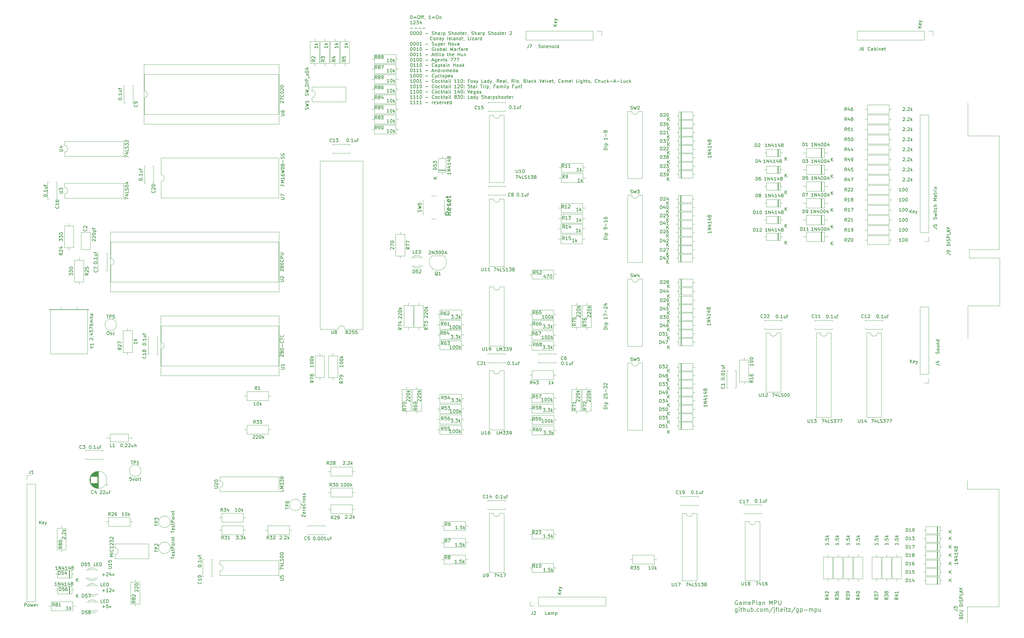
<source format=gto>
%TF.GenerationSoftware,KiCad,Pcbnew,6.0.1-79c1e3a40b~116~ubuntu20.04.1*%
%TF.CreationDate,2022-02-19T12:12:04-05:00*%
%TF.ProjectId,gp-mpu,67702d6d-7075-42e6-9b69-6361645f7063,rev?*%
%TF.SameCoordinates,Original*%
%TF.FileFunction,Legend,Top*%
%TF.FilePolarity,Positive*%
%FSLAX46Y46*%
G04 Gerber Fmt 4.6, Leading zero omitted, Abs format (unit mm)*
G04 Created by KiCad (PCBNEW 6.0.1-79c1e3a40b~116~ubuntu20.04.1) date 2022-02-19 12:12:04*
%MOMM*%
%LPD*%
G01*
G04 APERTURE LIST*
%ADD10C,0.150000*%
%ADD11C,0.177800*%
%ADD12C,0.254000*%
%ADD13C,0.120000*%
G04 APERTURE END LIST*
D10*
X30461104Y-184475428D02*
X31223009Y-184475428D01*
X30842057Y-184856380D02*
X30842057Y-184094476D01*
X32175390Y-183856380D02*
X31699200Y-183856380D01*
X31651580Y-184332571D01*
X31699200Y-184284952D01*
X31794438Y-184237333D01*
X32032533Y-184237333D01*
X32127771Y-184284952D01*
X32175390Y-184332571D01*
X32223009Y-184427809D01*
X32223009Y-184665904D01*
X32175390Y-184761142D01*
X32127771Y-184808761D01*
X32032533Y-184856380D01*
X31794438Y-184856380D01*
X31699200Y-184808761D01*
X31651580Y-184761142D01*
X32556342Y-184189714D02*
X32794438Y-184856380D01*
X33032533Y-184189714D01*
X11374571Y-159456380D02*
X11374571Y-158456380D01*
X11946000Y-159456380D02*
X11517428Y-158884952D01*
X11946000Y-158456380D02*
X11374571Y-159027809D01*
X12755523Y-159408761D02*
X12660285Y-159456380D01*
X12469809Y-159456380D01*
X12374571Y-159408761D01*
X12326952Y-159313523D01*
X12326952Y-158932571D01*
X12374571Y-158837333D01*
X12469809Y-158789714D01*
X12660285Y-158789714D01*
X12755523Y-158837333D01*
X12803142Y-158932571D01*
X12803142Y-159027809D01*
X12326952Y-159123047D01*
X13136476Y-158789714D02*
X13374571Y-159456380D01*
X13612666Y-158789714D02*
X13374571Y-159456380D01*
X13279333Y-159694476D01*
X13231714Y-159742095D01*
X13136476Y-159789714D01*
D11*
X222825189Y-182695850D02*
X222704236Y-182635373D01*
X222522808Y-182635373D01*
X222341379Y-182695850D01*
X222220427Y-182816802D01*
X222159950Y-182937754D01*
X222099474Y-183179659D01*
X222099474Y-183361088D01*
X222159950Y-183602992D01*
X222220427Y-183723945D01*
X222341379Y-183844897D01*
X222522808Y-183905373D01*
X222643760Y-183905373D01*
X222825189Y-183844897D01*
X222885665Y-183784421D01*
X222885665Y-183361088D01*
X222643760Y-183361088D01*
X223974236Y-183905373D02*
X223974236Y-183240135D01*
X223913760Y-183119183D01*
X223792808Y-183058707D01*
X223550903Y-183058707D01*
X223429950Y-183119183D01*
X223974236Y-183844897D02*
X223853284Y-183905373D01*
X223550903Y-183905373D01*
X223429950Y-183844897D01*
X223369474Y-183723945D01*
X223369474Y-183602992D01*
X223429950Y-183482040D01*
X223550903Y-183421564D01*
X223853284Y-183421564D01*
X223974236Y-183361088D01*
X224578998Y-183905373D02*
X224578998Y-183058707D01*
X224578998Y-183179659D02*
X224639474Y-183119183D01*
X224760427Y-183058707D01*
X224941855Y-183058707D01*
X225062808Y-183119183D01*
X225123284Y-183240135D01*
X225123284Y-183905373D01*
X225123284Y-183240135D02*
X225183760Y-183119183D01*
X225304712Y-183058707D01*
X225486141Y-183058707D01*
X225607093Y-183119183D01*
X225667570Y-183240135D01*
X225667570Y-183905373D01*
X226756141Y-183844897D02*
X226635189Y-183905373D01*
X226393284Y-183905373D01*
X226272331Y-183844897D01*
X226211855Y-183723945D01*
X226211855Y-183240135D01*
X226272331Y-183119183D01*
X226393284Y-183058707D01*
X226635189Y-183058707D01*
X226756141Y-183119183D01*
X226816617Y-183240135D01*
X226816617Y-183361088D01*
X226211855Y-183482040D01*
X227360903Y-183905373D02*
X227360903Y-182635373D01*
X227844712Y-182635373D01*
X227965665Y-182695850D01*
X228026141Y-182756326D01*
X228086617Y-182877278D01*
X228086617Y-183058707D01*
X228026141Y-183179659D01*
X227965665Y-183240135D01*
X227844712Y-183300611D01*
X227360903Y-183300611D01*
X228812331Y-183905373D02*
X228691379Y-183844897D01*
X228630903Y-183723945D01*
X228630903Y-182635373D01*
X229840427Y-183905373D02*
X229840427Y-183240135D01*
X229779950Y-183119183D01*
X229658998Y-183058707D01*
X229417093Y-183058707D01*
X229296141Y-183119183D01*
X229840427Y-183844897D02*
X229719474Y-183905373D01*
X229417093Y-183905373D01*
X229296141Y-183844897D01*
X229235665Y-183723945D01*
X229235665Y-183602992D01*
X229296141Y-183482040D01*
X229417093Y-183421564D01*
X229719474Y-183421564D01*
X229840427Y-183361088D01*
X230445189Y-183058707D02*
X230445189Y-183905373D01*
X230445189Y-183179659D02*
X230505665Y-183119183D01*
X230626617Y-183058707D01*
X230808046Y-183058707D01*
X230928998Y-183119183D01*
X230989474Y-183240135D01*
X230989474Y-183905373D01*
X232561855Y-183905373D02*
X232561855Y-182635373D01*
X232985189Y-183542516D01*
X233408522Y-182635373D01*
X233408522Y-183905373D01*
X234013284Y-183905373D02*
X234013284Y-182635373D01*
X234497093Y-182635373D01*
X234618046Y-182695850D01*
X234678522Y-182756326D01*
X234738998Y-182877278D01*
X234738998Y-183058707D01*
X234678522Y-183179659D01*
X234618046Y-183240135D01*
X234497093Y-183300611D01*
X234013284Y-183300611D01*
X235283284Y-182635373D02*
X235283284Y-183663469D01*
X235343760Y-183784421D01*
X235404236Y-183844897D01*
X235525189Y-183905373D01*
X235767093Y-183905373D01*
X235888046Y-183844897D01*
X235948522Y-183784421D01*
X236008998Y-183663469D01*
X236008998Y-182635373D01*
X222704236Y-185103407D02*
X222704236Y-186131502D01*
X222643760Y-186252454D01*
X222583284Y-186312930D01*
X222462331Y-186373407D01*
X222280903Y-186373407D01*
X222159950Y-186312930D01*
X222704236Y-185889597D02*
X222583284Y-185950073D01*
X222341379Y-185950073D01*
X222220427Y-185889597D01*
X222159950Y-185829121D01*
X222099474Y-185708169D01*
X222099474Y-185345311D01*
X222159950Y-185224359D01*
X222220427Y-185163883D01*
X222341379Y-185103407D01*
X222583284Y-185103407D01*
X222704236Y-185163883D01*
X223308998Y-185950073D02*
X223308998Y-185103407D01*
X223308998Y-184680073D02*
X223248522Y-184740550D01*
X223308998Y-184801026D01*
X223369474Y-184740550D01*
X223308998Y-184680073D01*
X223308998Y-184801026D01*
X223732331Y-185103407D02*
X224216141Y-185103407D01*
X223913760Y-184680073D02*
X223913760Y-185768645D01*
X223974236Y-185889597D01*
X224095189Y-185950073D01*
X224216141Y-185950073D01*
X224639474Y-185950073D02*
X224639474Y-184680073D01*
X225183760Y-185950073D02*
X225183760Y-185284835D01*
X225123284Y-185163883D01*
X225002331Y-185103407D01*
X224820903Y-185103407D01*
X224699950Y-185163883D01*
X224639474Y-185224359D01*
X226332808Y-185103407D02*
X226332808Y-185950073D01*
X225788522Y-185103407D02*
X225788522Y-185768645D01*
X225848998Y-185889597D01*
X225969950Y-185950073D01*
X226151379Y-185950073D01*
X226272331Y-185889597D01*
X226332808Y-185829121D01*
X226937570Y-185950073D02*
X226937570Y-184680073D01*
X226937570Y-185163883D02*
X227058522Y-185103407D01*
X227300427Y-185103407D01*
X227421379Y-185163883D01*
X227481855Y-185224359D01*
X227542331Y-185345311D01*
X227542331Y-185708169D01*
X227481855Y-185829121D01*
X227421379Y-185889597D01*
X227300427Y-185950073D01*
X227058522Y-185950073D01*
X226937570Y-185889597D01*
X228086617Y-185829121D02*
X228147093Y-185889597D01*
X228086617Y-185950073D01*
X228026141Y-185889597D01*
X228086617Y-185829121D01*
X228086617Y-185950073D01*
X229235665Y-185889597D02*
X229114712Y-185950073D01*
X228872808Y-185950073D01*
X228751855Y-185889597D01*
X228691379Y-185829121D01*
X228630903Y-185708169D01*
X228630903Y-185345311D01*
X228691379Y-185224359D01*
X228751855Y-185163883D01*
X228872808Y-185103407D01*
X229114712Y-185103407D01*
X229235665Y-185163883D01*
X229961379Y-185950073D02*
X229840427Y-185889597D01*
X229779950Y-185829121D01*
X229719474Y-185708169D01*
X229719474Y-185345311D01*
X229779950Y-185224359D01*
X229840427Y-185163883D01*
X229961379Y-185103407D01*
X230142808Y-185103407D01*
X230263760Y-185163883D01*
X230324236Y-185224359D01*
X230384712Y-185345311D01*
X230384712Y-185708169D01*
X230324236Y-185829121D01*
X230263760Y-185889597D01*
X230142808Y-185950073D01*
X229961379Y-185950073D01*
X230928998Y-185950073D02*
X230928998Y-185103407D01*
X230928998Y-185224359D02*
X230989474Y-185163883D01*
X231110427Y-185103407D01*
X231291855Y-185103407D01*
X231412808Y-185163883D01*
X231473284Y-185284835D01*
X231473284Y-185950073D01*
X231473284Y-185284835D02*
X231533760Y-185163883D01*
X231654712Y-185103407D01*
X231836141Y-185103407D01*
X231957093Y-185163883D01*
X232017570Y-185284835D01*
X232017570Y-185950073D01*
X233529474Y-184619597D02*
X232440903Y-186252454D01*
X233952808Y-185103407D02*
X233952808Y-186191978D01*
X233892331Y-186312930D01*
X233771379Y-186373407D01*
X233710903Y-186373407D01*
X233952808Y-184680073D02*
X233892331Y-184740550D01*
X233952808Y-184801026D01*
X234013284Y-184740550D01*
X233952808Y-184680073D01*
X233952808Y-184801026D01*
X234376141Y-185103407D02*
X234859950Y-185103407D01*
X234557570Y-185950073D02*
X234557570Y-184861502D01*
X234618046Y-184740550D01*
X234738998Y-184680073D01*
X234859950Y-184680073D01*
X235464712Y-185950073D02*
X235343760Y-185889597D01*
X235283284Y-185768645D01*
X235283284Y-184680073D01*
X236432331Y-185889597D02*
X236311379Y-185950073D01*
X236069474Y-185950073D01*
X235948522Y-185889597D01*
X235888046Y-185768645D01*
X235888046Y-185284835D01*
X235948522Y-185163883D01*
X236069474Y-185103407D01*
X236311379Y-185103407D01*
X236432331Y-185163883D01*
X236492808Y-185284835D01*
X236492808Y-185405788D01*
X235888046Y-185526740D01*
X237037093Y-185950073D02*
X237037093Y-185103407D01*
X237037093Y-184680073D02*
X236976617Y-184740550D01*
X237037093Y-184801026D01*
X237097570Y-184740550D01*
X237037093Y-184680073D01*
X237037093Y-184801026D01*
X237460427Y-185103407D02*
X237944236Y-185103407D01*
X237641855Y-184680073D02*
X237641855Y-185768645D01*
X237702331Y-185889597D01*
X237823284Y-185950073D01*
X237944236Y-185950073D01*
X238246617Y-185103407D02*
X238911855Y-185103407D01*
X238246617Y-185950073D01*
X238911855Y-185950073D01*
X240302808Y-184619597D02*
X239214236Y-186252454D01*
X241270427Y-185103407D02*
X241270427Y-186131502D01*
X241209950Y-186252454D01*
X241149474Y-186312930D01*
X241028522Y-186373407D01*
X240847093Y-186373407D01*
X240726141Y-186312930D01*
X241270427Y-185889597D02*
X241149474Y-185950073D01*
X240907570Y-185950073D01*
X240786617Y-185889597D01*
X240726141Y-185829121D01*
X240665665Y-185708169D01*
X240665665Y-185345311D01*
X240726141Y-185224359D01*
X240786617Y-185163883D01*
X240907570Y-185103407D01*
X241149474Y-185103407D01*
X241270427Y-185163883D01*
X241875189Y-185103407D02*
X241875189Y-186373407D01*
X241875189Y-185163883D02*
X241996141Y-185103407D01*
X242238046Y-185103407D01*
X242358998Y-185163883D01*
X242419474Y-185224359D01*
X242479950Y-185345311D01*
X242479950Y-185708169D01*
X242419474Y-185829121D01*
X242358998Y-185889597D01*
X242238046Y-185950073D01*
X241996141Y-185950073D01*
X241875189Y-185889597D01*
X243024236Y-185466264D02*
X243991855Y-185466264D01*
X244596617Y-185950073D02*
X244596617Y-185103407D01*
X244596617Y-185224359D02*
X244657093Y-185163883D01*
X244778046Y-185103407D01*
X244959474Y-185103407D01*
X245080427Y-185163883D01*
X245140903Y-185284835D01*
X245140903Y-185950073D01*
X245140903Y-185284835D02*
X245201379Y-185163883D01*
X245322331Y-185103407D01*
X245503760Y-185103407D01*
X245624712Y-185163883D01*
X245685189Y-185284835D01*
X245685189Y-185950073D01*
X246289950Y-185103407D02*
X246289950Y-186373407D01*
X246289950Y-185163883D02*
X246410903Y-185103407D01*
X246652808Y-185103407D01*
X246773760Y-185163883D01*
X246834236Y-185224359D01*
X246894712Y-185345311D01*
X246894712Y-185708169D01*
X246834236Y-185829121D01*
X246773760Y-185889597D01*
X246652808Y-185950073D01*
X246410903Y-185950073D01*
X246289950Y-185889597D01*
X247983284Y-185103407D02*
X247983284Y-185950073D01*
X247438998Y-185103407D02*
X247438998Y-185768645D01*
X247499474Y-185889597D01*
X247620427Y-185950073D01*
X247801855Y-185950073D01*
X247922808Y-185889597D01*
X247983284Y-185829121D01*
D10*
X275026571Y-65222380D02*
X275026571Y-64222380D01*
X275598000Y-65222380D02*
X275169428Y-64650952D01*
X275598000Y-64222380D02*
X275026571Y-64793809D01*
X276407523Y-65174761D02*
X276312285Y-65222380D01*
X276121809Y-65222380D01*
X276026571Y-65174761D01*
X275978952Y-65079523D01*
X275978952Y-64698571D01*
X276026571Y-64603333D01*
X276121809Y-64555714D01*
X276312285Y-64555714D01*
X276407523Y-64603333D01*
X276455142Y-64698571D01*
X276455142Y-64793809D01*
X275978952Y-64889047D01*
X276788476Y-64555714D02*
X277026571Y-65222380D01*
X277264666Y-64555714D02*
X277026571Y-65222380D01*
X276931333Y-65460476D01*
X276883714Y-65508095D01*
X276788476Y-65555714D01*
X123970071Y-5368380D02*
X124065309Y-5368380D01*
X124160547Y-5416000D01*
X124208166Y-5463619D01*
X124255785Y-5558857D01*
X124303404Y-5749333D01*
X124303404Y-5987428D01*
X124255785Y-6177904D01*
X124208166Y-6273142D01*
X124160547Y-6320761D01*
X124065309Y-6368380D01*
X123970071Y-6368380D01*
X123874833Y-6320761D01*
X123827214Y-6273142D01*
X123779595Y-6177904D01*
X123731976Y-5987428D01*
X123731976Y-5749333D01*
X123779595Y-5558857D01*
X123827214Y-5463619D01*
X123874833Y-5416000D01*
X123970071Y-5368380D01*
X124731976Y-5844571D02*
X125493880Y-5844571D01*
X125493880Y-6130285D02*
X124731976Y-6130285D01*
X126160547Y-5368380D02*
X126351023Y-5368380D01*
X126446261Y-5416000D01*
X126541500Y-5511238D01*
X126589119Y-5701714D01*
X126589119Y-6035047D01*
X126541500Y-6225523D01*
X126446261Y-6320761D01*
X126351023Y-6368380D01*
X126160547Y-6368380D01*
X126065309Y-6320761D01*
X125970071Y-6225523D01*
X125922452Y-6035047D01*
X125922452Y-5701714D01*
X125970071Y-5511238D01*
X126065309Y-5416000D01*
X126160547Y-5368380D01*
X126874833Y-5701714D02*
X127255785Y-5701714D01*
X127017690Y-6368380D02*
X127017690Y-5511238D01*
X127065309Y-5416000D01*
X127160547Y-5368380D01*
X127255785Y-5368380D01*
X127446261Y-5701714D02*
X127827214Y-5701714D01*
X127589119Y-6368380D02*
X127589119Y-5511238D01*
X127636738Y-5416000D01*
X127731976Y-5368380D01*
X127827214Y-5368380D01*
X128208166Y-6320761D02*
X128208166Y-6368380D01*
X128160547Y-6463619D01*
X128112928Y-6511238D01*
X129922452Y-6368380D02*
X129351023Y-6368380D01*
X129636738Y-6368380D02*
X129636738Y-5368380D01*
X129541500Y-5511238D01*
X129446261Y-5606476D01*
X129351023Y-5654095D01*
X130351023Y-5844571D02*
X131112928Y-5844571D01*
X131112928Y-6130285D02*
X130351023Y-6130285D01*
X131779595Y-5368380D02*
X131970071Y-5368380D01*
X132065309Y-5416000D01*
X132160547Y-5511238D01*
X132208166Y-5701714D01*
X132208166Y-6035047D01*
X132160547Y-6225523D01*
X132065309Y-6320761D01*
X131970071Y-6368380D01*
X131779595Y-6368380D01*
X131684357Y-6320761D01*
X131589119Y-6225523D01*
X131541500Y-6035047D01*
X131541500Y-5701714D01*
X131589119Y-5511238D01*
X131684357Y-5416000D01*
X131779595Y-5368380D01*
X132636738Y-5701714D02*
X132636738Y-6368380D01*
X132636738Y-5796952D02*
X132684357Y-5749333D01*
X132779595Y-5701714D01*
X132922452Y-5701714D01*
X133017690Y-5749333D01*
X133065309Y-5844571D01*
X133065309Y-6368380D01*
X124303404Y-7978380D02*
X123731976Y-7978380D01*
X124017690Y-7978380D02*
X124017690Y-6978380D01*
X123922452Y-7121238D01*
X123827214Y-7216476D01*
X123731976Y-7264095D01*
X124684357Y-7073619D02*
X124731976Y-7026000D01*
X124827214Y-6978380D01*
X125065309Y-6978380D01*
X125160547Y-7026000D01*
X125208166Y-7073619D01*
X125255785Y-7168857D01*
X125255785Y-7264095D01*
X125208166Y-7406952D01*
X124636738Y-7978380D01*
X125255785Y-7978380D01*
X125589119Y-6978380D02*
X126208166Y-6978380D01*
X125874833Y-7359333D01*
X126017690Y-7359333D01*
X126112928Y-7406952D01*
X126160547Y-7454571D01*
X126208166Y-7549809D01*
X126208166Y-7787904D01*
X126160547Y-7883142D01*
X126112928Y-7930761D01*
X126017690Y-7978380D01*
X125731976Y-7978380D01*
X125636738Y-7930761D01*
X125589119Y-7883142D01*
X127065309Y-7311714D02*
X127065309Y-7978380D01*
X126827214Y-6930761D02*
X126589119Y-7645047D01*
X127208166Y-7645047D01*
X123779595Y-9207428D02*
X124541500Y-9207428D01*
X125017690Y-9207428D02*
X125779595Y-9207428D01*
X126255785Y-9207428D02*
X127017690Y-9207428D01*
X127493880Y-9207428D02*
X128255785Y-9207428D01*
X123970071Y-10198380D02*
X124065309Y-10198380D01*
X124160547Y-10246000D01*
X124208166Y-10293619D01*
X124255785Y-10388857D01*
X124303404Y-10579333D01*
X124303404Y-10817428D01*
X124255785Y-11007904D01*
X124208166Y-11103142D01*
X124160547Y-11150761D01*
X124065309Y-11198380D01*
X123970071Y-11198380D01*
X123874833Y-11150761D01*
X123827214Y-11103142D01*
X123779595Y-11007904D01*
X123731976Y-10817428D01*
X123731976Y-10579333D01*
X123779595Y-10388857D01*
X123827214Y-10293619D01*
X123874833Y-10246000D01*
X123970071Y-10198380D01*
X124922452Y-10198380D02*
X125017690Y-10198380D01*
X125112928Y-10246000D01*
X125160547Y-10293619D01*
X125208166Y-10388857D01*
X125255785Y-10579333D01*
X125255785Y-10817428D01*
X125208166Y-11007904D01*
X125160547Y-11103142D01*
X125112928Y-11150761D01*
X125017690Y-11198380D01*
X124922452Y-11198380D01*
X124827214Y-11150761D01*
X124779595Y-11103142D01*
X124731976Y-11007904D01*
X124684357Y-10817428D01*
X124684357Y-10579333D01*
X124731976Y-10388857D01*
X124779595Y-10293619D01*
X124827214Y-10246000D01*
X124922452Y-10198380D01*
X125874833Y-10198380D02*
X125970071Y-10198380D01*
X126065309Y-10246000D01*
X126112928Y-10293619D01*
X126160547Y-10388857D01*
X126208166Y-10579333D01*
X126208166Y-10817428D01*
X126160547Y-11007904D01*
X126112928Y-11103142D01*
X126065309Y-11150761D01*
X125970071Y-11198380D01*
X125874833Y-11198380D01*
X125779595Y-11150761D01*
X125731976Y-11103142D01*
X125684357Y-11007904D01*
X125636738Y-10817428D01*
X125636738Y-10579333D01*
X125684357Y-10388857D01*
X125731976Y-10293619D01*
X125779595Y-10246000D01*
X125874833Y-10198380D01*
X126827214Y-10198380D02*
X126922452Y-10198380D01*
X127017690Y-10246000D01*
X127065309Y-10293619D01*
X127112928Y-10388857D01*
X127160547Y-10579333D01*
X127160547Y-10817428D01*
X127112928Y-11007904D01*
X127065309Y-11103142D01*
X127017690Y-11150761D01*
X126922452Y-11198380D01*
X126827214Y-11198380D01*
X126731976Y-11150761D01*
X126684357Y-11103142D01*
X126636738Y-11007904D01*
X126589119Y-10817428D01*
X126589119Y-10579333D01*
X126636738Y-10388857D01*
X126684357Y-10293619D01*
X126731976Y-10246000D01*
X126827214Y-10198380D01*
X128351023Y-10817428D02*
X129112928Y-10817428D01*
X130303404Y-11150761D02*
X130446261Y-11198380D01*
X130684357Y-11198380D01*
X130779595Y-11150761D01*
X130827214Y-11103142D01*
X130874833Y-11007904D01*
X130874833Y-10912666D01*
X130827214Y-10817428D01*
X130779595Y-10769809D01*
X130684357Y-10722190D01*
X130493880Y-10674571D01*
X130398642Y-10626952D01*
X130351023Y-10579333D01*
X130303404Y-10484095D01*
X130303404Y-10388857D01*
X130351023Y-10293619D01*
X130398642Y-10246000D01*
X130493880Y-10198380D01*
X130731976Y-10198380D01*
X130874833Y-10246000D01*
X131303404Y-11198380D02*
X131303404Y-10198380D01*
X131731976Y-11198380D02*
X131731976Y-10674571D01*
X131684357Y-10579333D01*
X131589119Y-10531714D01*
X131446261Y-10531714D01*
X131351023Y-10579333D01*
X131303404Y-10626952D01*
X132636738Y-11198380D02*
X132636738Y-10674571D01*
X132589119Y-10579333D01*
X132493880Y-10531714D01*
X132303404Y-10531714D01*
X132208166Y-10579333D01*
X132636738Y-11150761D02*
X132541500Y-11198380D01*
X132303404Y-11198380D01*
X132208166Y-11150761D01*
X132160547Y-11055523D01*
X132160547Y-10960285D01*
X132208166Y-10865047D01*
X132303404Y-10817428D01*
X132541500Y-10817428D01*
X132636738Y-10769809D01*
X133112928Y-11198380D02*
X133112928Y-10531714D01*
X133112928Y-10722190D02*
X133160547Y-10626952D01*
X133208166Y-10579333D01*
X133303404Y-10531714D01*
X133398642Y-10531714D01*
X133731976Y-10531714D02*
X133731976Y-11531714D01*
X133731976Y-10579333D02*
X133827214Y-10531714D01*
X134017690Y-10531714D01*
X134112928Y-10579333D01*
X134160547Y-10626952D01*
X134208166Y-10722190D01*
X134208166Y-11007904D01*
X134160547Y-11103142D01*
X134112928Y-11150761D01*
X134017690Y-11198380D01*
X133827214Y-11198380D01*
X133731976Y-11150761D01*
X135351023Y-11150761D02*
X135493880Y-11198380D01*
X135731976Y-11198380D01*
X135827214Y-11150761D01*
X135874833Y-11103142D01*
X135922452Y-11007904D01*
X135922452Y-10912666D01*
X135874833Y-10817428D01*
X135827214Y-10769809D01*
X135731976Y-10722190D01*
X135541500Y-10674571D01*
X135446261Y-10626952D01*
X135398642Y-10579333D01*
X135351023Y-10484095D01*
X135351023Y-10388857D01*
X135398642Y-10293619D01*
X135446261Y-10246000D01*
X135541500Y-10198380D01*
X135779595Y-10198380D01*
X135922452Y-10246000D01*
X136351023Y-11198380D02*
X136351023Y-10198380D01*
X136779595Y-11198380D02*
X136779595Y-10674571D01*
X136731976Y-10579333D01*
X136636738Y-10531714D01*
X136493880Y-10531714D01*
X136398642Y-10579333D01*
X136351023Y-10626952D01*
X137398642Y-11198380D02*
X137303404Y-11150761D01*
X137255785Y-11103142D01*
X137208166Y-11007904D01*
X137208166Y-10722190D01*
X137255785Y-10626952D01*
X137303404Y-10579333D01*
X137398642Y-10531714D01*
X137541500Y-10531714D01*
X137636738Y-10579333D01*
X137684357Y-10626952D01*
X137731976Y-10722190D01*
X137731976Y-11007904D01*
X137684357Y-11103142D01*
X137636738Y-11150761D01*
X137541500Y-11198380D01*
X137398642Y-11198380D01*
X138303404Y-11198380D02*
X138208166Y-11150761D01*
X138160547Y-11103142D01*
X138112928Y-11007904D01*
X138112928Y-10722190D01*
X138160547Y-10626952D01*
X138208166Y-10579333D01*
X138303404Y-10531714D01*
X138446261Y-10531714D01*
X138541500Y-10579333D01*
X138589119Y-10626952D01*
X138636738Y-10722190D01*
X138636738Y-11007904D01*
X138589119Y-11103142D01*
X138541500Y-11150761D01*
X138446261Y-11198380D01*
X138303404Y-11198380D01*
X138922452Y-10531714D02*
X139303404Y-10531714D01*
X139065309Y-10198380D02*
X139065309Y-11055523D01*
X139112928Y-11150761D01*
X139208166Y-11198380D01*
X139303404Y-11198380D01*
X140017690Y-11150761D02*
X139922452Y-11198380D01*
X139731976Y-11198380D01*
X139636738Y-11150761D01*
X139589119Y-11055523D01*
X139589119Y-10674571D01*
X139636738Y-10579333D01*
X139731976Y-10531714D01*
X139922452Y-10531714D01*
X140017690Y-10579333D01*
X140065309Y-10674571D01*
X140065309Y-10769809D01*
X139589119Y-10865047D01*
X140493880Y-11198380D02*
X140493880Y-10531714D01*
X140493880Y-10722190D02*
X140541500Y-10626952D01*
X140589119Y-10579333D01*
X140684357Y-10531714D01*
X140779595Y-10531714D01*
X141160547Y-11150761D02*
X141160547Y-11198380D01*
X141112928Y-11293619D01*
X141065309Y-11341238D01*
X142303404Y-11150761D02*
X142446261Y-11198380D01*
X142684357Y-11198380D01*
X142779595Y-11150761D01*
X142827214Y-11103142D01*
X142874833Y-11007904D01*
X142874833Y-10912666D01*
X142827214Y-10817428D01*
X142779595Y-10769809D01*
X142684357Y-10722190D01*
X142493880Y-10674571D01*
X142398642Y-10626952D01*
X142351023Y-10579333D01*
X142303404Y-10484095D01*
X142303404Y-10388857D01*
X142351023Y-10293619D01*
X142398642Y-10246000D01*
X142493880Y-10198380D01*
X142731976Y-10198380D01*
X142874833Y-10246000D01*
X143303404Y-11198380D02*
X143303404Y-10198380D01*
X143731976Y-11198380D02*
X143731976Y-10674571D01*
X143684357Y-10579333D01*
X143589119Y-10531714D01*
X143446261Y-10531714D01*
X143351023Y-10579333D01*
X143303404Y-10626952D01*
X144636738Y-11198380D02*
X144636738Y-10674571D01*
X144589119Y-10579333D01*
X144493880Y-10531714D01*
X144303404Y-10531714D01*
X144208166Y-10579333D01*
X144636738Y-11150761D02*
X144541500Y-11198380D01*
X144303404Y-11198380D01*
X144208166Y-11150761D01*
X144160547Y-11055523D01*
X144160547Y-10960285D01*
X144208166Y-10865047D01*
X144303404Y-10817428D01*
X144541500Y-10817428D01*
X144636738Y-10769809D01*
X145112928Y-11198380D02*
X145112928Y-10531714D01*
X145112928Y-10722190D02*
X145160547Y-10626952D01*
X145208166Y-10579333D01*
X145303404Y-10531714D01*
X145398642Y-10531714D01*
X145731976Y-10531714D02*
X145731976Y-11531714D01*
X145731976Y-10579333D02*
X145827214Y-10531714D01*
X146017690Y-10531714D01*
X146112928Y-10579333D01*
X146160547Y-10626952D01*
X146208166Y-10722190D01*
X146208166Y-11007904D01*
X146160547Y-11103142D01*
X146112928Y-11150761D01*
X146017690Y-11198380D01*
X145827214Y-11198380D01*
X145731976Y-11150761D01*
X147351023Y-11150761D02*
X147493880Y-11198380D01*
X147731976Y-11198380D01*
X147827214Y-11150761D01*
X147874833Y-11103142D01*
X147922452Y-11007904D01*
X147922452Y-10912666D01*
X147874833Y-10817428D01*
X147827214Y-10769809D01*
X147731976Y-10722190D01*
X147541500Y-10674571D01*
X147446261Y-10626952D01*
X147398642Y-10579333D01*
X147351023Y-10484095D01*
X147351023Y-10388857D01*
X147398642Y-10293619D01*
X147446261Y-10246000D01*
X147541500Y-10198380D01*
X147779595Y-10198380D01*
X147922452Y-10246000D01*
X148351023Y-11198380D02*
X148351023Y-10198380D01*
X148779595Y-11198380D02*
X148779595Y-10674571D01*
X148731976Y-10579333D01*
X148636738Y-10531714D01*
X148493880Y-10531714D01*
X148398642Y-10579333D01*
X148351023Y-10626952D01*
X149398642Y-11198380D02*
X149303404Y-11150761D01*
X149255785Y-11103142D01*
X149208166Y-11007904D01*
X149208166Y-10722190D01*
X149255785Y-10626952D01*
X149303404Y-10579333D01*
X149398642Y-10531714D01*
X149541500Y-10531714D01*
X149636738Y-10579333D01*
X149684357Y-10626952D01*
X149731976Y-10722190D01*
X149731976Y-11007904D01*
X149684357Y-11103142D01*
X149636738Y-11150761D01*
X149541500Y-11198380D01*
X149398642Y-11198380D01*
X150303404Y-11198380D02*
X150208166Y-11150761D01*
X150160547Y-11103142D01*
X150112928Y-11007904D01*
X150112928Y-10722190D01*
X150160547Y-10626952D01*
X150208166Y-10579333D01*
X150303404Y-10531714D01*
X150446261Y-10531714D01*
X150541500Y-10579333D01*
X150589119Y-10626952D01*
X150636738Y-10722190D01*
X150636738Y-11007904D01*
X150589119Y-11103142D01*
X150541500Y-11150761D01*
X150446261Y-11198380D01*
X150303404Y-11198380D01*
X150922452Y-10531714D02*
X151303404Y-10531714D01*
X151065309Y-10198380D02*
X151065309Y-11055523D01*
X151112928Y-11150761D01*
X151208166Y-11198380D01*
X151303404Y-11198380D01*
X152017690Y-11150761D02*
X151922452Y-11198380D01*
X151731976Y-11198380D01*
X151636738Y-11150761D01*
X151589119Y-11055523D01*
X151589119Y-10674571D01*
X151636738Y-10579333D01*
X151731976Y-10531714D01*
X151922452Y-10531714D01*
X152017690Y-10579333D01*
X152065309Y-10674571D01*
X152065309Y-10769809D01*
X151589119Y-10865047D01*
X152493880Y-11198380D02*
X152493880Y-10531714D01*
X152493880Y-10722190D02*
X152541500Y-10626952D01*
X152589119Y-10579333D01*
X152684357Y-10531714D01*
X152779595Y-10531714D01*
X153827214Y-10293619D02*
X153874833Y-10246000D01*
X153970071Y-10198380D01*
X154208166Y-10198380D01*
X154303404Y-10246000D01*
X154351023Y-10293619D01*
X154398642Y-10388857D01*
X154398642Y-10484095D01*
X154351023Y-10626952D01*
X153779595Y-11198380D01*
X154398642Y-11198380D01*
X130398642Y-12713142D02*
X130351023Y-12760761D01*
X130208166Y-12808380D01*
X130112928Y-12808380D01*
X129970071Y-12760761D01*
X129874833Y-12665523D01*
X129827214Y-12570285D01*
X129779595Y-12379809D01*
X129779595Y-12236952D01*
X129827214Y-12046476D01*
X129874833Y-11951238D01*
X129970071Y-11856000D01*
X130112928Y-11808380D01*
X130208166Y-11808380D01*
X130351023Y-11856000D01*
X130398642Y-11903619D01*
X130970071Y-12808380D02*
X130874833Y-12760761D01*
X130827214Y-12713142D01*
X130779595Y-12617904D01*
X130779595Y-12332190D01*
X130827214Y-12236952D01*
X130874833Y-12189333D01*
X130970071Y-12141714D01*
X131112928Y-12141714D01*
X131208166Y-12189333D01*
X131255785Y-12236952D01*
X131303404Y-12332190D01*
X131303404Y-12617904D01*
X131255785Y-12713142D01*
X131208166Y-12760761D01*
X131112928Y-12808380D01*
X130970071Y-12808380D01*
X131731976Y-12141714D02*
X131731976Y-12808380D01*
X131731976Y-12236952D02*
X131779595Y-12189333D01*
X131874833Y-12141714D01*
X132017690Y-12141714D01*
X132112928Y-12189333D01*
X132160547Y-12284571D01*
X132160547Y-12808380D01*
X133017690Y-12760761D02*
X132922452Y-12808380D01*
X132731976Y-12808380D01*
X132636738Y-12760761D01*
X132589119Y-12665523D01*
X132589119Y-12284571D01*
X132636738Y-12189333D01*
X132731976Y-12141714D01*
X132922452Y-12141714D01*
X133017690Y-12189333D01*
X133065309Y-12284571D01*
X133065309Y-12379809D01*
X132589119Y-12475047D01*
X133398642Y-12141714D02*
X133636738Y-12808380D01*
X133874833Y-12141714D02*
X133636738Y-12808380D01*
X133541500Y-13046476D01*
X133493880Y-13094095D01*
X133398642Y-13141714D01*
X135017690Y-12808380D02*
X135017690Y-11808380D01*
X135446261Y-12760761D02*
X135541500Y-12808380D01*
X135731976Y-12808380D01*
X135827214Y-12760761D01*
X135874833Y-12665523D01*
X135874833Y-12617904D01*
X135827214Y-12522666D01*
X135731976Y-12475047D01*
X135589119Y-12475047D01*
X135493880Y-12427428D01*
X135446261Y-12332190D01*
X135446261Y-12284571D01*
X135493880Y-12189333D01*
X135589119Y-12141714D01*
X135731976Y-12141714D01*
X135827214Y-12189333D01*
X136446261Y-12808380D02*
X136351023Y-12760761D01*
X136303404Y-12665523D01*
X136303404Y-11808380D01*
X137255785Y-12808380D02*
X137255785Y-12284571D01*
X137208166Y-12189333D01*
X137112928Y-12141714D01*
X136922452Y-12141714D01*
X136827214Y-12189333D01*
X137255785Y-12760761D02*
X137160547Y-12808380D01*
X136922452Y-12808380D01*
X136827214Y-12760761D01*
X136779595Y-12665523D01*
X136779595Y-12570285D01*
X136827214Y-12475047D01*
X136922452Y-12427428D01*
X137160547Y-12427428D01*
X137255785Y-12379809D01*
X137731976Y-12141714D02*
X137731976Y-12808380D01*
X137731976Y-12236952D02*
X137779595Y-12189333D01*
X137874833Y-12141714D01*
X138017690Y-12141714D01*
X138112928Y-12189333D01*
X138160547Y-12284571D01*
X138160547Y-12808380D01*
X139065309Y-12808380D02*
X139065309Y-11808380D01*
X139065309Y-12760761D02*
X138970071Y-12808380D01*
X138779595Y-12808380D01*
X138684357Y-12760761D01*
X138636738Y-12713142D01*
X138589119Y-12617904D01*
X138589119Y-12332190D01*
X138636738Y-12236952D01*
X138684357Y-12189333D01*
X138779595Y-12141714D01*
X138970071Y-12141714D01*
X139065309Y-12189333D01*
X139541500Y-12713142D02*
X139589119Y-12760761D01*
X139541500Y-12808380D01*
X139493880Y-12760761D01*
X139541500Y-12713142D01*
X139541500Y-12808380D01*
X139541500Y-12427428D02*
X139493880Y-11856000D01*
X139541500Y-11808380D01*
X139589119Y-11856000D01*
X139541500Y-12427428D01*
X139541500Y-11808380D01*
X140065309Y-12760761D02*
X140065309Y-12808380D01*
X140017690Y-12903619D01*
X139970071Y-12951238D01*
X141731976Y-12808380D02*
X141255785Y-12808380D01*
X141255785Y-11808380D01*
X142065309Y-12808380D02*
X142065309Y-12141714D01*
X142065309Y-11808380D02*
X142017690Y-11856000D01*
X142065309Y-11903619D01*
X142112928Y-11856000D01*
X142065309Y-11808380D01*
X142065309Y-11903619D01*
X142446261Y-12141714D02*
X142970071Y-12141714D01*
X142446261Y-12808380D01*
X142970071Y-12808380D01*
X143779595Y-12808380D02*
X143779595Y-12284571D01*
X143731976Y-12189333D01*
X143636738Y-12141714D01*
X143446261Y-12141714D01*
X143351023Y-12189333D01*
X143779595Y-12760761D02*
X143684357Y-12808380D01*
X143446261Y-12808380D01*
X143351023Y-12760761D01*
X143303404Y-12665523D01*
X143303404Y-12570285D01*
X143351023Y-12475047D01*
X143446261Y-12427428D01*
X143684357Y-12427428D01*
X143779595Y-12379809D01*
X144255785Y-12808380D02*
X144255785Y-12141714D01*
X144255785Y-12332190D02*
X144303404Y-12236952D01*
X144351023Y-12189333D01*
X144446261Y-12141714D01*
X144541500Y-12141714D01*
X145303404Y-12808380D02*
X145303404Y-11808380D01*
X145303404Y-12760761D02*
X145208166Y-12808380D01*
X145017690Y-12808380D01*
X144922452Y-12760761D01*
X144874833Y-12713142D01*
X144827214Y-12617904D01*
X144827214Y-12332190D01*
X144874833Y-12236952D01*
X144922452Y-12189333D01*
X145017690Y-12141714D01*
X145208166Y-12141714D01*
X145303404Y-12189333D01*
X123970071Y-13418380D02*
X124065309Y-13418380D01*
X124160547Y-13466000D01*
X124208166Y-13513619D01*
X124255785Y-13608857D01*
X124303404Y-13799333D01*
X124303404Y-14037428D01*
X124255785Y-14227904D01*
X124208166Y-14323142D01*
X124160547Y-14370761D01*
X124065309Y-14418380D01*
X123970071Y-14418380D01*
X123874833Y-14370761D01*
X123827214Y-14323142D01*
X123779595Y-14227904D01*
X123731976Y-14037428D01*
X123731976Y-13799333D01*
X123779595Y-13608857D01*
X123827214Y-13513619D01*
X123874833Y-13466000D01*
X123970071Y-13418380D01*
X124922452Y-13418380D02*
X125017690Y-13418380D01*
X125112928Y-13466000D01*
X125160547Y-13513619D01*
X125208166Y-13608857D01*
X125255785Y-13799333D01*
X125255785Y-14037428D01*
X125208166Y-14227904D01*
X125160547Y-14323142D01*
X125112928Y-14370761D01*
X125017690Y-14418380D01*
X124922452Y-14418380D01*
X124827214Y-14370761D01*
X124779595Y-14323142D01*
X124731976Y-14227904D01*
X124684357Y-14037428D01*
X124684357Y-13799333D01*
X124731976Y-13608857D01*
X124779595Y-13513619D01*
X124827214Y-13466000D01*
X124922452Y-13418380D01*
X125874833Y-13418380D02*
X125970071Y-13418380D01*
X126065309Y-13466000D01*
X126112928Y-13513619D01*
X126160547Y-13608857D01*
X126208166Y-13799333D01*
X126208166Y-14037428D01*
X126160547Y-14227904D01*
X126112928Y-14323142D01*
X126065309Y-14370761D01*
X125970071Y-14418380D01*
X125874833Y-14418380D01*
X125779595Y-14370761D01*
X125731976Y-14323142D01*
X125684357Y-14227904D01*
X125636738Y-14037428D01*
X125636738Y-13799333D01*
X125684357Y-13608857D01*
X125731976Y-13513619D01*
X125779595Y-13466000D01*
X125874833Y-13418380D01*
X127160547Y-14418380D02*
X126589119Y-14418380D01*
X126874833Y-14418380D02*
X126874833Y-13418380D01*
X126779595Y-13561238D01*
X126684357Y-13656476D01*
X126589119Y-13704095D01*
X128351023Y-14037428D02*
X129112928Y-14037428D01*
X130303404Y-14370761D02*
X130446261Y-14418380D01*
X130684357Y-14418380D01*
X130779595Y-14370761D01*
X130827214Y-14323142D01*
X130874833Y-14227904D01*
X130874833Y-14132666D01*
X130827214Y-14037428D01*
X130779595Y-13989809D01*
X130684357Y-13942190D01*
X130493880Y-13894571D01*
X130398642Y-13846952D01*
X130351023Y-13799333D01*
X130303404Y-13704095D01*
X130303404Y-13608857D01*
X130351023Y-13513619D01*
X130398642Y-13466000D01*
X130493880Y-13418380D01*
X130731976Y-13418380D01*
X130874833Y-13466000D01*
X131731976Y-13751714D02*
X131731976Y-14418380D01*
X131303404Y-13751714D02*
X131303404Y-14275523D01*
X131351023Y-14370761D01*
X131446261Y-14418380D01*
X131589119Y-14418380D01*
X131684357Y-14370761D01*
X131731976Y-14323142D01*
X132208166Y-13751714D02*
X132208166Y-14751714D01*
X132208166Y-13799333D02*
X132303404Y-13751714D01*
X132493880Y-13751714D01*
X132589119Y-13799333D01*
X132636738Y-13846952D01*
X132684357Y-13942190D01*
X132684357Y-14227904D01*
X132636738Y-14323142D01*
X132589119Y-14370761D01*
X132493880Y-14418380D01*
X132303404Y-14418380D01*
X132208166Y-14370761D01*
X133493880Y-14370761D02*
X133398642Y-14418380D01*
X133208166Y-14418380D01*
X133112928Y-14370761D01*
X133065309Y-14275523D01*
X133065309Y-13894571D01*
X133112928Y-13799333D01*
X133208166Y-13751714D01*
X133398642Y-13751714D01*
X133493880Y-13799333D01*
X133541500Y-13894571D01*
X133541500Y-13989809D01*
X133065309Y-14085047D01*
X133970071Y-14418380D02*
X133970071Y-13751714D01*
X133970071Y-13942190D02*
X134017690Y-13846952D01*
X134065309Y-13799333D01*
X134160547Y-13751714D01*
X134255785Y-13751714D01*
X135351023Y-14418380D02*
X135351023Y-13418380D01*
X135922452Y-14418380D01*
X135922452Y-13418380D01*
X136541500Y-14418380D02*
X136446261Y-14370761D01*
X136398642Y-14323142D01*
X136351023Y-14227904D01*
X136351023Y-13942190D01*
X136398642Y-13846952D01*
X136446261Y-13799333D01*
X136541500Y-13751714D01*
X136684357Y-13751714D01*
X136779595Y-13799333D01*
X136827214Y-13846952D01*
X136874833Y-13942190D01*
X136874833Y-14227904D01*
X136827214Y-14323142D01*
X136779595Y-14370761D01*
X136684357Y-14418380D01*
X136541500Y-14418380D01*
X137208166Y-13751714D02*
X137446261Y-14418380D01*
X137684357Y-13751714D01*
X138493880Y-14418380D02*
X138493880Y-13894571D01*
X138446261Y-13799333D01*
X138351023Y-13751714D01*
X138160547Y-13751714D01*
X138065309Y-13799333D01*
X138493880Y-14370761D02*
X138398642Y-14418380D01*
X138160547Y-14418380D01*
X138065309Y-14370761D01*
X138017690Y-14275523D01*
X138017690Y-14180285D01*
X138065309Y-14085047D01*
X138160547Y-14037428D01*
X138398642Y-14037428D01*
X138493880Y-13989809D01*
X123970071Y-15028380D02*
X124065309Y-15028380D01*
X124160547Y-15076000D01*
X124208166Y-15123619D01*
X124255785Y-15218857D01*
X124303404Y-15409333D01*
X124303404Y-15647428D01*
X124255785Y-15837904D01*
X124208166Y-15933142D01*
X124160547Y-15980761D01*
X124065309Y-16028380D01*
X123970071Y-16028380D01*
X123874833Y-15980761D01*
X123827214Y-15933142D01*
X123779595Y-15837904D01*
X123731976Y-15647428D01*
X123731976Y-15409333D01*
X123779595Y-15218857D01*
X123827214Y-15123619D01*
X123874833Y-15076000D01*
X123970071Y-15028380D01*
X124922452Y-15028380D02*
X125017690Y-15028380D01*
X125112928Y-15076000D01*
X125160547Y-15123619D01*
X125208166Y-15218857D01*
X125255785Y-15409333D01*
X125255785Y-15647428D01*
X125208166Y-15837904D01*
X125160547Y-15933142D01*
X125112928Y-15980761D01*
X125017690Y-16028380D01*
X124922452Y-16028380D01*
X124827214Y-15980761D01*
X124779595Y-15933142D01*
X124731976Y-15837904D01*
X124684357Y-15647428D01*
X124684357Y-15409333D01*
X124731976Y-15218857D01*
X124779595Y-15123619D01*
X124827214Y-15076000D01*
X124922452Y-15028380D01*
X126208166Y-16028380D02*
X125636738Y-16028380D01*
X125922452Y-16028380D02*
X125922452Y-15028380D01*
X125827214Y-15171238D01*
X125731976Y-15266476D01*
X125636738Y-15314095D01*
X126827214Y-15028380D02*
X126922452Y-15028380D01*
X127017690Y-15076000D01*
X127065309Y-15123619D01*
X127112928Y-15218857D01*
X127160547Y-15409333D01*
X127160547Y-15647428D01*
X127112928Y-15837904D01*
X127065309Y-15933142D01*
X127017690Y-15980761D01*
X126922452Y-16028380D01*
X126827214Y-16028380D01*
X126731976Y-15980761D01*
X126684357Y-15933142D01*
X126636738Y-15837904D01*
X126589119Y-15647428D01*
X126589119Y-15409333D01*
X126636738Y-15218857D01*
X126684357Y-15123619D01*
X126731976Y-15076000D01*
X126827214Y-15028380D01*
X128351023Y-15647428D02*
X129112928Y-15647428D01*
X130874833Y-15076000D02*
X130779595Y-15028380D01*
X130636738Y-15028380D01*
X130493880Y-15076000D01*
X130398642Y-15171238D01*
X130351023Y-15266476D01*
X130303404Y-15456952D01*
X130303404Y-15599809D01*
X130351023Y-15790285D01*
X130398642Y-15885523D01*
X130493880Y-15980761D01*
X130636738Y-16028380D01*
X130731976Y-16028380D01*
X130874833Y-15980761D01*
X130922452Y-15933142D01*
X130922452Y-15599809D01*
X130731976Y-15599809D01*
X131493880Y-16028380D02*
X131398642Y-15980761D01*
X131351023Y-15885523D01*
X131351023Y-15028380D01*
X132017690Y-16028380D02*
X131922452Y-15980761D01*
X131874833Y-15933142D01*
X131827214Y-15837904D01*
X131827214Y-15552190D01*
X131874833Y-15456952D01*
X131922452Y-15409333D01*
X132017690Y-15361714D01*
X132160547Y-15361714D01*
X132255785Y-15409333D01*
X132303404Y-15456952D01*
X132351023Y-15552190D01*
X132351023Y-15837904D01*
X132303404Y-15933142D01*
X132255785Y-15980761D01*
X132160547Y-16028380D01*
X132017690Y-16028380D01*
X132779595Y-16028380D02*
X132779595Y-15028380D01*
X132779595Y-15409333D02*
X132874833Y-15361714D01*
X133065309Y-15361714D01*
X133160547Y-15409333D01*
X133208166Y-15456952D01*
X133255785Y-15552190D01*
X133255785Y-15837904D01*
X133208166Y-15933142D01*
X133160547Y-15980761D01*
X133065309Y-16028380D01*
X132874833Y-16028380D01*
X132779595Y-15980761D01*
X134112928Y-16028380D02*
X134112928Y-15504571D01*
X134065309Y-15409333D01*
X133970071Y-15361714D01*
X133779595Y-15361714D01*
X133684357Y-15409333D01*
X134112928Y-15980761D02*
X134017690Y-16028380D01*
X133779595Y-16028380D01*
X133684357Y-15980761D01*
X133636738Y-15885523D01*
X133636738Y-15790285D01*
X133684357Y-15695047D01*
X133779595Y-15647428D01*
X134017690Y-15647428D01*
X134112928Y-15599809D01*
X134731976Y-16028380D02*
X134636738Y-15980761D01*
X134589119Y-15885523D01*
X134589119Y-15028380D01*
X135779595Y-15028380D02*
X136017690Y-16028380D01*
X136208166Y-15314095D01*
X136398642Y-16028380D01*
X136636738Y-15028380D01*
X137446261Y-16028380D02*
X137446261Y-15504571D01*
X137398642Y-15409333D01*
X137303404Y-15361714D01*
X137112928Y-15361714D01*
X137017690Y-15409333D01*
X137446261Y-15980761D02*
X137351023Y-16028380D01*
X137112928Y-16028380D01*
X137017690Y-15980761D01*
X136970071Y-15885523D01*
X136970071Y-15790285D01*
X137017690Y-15695047D01*
X137112928Y-15647428D01*
X137351023Y-15647428D01*
X137446261Y-15599809D01*
X137922452Y-16028380D02*
X137922452Y-15361714D01*
X137922452Y-15552190D02*
X137970071Y-15456952D01*
X138017690Y-15409333D01*
X138112928Y-15361714D01*
X138208166Y-15361714D01*
X138398642Y-15361714D02*
X138779595Y-15361714D01*
X138541500Y-16028380D02*
X138541500Y-15171238D01*
X138589119Y-15076000D01*
X138684357Y-15028380D01*
X138779595Y-15028380D01*
X139541500Y-16028380D02*
X139541500Y-15504571D01*
X139493880Y-15409333D01*
X139398642Y-15361714D01*
X139208166Y-15361714D01*
X139112928Y-15409333D01*
X139541500Y-15980761D02*
X139446261Y-16028380D01*
X139208166Y-16028380D01*
X139112928Y-15980761D01*
X139065309Y-15885523D01*
X139065309Y-15790285D01*
X139112928Y-15695047D01*
X139208166Y-15647428D01*
X139446261Y-15647428D01*
X139541500Y-15599809D01*
X140017690Y-16028380D02*
X140017690Y-15361714D01*
X140017690Y-15552190D02*
X140065309Y-15456952D01*
X140112928Y-15409333D01*
X140208166Y-15361714D01*
X140303404Y-15361714D01*
X141017690Y-15980761D02*
X140922452Y-16028380D01*
X140731976Y-16028380D01*
X140636738Y-15980761D01*
X140589119Y-15885523D01*
X140589119Y-15504571D01*
X140636738Y-15409333D01*
X140731976Y-15361714D01*
X140922452Y-15361714D01*
X141017690Y-15409333D01*
X141065309Y-15504571D01*
X141065309Y-15599809D01*
X140589119Y-15695047D01*
X123970071Y-16638380D02*
X124065309Y-16638380D01*
X124160547Y-16686000D01*
X124208166Y-16733619D01*
X124255785Y-16828857D01*
X124303404Y-17019333D01*
X124303404Y-17257428D01*
X124255785Y-17447904D01*
X124208166Y-17543142D01*
X124160547Y-17590761D01*
X124065309Y-17638380D01*
X123970071Y-17638380D01*
X123874833Y-17590761D01*
X123827214Y-17543142D01*
X123779595Y-17447904D01*
X123731976Y-17257428D01*
X123731976Y-17019333D01*
X123779595Y-16828857D01*
X123827214Y-16733619D01*
X123874833Y-16686000D01*
X123970071Y-16638380D01*
X124922452Y-16638380D02*
X125017690Y-16638380D01*
X125112928Y-16686000D01*
X125160547Y-16733619D01*
X125208166Y-16828857D01*
X125255785Y-17019333D01*
X125255785Y-17257428D01*
X125208166Y-17447904D01*
X125160547Y-17543142D01*
X125112928Y-17590761D01*
X125017690Y-17638380D01*
X124922452Y-17638380D01*
X124827214Y-17590761D01*
X124779595Y-17543142D01*
X124731976Y-17447904D01*
X124684357Y-17257428D01*
X124684357Y-17019333D01*
X124731976Y-16828857D01*
X124779595Y-16733619D01*
X124827214Y-16686000D01*
X124922452Y-16638380D01*
X126208166Y-17638380D02*
X125636738Y-17638380D01*
X125922452Y-17638380D02*
X125922452Y-16638380D01*
X125827214Y-16781238D01*
X125731976Y-16876476D01*
X125636738Y-16924095D01*
X127160547Y-17638380D02*
X126589119Y-17638380D01*
X126874833Y-17638380D02*
X126874833Y-16638380D01*
X126779595Y-16781238D01*
X126684357Y-16876476D01*
X126589119Y-16924095D01*
X128351023Y-17257428D02*
X129112928Y-17257428D01*
X130303404Y-17352666D02*
X130779595Y-17352666D01*
X130208166Y-17638380D02*
X130541500Y-16638380D01*
X130874833Y-17638380D01*
X131065309Y-16971714D02*
X131446261Y-16971714D01*
X131208166Y-16638380D02*
X131208166Y-17495523D01*
X131255785Y-17590761D01*
X131351023Y-17638380D01*
X131446261Y-17638380D01*
X131636738Y-16971714D02*
X132017690Y-16971714D01*
X131779595Y-16638380D02*
X131779595Y-17495523D01*
X131827214Y-17590761D01*
X131922452Y-17638380D01*
X132017690Y-17638380D01*
X132351023Y-17638380D02*
X132351023Y-16971714D01*
X132351023Y-16638380D02*
X132303404Y-16686000D01*
X132351023Y-16733619D01*
X132398642Y-16686000D01*
X132351023Y-16638380D01*
X132351023Y-16733619D01*
X132970071Y-17638380D02*
X132874833Y-17590761D01*
X132827214Y-17495523D01*
X132827214Y-16638380D01*
X133779595Y-17638380D02*
X133779595Y-17114571D01*
X133731976Y-17019333D01*
X133636738Y-16971714D01*
X133446261Y-16971714D01*
X133351023Y-17019333D01*
X133779595Y-17590761D02*
X133684357Y-17638380D01*
X133446261Y-17638380D01*
X133351023Y-17590761D01*
X133303404Y-17495523D01*
X133303404Y-17400285D01*
X133351023Y-17305047D01*
X133446261Y-17257428D01*
X133684357Y-17257428D01*
X133779595Y-17209809D01*
X134874833Y-16971714D02*
X135255785Y-16971714D01*
X135017690Y-16638380D02*
X135017690Y-17495523D01*
X135065309Y-17590761D01*
X135160547Y-17638380D01*
X135255785Y-17638380D01*
X135589119Y-17638380D02*
X135589119Y-16638380D01*
X136017690Y-17638380D02*
X136017690Y-17114571D01*
X135970071Y-17019333D01*
X135874833Y-16971714D01*
X135731976Y-16971714D01*
X135636738Y-17019333D01*
X135589119Y-17066952D01*
X136874833Y-17590761D02*
X136779595Y-17638380D01*
X136589119Y-17638380D01*
X136493880Y-17590761D01*
X136446261Y-17495523D01*
X136446261Y-17114571D01*
X136493880Y-17019333D01*
X136589119Y-16971714D01*
X136779595Y-16971714D01*
X136874833Y-17019333D01*
X136922452Y-17114571D01*
X136922452Y-17209809D01*
X136446261Y-17305047D01*
X138112928Y-17638380D02*
X138112928Y-16638380D01*
X138112928Y-17114571D02*
X138684357Y-17114571D01*
X138684357Y-17638380D02*
X138684357Y-16638380D01*
X139589119Y-16971714D02*
X139589119Y-17638380D01*
X139160547Y-16971714D02*
X139160547Y-17495523D01*
X139208166Y-17590761D01*
X139303404Y-17638380D01*
X139446261Y-17638380D01*
X139541500Y-17590761D01*
X139589119Y-17543142D01*
X140065309Y-16971714D02*
X140065309Y-17638380D01*
X140065309Y-17066952D02*
X140112928Y-17019333D01*
X140208166Y-16971714D01*
X140351023Y-16971714D01*
X140446261Y-17019333D01*
X140493880Y-17114571D01*
X140493880Y-17638380D01*
X123970071Y-18248380D02*
X124065309Y-18248380D01*
X124160547Y-18296000D01*
X124208166Y-18343619D01*
X124255785Y-18438857D01*
X124303404Y-18629333D01*
X124303404Y-18867428D01*
X124255785Y-19057904D01*
X124208166Y-19153142D01*
X124160547Y-19200761D01*
X124065309Y-19248380D01*
X123970071Y-19248380D01*
X123874833Y-19200761D01*
X123827214Y-19153142D01*
X123779595Y-19057904D01*
X123731976Y-18867428D01*
X123731976Y-18629333D01*
X123779595Y-18438857D01*
X123827214Y-18343619D01*
X123874833Y-18296000D01*
X123970071Y-18248380D01*
X125255785Y-19248380D02*
X124684357Y-19248380D01*
X124970071Y-19248380D02*
X124970071Y-18248380D01*
X124874833Y-18391238D01*
X124779595Y-18486476D01*
X124684357Y-18534095D01*
X125874833Y-18248380D02*
X125970071Y-18248380D01*
X126065309Y-18296000D01*
X126112928Y-18343619D01*
X126160547Y-18438857D01*
X126208166Y-18629333D01*
X126208166Y-18867428D01*
X126160547Y-19057904D01*
X126112928Y-19153142D01*
X126065309Y-19200761D01*
X125970071Y-19248380D01*
X125874833Y-19248380D01*
X125779595Y-19200761D01*
X125731976Y-19153142D01*
X125684357Y-19057904D01*
X125636738Y-18867428D01*
X125636738Y-18629333D01*
X125684357Y-18438857D01*
X125731976Y-18343619D01*
X125779595Y-18296000D01*
X125874833Y-18248380D01*
X126827214Y-18248380D02*
X126922452Y-18248380D01*
X127017690Y-18296000D01*
X127065309Y-18343619D01*
X127112928Y-18438857D01*
X127160547Y-18629333D01*
X127160547Y-18867428D01*
X127112928Y-19057904D01*
X127065309Y-19153142D01*
X127017690Y-19200761D01*
X126922452Y-19248380D01*
X126827214Y-19248380D01*
X126731976Y-19200761D01*
X126684357Y-19153142D01*
X126636738Y-19057904D01*
X126589119Y-18867428D01*
X126589119Y-18629333D01*
X126636738Y-18438857D01*
X126684357Y-18343619D01*
X126731976Y-18296000D01*
X126827214Y-18248380D01*
X128351023Y-18867428D02*
X129112928Y-18867428D01*
X130303404Y-18962666D02*
X130779595Y-18962666D01*
X130208166Y-19248380D02*
X130541500Y-18248380D01*
X130874833Y-19248380D01*
X131636738Y-18581714D02*
X131636738Y-19391238D01*
X131589119Y-19486476D01*
X131541500Y-19534095D01*
X131446261Y-19581714D01*
X131303404Y-19581714D01*
X131208166Y-19534095D01*
X131636738Y-19200761D02*
X131541500Y-19248380D01*
X131351023Y-19248380D01*
X131255785Y-19200761D01*
X131208166Y-19153142D01*
X131160547Y-19057904D01*
X131160547Y-18772190D01*
X131208166Y-18676952D01*
X131255785Y-18629333D01*
X131351023Y-18581714D01*
X131541500Y-18581714D01*
X131636738Y-18629333D01*
X132493880Y-19200761D02*
X132398642Y-19248380D01*
X132208166Y-19248380D01*
X132112928Y-19200761D01*
X132065309Y-19105523D01*
X132065309Y-18724571D01*
X132112928Y-18629333D01*
X132208166Y-18581714D01*
X132398642Y-18581714D01*
X132493880Y-18629333D01*
X132541500Y-18724571D01*
X132541500Y-18819809D01*
X132065309Y-18915047D01*
X132970071Y-18581714D02*
X132970071Y-19248380D01*
X132970071Y-18676952D02*
X133017690Y-18629333D01*
X133112928Y-18581714D01*
X133255785Y-18581714D01*
X133351023Y-18629333D01*
X133398642Y-18724571D01*
X133398642Y-19248380D01*
X133731976Y-18581714D02*
X134112928Y-18581714D01*
X133874833Y-18248380D02*
X133874833Y-19105523D01*
X133922452Y-19200761D01*
X134017690Y-19248380D01*
X134112928Y-19248380D01*
X134398642Y-19200761D02*
X134493880Y-19248380D01*
X134684357Y-19248380D01*
X134779595Y-19200761D01*
X134827214Y-19105523D01*
X134827214Y-19057904D01*
X134779595Y-18962666D01*
X134684357Y-18915047D01*
X134541500Y-18915047D01*
X134446261Y-18867428D01*
X134398642Y-18772190D01*
X134398642Y-18724571D01*
X134446261Y-18629333D01*
X134541500Y-18581714D01*
X134684357Y-18581714D01*
X134779595Y-18629333D01*
X135922452Y-18248380D02*
X136589119Y-18248380D01*
X136160547Y-19248380D01*
X136874833Y-18248380D02*
X137541500Y-18248380D01*
X137112928Y-19248380D01*
X137827214Y-18248380D02*
X138493880Y-18248380D01*
X138065309Y-19248380D01*
X123970071Y-19858380D02*
X124065309Y-19858380D01*
X124160547Y-19906000D01*
X124208166Y-19953619D01*
X124255785Y-20048857D01*
X124303404Y-20239333D01*
X124303404Y-20477428D01*
X124255785Y-20667904D01*
X124208166Y-20763142D01*
X124160547Y-20810761D01*
X124065309Y-20858380D01*
X123970071Y-20858380D01*
X123874833Y-20810761D01*
X123827214Y-20763142D01*
X123779595Y-20667904D01*
X123731976Y-20477428D01*
X123731976Y-20239333D01*
X123779595Y-20048857D01*
X123827214Y-19953619D01*
X123874833Y-19906000D01*
X123970071Y-19858380D01*
X125255785Y-20858380D02*
X124684357Y-20858380D01*
X124970071Y-20858380D02*
X124970071Y-19858380D01*
X124874833Y-20001238D01*
X124779595Y-20096476D01*
X124684357Y-20144095D01*
X126208166Y-20858380D02*
X125636738Y-20858380D01*
X125922452Y-20858380D02*
X125922452Y-19858380D01*
X125827214Y-20001238D01*
X125731976Y-20096476D01*
X125636738Y-20144095D01*
X126827214Y-19858380D02*
X126922452Y-19858380D01*
X127017690Y-19906000D01*
X127065309Y-19953619D01*
X127112928Y-20048857D01*
X127160547Y-20239333D01*
X127160547Y-20477428D01*
X127112928Y-20667904D01*
X127065309Y-20763142D01*
X127017690Y-20810761D01*
X126922452Y-20858380D01*
X126827214Y-20858380D01*
X126731976Y-20810761D01*
X126684357Y-20763142D01*
X126636738Y-20667904D01*
X126589119Y-20477428D01*
X126589119Y-20239333D01*
X126636738Y-20048857D01*
X126684357Y-19953619D01*
X126731976Y-19906000D01*
X126827214Y-19858380D01*
X128351023Y-20477428D02*
X129112928Y-20477428D01*
X130922452Y-20763142D02*
X130874833Y-20810761D01*
X130731976Y-20858380D01*
X130636738Y-20858380D01*
X130493880Y-20810761D01*
X130398642Y-20715523D01*
X130351023Y-20620285D01*
X130303404Y-20429809D01*
X130303404Y-20286952D01*
X130351023Y-20096476D01*
X130398642Y-20001238D01*
X130493880Y-19906000D01*
X130636738Y-19858380D01*
X130731976Y-19858380D01*
X130874833Y-19906000D01*
X130922452Y-19953619D01*
X131779595Y-20858380D02*
X131779595Y-20334571D01*
X131731976Y-20239333D01*
X131636738Y-20191714D01*
X131446261Y-20191714D01*
X131351023Y-20239333D01*
X131779595Y-20810761D02*
X131684357Y-20858380D01*
X131446261Y-20858380D01*
X131351023Y-20810761D01*
X131303404Y-20715523D01*
X131303404Y-20620285D01*
X131351023Y-20525047D01*
X131446261Y-20477428D01*
X131684357Y-20477428D01*
X131779595Y-20429809D01*
X132255785Y-20191714D02*
X132255785Y-21191714D01*
X132255785Y-20239333D02*
X132351023Y-20191714D01*
X132541500Y-20191714D01*
X132636738Y-20239333D01*
X132684357Y-20286952D01*
X132731976Y-20382190D01*
X132731976Y-20667904D01*
X132684357Y-20763142D01*
X132636738Y-20810761D01*
X132541500Y-20858380D01*
X132351023Y-20858380D01*
X132255785Y-20810761D01*
X133017690Y-20191714D02*
X133398642Y-20191714D01*
X133160547Y-19858380D02*
X133160547Y-20715523D01*
X133208166Y-20810761D01*
X133303404Y-20858380D01*
X133398642Y-20858380D01*
X134160547Y-20858380D02*
X134160547Y-20334571D01*
X134112928Y-20239333D01*
X134017690Y-20191714D01*
X133827214Y-20191714D01*
X133731976Y-20239333D01*
X134160547Y-20810761D02*
X134065309Y-20858380D01*
X133827214Y-20858380D01*
X133731976Y-20810761D01*
X133684357Y-20715523D01*
X133684357Y-20620285D01*
X133731976Y-20525047D01*
X133827214Y-20477428D01*
X134065309Y-20477428D01*
X134160547Y-20429809D01*
X134636738Y-20858380D02*
X134636738Y-20191714D01*
X134636738Y-19858380D02*
X134589119Y-19906000D01*
X134636738Y-19953619D01*
X134684357Y-19906000D01*
X134636738Y-19858380D01*
X134636738Y-19953619D01*
X135112928Y-20191714D02*
X135112928Y-20858380D01*
X135112928Y-20286952D02*
X135160547Y-20239333D01*
X135255785Y-20191714D01*
X135398642Y-20191714D01*
X135493880Y-20239333D01*
X135541500Y-20334571D01*
X135541500Y-20858380D01*
X136779595Y-20858380D02*
X136779595Y-19858380D01*
X136779595Y-20334571D02*
X137351023Y-20334571D01*
X137351023Y-20858380D02*
X137351023Y-19858380D01*
X137970071Y-20858380D02*
X137874833Y-20810761D01*
X137827214Y-20763142D01*
X137779595Y-20667904D01*
X137779595Y-20382190D01*
X137827214Y-20286952D01*
X137874833Y-20239333D01*
X137970071Y-20191714D01*
X138112928Y-20191714D01*
X138208166Y-20239333D01*
X138255785Y-20286952D01*
X138303404Y-20382190D01*
X138303404Y-20667904D01*
X138255785Y-20763142D01*
X138208166Y-20810761D01*
X138112928Y-20858380D01*
X137970071Y-20858380D01*
X138874833Y-20858380D02*
X138779595Y-20810761D01*
X138731976Y-20763142D01*
X138684357Y-20667904D01*
X138684357Y-20382190D01*
X138731976Y-20286952D01*
X138779595Y-20239333D01*
X138874833Y-20191714D01*
X139017690Y-20191714D01*
X139112928Y-20239333D01*
X139160547Y-20286952D01*
X139208166Y-20382190D01*
X139208166Y-20667904D01*
X139160547Y-20763142D01*
X139112928Y-20810761D01*
X139017690Y-20858380D01*
X138874833Y-20858380D01*
X139636738Y-20858380D02*
X139636738Y-19858380D01*
X139731976Y-20477428D02*
X140017690Y-20858380D01*
X140017690Y-20191714D02*
X139636738Y-20572666D01*
X123970071Y-21468380D02*
X124065309Y-21468380D01*
X124160547Y-21516000D01*
X124208166Y-21563619D01*
X124255785Y-21658857D01*
X124303404Y-21849333D01*
X124303404Y-22087428D01*
X124255785Y-22277904D01*
X124208166Y-22373142D01*
X124160547Y-22420761D01*
X124065309Y-22468380D01*
X123970071Y-22468380D01*
X123874833Y-22420761D01*
X123827214Y-22373142D01*
X123779595Y-22277904D01*
X123731976Y-22087428D01*
X123731976Y-21849333D01*
X123779595Y-21658857D01*
X123827214Y-21563619D01*
X123874833Y-21516000D01*
X123970071Y-21468380D01*
X125255785Y-22468380D02*
X124684357Y-22468380D01*
X124970071Y-22468380D02*
X124970071Y-21468380D01*
X124874833Y-21611238D01*
X124779595Y-21706476D01*
X124684357Y-21754095D01*
X126208166Y-22468380D02*
X125636738Y-22468380D01*
X125922452Y-22468380D02*
X125922452Y-21468380D01*
X125827214Y-21611238D01*
X125731976Y-21706476D01*
X125636738Y-21754095D01*
X127160547Y-22468380D02*
X126589119Y-22468380D01*
X126874833Y-22468380D02*
X126874833Y-21468380D01*
X126779595Y-21611238D01*
X126684357Y-21706476D01*
X126589119Y-21754095D01*
X128351023Y-22087428D02*
X129112928Y-22087428D01*
X130303404Y-22182666D02*
X130779595Y-22182666D01*
X130208166Y-22468380D02*
X130541500Y-21468380D01*
X130874833Y-22468380D01*
X131208166Y-21801714D02*
X131208166Y-22468380D01*
X131208166Y-21896952D02*
X131255785Y-21849333D01*
X131351023Y-21801714D01*
X131493880Y-21801714D01*
X131589119Y-21849333D01*
X131636738Y-21944571D01*
X131636738Y-22468380D01*
X132541500Y-22468380D02*
X132541500Y-21468380D01*
X132541500Y-22420761D02*
X132446261Y-22468380D01*
X132255785Y-22468380D01*
X132160547Y-22420761D01*
X132112928Y-22373142D01*
X132065309Y-22277904D01*
X132065309Y-21992190D01*
X132112928Y-21896952D01*
X132160547Y-21849333D01*
X132255785Y-21801714D01*
X132446261Y-21801714D01*
X132541500Y-21849333D01*
X133017690Y-22468380D02*
X133017690Y-21801714D01*
X133017690Y-21992190D02*
X133065309Y-21896952D01*
X133112928Y-21849333D01*
X133208166Y-21801714D01*
X133303404Y-21801714D01*
X133779595Y-22468380D02*
X133684357Y-22420761D01*
X133636738Y-22373142D01*
X133589119Y-22277904D01*
X133589119Y-21992190D01*
X133636738Y-21896952D01*
X133684357Y-21849333D01*
X133779595Y-21801714D01*
X133922452Y-21801714D01*
X134017690Y-21849333D01*
X134065309Y-21896952D01*
X134112928Y-21992190D01*
X134112928Y-22277904D01*
X134065309Y-22373142D01*
X134017690Y-22420761D01*
X133922452Y-22468380D01*
X133779595Y-22468380D01*
X134541500Y-22468380D02*
X134541500Y-21801714D01*
X134541500Y-21896952D02*
X134589119Y-21849333D01*
X134684357Y-21801714D01*
X134827214Y-21801714D01*
X134922452Y-21849333D01*
X134970071Y-21944571D01*
X134970071Y-22468380D01*
X134970071Y-21944571D02*
X135017690Y-21849333D01*
X135112928Y-21801714D01*
X135255785Y-21801714D01*
X135351023Y-21849333D01*
X135398642Y-21944571D01*
X135398642Y-22468380D01*
X136255785Y-22420761D02*
X136160547Y-22468380D01*
X135970071Y-22468380D01*
X135874833Y-22420761D01*
X135827214Y-22325523D01*
X135827214Y-21944571D01*
X135874833Y-21849333D01*
X135970071Y-21801714D01*
X136160547Y-21801714D01*
X136255785Y-21849333D01*
X136303404Y-21944571D01*
X136303404Y-22039809D01*
X135827214Y-22135047D01*
X137160547Y-22468380D02*
X137160547Y-21468380D01*
X137160547Y-22420761D02*
X137065309Y-22468380D01*
X136874833Y-22468380D01*
X136779595Y-22420761D01*
X136731976Y-22373142D01*
X136684357Y-22277904D01*
X136684357Y-21992190D01*
X136731976Y-21896952D01*
X136779595Y-21849333D01*
X136874833Y-21801714D01*
X137065309Y-21801714D01*
X137160547Y-21849333D01*
X138065309Y-22468380D02*
X138065309Y-21944571D01*
X138017690Y-21849333D01*
X137922452Y-21801714D01*
X137731976Y-21801714D01*
X137636738Y-21849333D01*
X138065309Y-22420761D02*
X137970071Y-22468380D01*
X137731976Y-22468380D01*
X137636738Y-22420761D01*
X137589119Y-22325523D01*
X137589119Y-22230285D01*
X137636738Y-22135047D01*
X137731976Y-22087428D01*
X137970071Y-22087428D01*
X138065309Y-22039809D01*
X124303404Y-24078380D02*
X123731976Y-24078380D01*
X124017690Y-24078380D02*
X124017690Y-23078380D01*
X123922452Y-23221238D01*
X123827214Y-23316476D01*
X123731976Y-23364095D01*
X124922452Y-23078380D02*
X125017690Y-23078380D01*
X125112928Y-23126000D01*
X125160547Y-23173619D01*
X125208166Y-23268857D01*
X125255785Y-23459333D01*
X125255785Y-23697428D01*
X125208166Y-23887904D01*
X125160547Y-23983142D01*
X125112928Y-24030761D01*
X125017690Y-24078380D01*
X124922452Y-24078380D01*
X124827214Y-24030761D01*
X124779595Y-23983142D01*
X124731976Y-23887904D01*
X124684357Y-23697428D01*
X124684357Y-23459333D01*
X124731976Y-23268857D01*
X124779595Y-23173619D01*
X124827214Y-23126000D01*
X124922452Y-23078380D01*
X125874833Y-23078380D02*
X125970071Y-23078380D01*
X126065309Y-23126000D01*
X126112928Y-23173619D01*
X126160547Y-23268857D01*
X126208166Y-23459333D01*
X126208166Y-23697428D01*
X126160547Y-23887904D01*
X126112928Y-23983142D01*
X126065309Y-24030761D01*
X125970071Y-24078380D01*
X125874833Y-24078380D01*
X125779595Y-24030761D01*
X125731976Y-23983142D01*
X125684357Y-23887904D01*
X125636738Y-23697428D01*
X125636738Y-23459333D01*
X125684357Y-23268857D01*
X125731976Y-23173619D01*
X125779595Y-23126000D01*
X125874833Y-23078380D01*
X126827214Y-23078380D02*
X126922452Y-23078380D01*
X127017690Y-23126000D01*
X127065309Y-23173619D01*
X127112928Y-23268857D01*
X127160547Y-23459333D01*
X127160547Y-23697428D01*
X127112928Y-23887904D01*
X127065309Y-23983142D01*
X127017690Y-24030761D01*
X126922452Y-24078380D01*
X126827214Y-24078380D01*
X126731976Y-24030761D01*
X126684357Y-23983142D01*
X126636738Y-23887904D01*
X126589119Y-23697428D01*
X126589119Y-23459333D01*
X126636738Y-23268857D01*
X126684357Y-23173619D01*
X126731976Y-23126000D01*
X126827214Y-23078380D01*
X128351023Y-23697428D02*
X129112928Y-23697428D01*
X130922452Y-23983142D02*
X130874833Y-24030761D01*
X130731976Y-24078380D01*
X130636738Y-24078380D01*
X130493880Y-24030761D01*
X130398642Y-23935523D01*
X130351023Y-23840285D01*
X130303404Y-23649809D01*
X130303404Y-23506952D01*
X130351023Y-23316476D01*
X130398642Y-23221238D01*
X130493880Y-23126000D01*
X130636738Y-23078380D01*
X130731976Y-23078380D01*
X130874833Y-23126000D01*
X130922452Y-23173619D01*
X131255785Y-23411714D02*
X131493880Y-24078380D01*
X131731976Y-23411714D02*
X131493880Y-24078380D01*
X131398642Y-24316476D01*
X131351023Y-24364095D01*
X131255785Y-24411714D01*
X132541500Y-24030761D02*
X132446261Y-24078380D01*
X132255785Y-24078380D01*
X132160547Y-24030761D01*
X132112928Y-23983142D01*
X132065309Y-23887904D01*
X132065309Y-23602190D01*
X132112928Y-23506952D01*
X132160547Y-23459333D01*
X132255785Y-23411714D01*
X132446261Y-23411714D01*
X132541500Y-23459333D01*
X133112928Y-24078380D02*
X133017690Y-24030761D01*
X132970071Y-23935523D01*
X132970071Y-23078380D01*
X133636738Y-24078380D02*
X133541500Y-24030761D01*
X133493880Y-23983142D01*
X133446261Y-23887904D01*
X133446261Y-23602190D01*
X133493880Y-23506952D01*
X133541500Y-23459333D01*
X133636738Y-23411714D01*
X133779595Y-23411714D01*
X133874833Y-23459333D01*
X133922452Y-23506952D01*
X133970071Y-23602190D01*
X133970071Y-23887904D01*
X133922452Y-23983142D01*
X133874833Y-24030761D01*
X133779595Y-24078380D01*
X133636738Y-24078380D01*
X134398642Y-23411714D02*
X134398642Y-24411714D01*
X134398642Y-23459333D02*
X134493880Y-23411714D01*
X134684357Y-23411714D01*
X134779595Y-23459333D01*
X134827214Y-23506952D01*
X134874833Y-23602190D01*
X134874833Y-23887904D01*
X134827214Y-23983142D01*
X134779595Y-24030761D01*
X134684357Y-24078380D01*
X134493880Y-24078380D01*
X134398642Y-24030761D01*
X135684357Y-24030761D02*
X135589119Y-24078380D01*
X135398642Y-24078380D01*
X135303404Y-24030761D01*
X135255785Y-23935523D01*
X135255785Y-23554571D01*
X135303404Y-23459333D01*
X135398642Y-23411714D01*
X135589119Y-23411714D01*
X135684357Y-23459333D01*
X135731976Y-23554571D01*
X135731976Y-23649809D01*
X135255785Y-23745047D01*
X136112928Y-24030761D02*
X136208166Y-24078380D01*
X136398642Y-24078380D01*
X136493880Y-24030761D01*
X136541500Y-23935523D01*
X136541500Y-23887904D01*
X136493880Y-23792666D01*
X136398642Y-23745047D01*
X136255785Y-23745047D01*
X136160547Y-23697428D01*
X136112928Y-23602190D01*
X136112928Y-23554571D01*
X136160547Y-23459333D01*
X136255785Y-23411714D01*
X136398642Y-23411714D01*
X136493880Y-23459333D01*
X124303404Y-25688380D02*
X123731976Y-25688380D01*
X124017690Y-25688380D02*
X124017690Y-24688380D01*
X123922452Y-24831238D01*
X123827214Y-24926476D01*
X123731976Y-24974095D01*
X124922452Y-24688380D02*
X125017690Y-24688380D01*
X125112928Y-24736000D01*
X125160547Y-24783619D01*
X125208166Y-24878857D01*
X125255785Y-25069333D01*
X125255785Y-25307428D01*
X125208166Y-25497904D01*
X125160547Y-25593142D01*
X125112928Y-25640761D01*
X125017690Y-25688380D01*
X124922452Y-25688380D01*
X124827214Y-25640761D01*
X124779595Y-25593142D01*
X124731976Y-25497904D01*
X124684357Y-25307428D01*
X124684357Y-25069333D01*
X124731976Y-24878857D01*
X124779595Y-24783619D01*
X124827214Y-24736000D01*
X124922452Y-24688380D01*
X125874833Y-24688380D02*
X125970071Y-24688380D01*
X126065309Y-24736000D01*
X126112928Y-24783619D01*
X126160547Y-24878857D01*
X126208166Y-25069333D01*
X126208166Y-25307428D01*
X126160547Y-25497904D01*
X126112928Y-25593142D01*
X126065309Y-25640761D01*
X125970071Y-25688380D01*
X125874833Y-25688380D01*
X125779595Y-25640761D01*
X125731976Y-25593142D01*
X125684357Y-25497904D01*
X125636738Y-25307428D01*
X125636738Y-25069333D01*
X125684357Y-24878857D01*
X125731976Y-24783619D01*
X125779595Y-24736000D01*
X125874833Y-24688380D01*
X127160547Y-25688380D02*
X126589119Y-25688380D01*
X126874833Y-25688380D02*
X126874833Y-24688380D01*
X126779595Y-24831238D01*
X126684357Y-24926476D01*
X126589119Y-24974095D01*
X128351023Y-25307428D02*
X129112928Y-25307428D01*
X130922452Y-25593142D02*
X130874833Y-25640761D01*
X130731976Y-25688380D01*
X130636738Y-25688380D01*
X130493880Y-25640761D01*
X130398642Y-25545523D01*
X130351023Y-25450285D01*
X130303404Y-25259809D01*
X130303404Y-25116952D01*
X130351023Y-24926476D01*
X130398642Y-24831238D01*
X130493880Y-24736000D01*
X130636738Y-24688380D01*
X130731976Y-24688380D01*
X130874833Y-24736000D01*
X130922452Y-24783619D01*
X131493880Y-25688380D02*
X131398642Y-25640761D01*
X131351023Y-25593142D01*
X131303404Y-25497904D01*
X131303404Y-25212190D01*
X131351023Y-25116952D01*
X131398642Y-25069333D01*
X131493880Y-25021714D01*
X131636738Y-25021714D01*
X131731976Y-25069333D01*
X131779595Y-25116952D01*
X131827214Y-25212190D01*
X131827214Y-25497904D01*
X131779595Y-25593142D01*
X131731976Y-25640761D01*
X131636738Y-25688380D01*
X131493880Y-25688380D01*
X132684357Y-25640761D02*
X132589119Y-25688380D01*
X132398642Y-25688380D01*
X132303404Y-25640761D01*
X132255785Y-25593142D01*
X132208166Y-25497904D01*
X132208166Y-25212190D01*
X132255785Y-25116952D01*
X132303404Y-25069333D01*
X132398642Y-25021714D01*
X132589119Y-25021714D01*
X132684357Y-25069333D01*
X133112928Y-25688380D02*
X133112928Y-24688380D01*
X133208166Y-25307428D02*
X133493880Y-25688380D01*
X133493880Y-25021714D02*
X133112928Y-25402666D01*
X133779595Y-25021714D02*
X134160547Y-25021714D01*
X133922452Y-24688380D02*
X133922452Y-25545523D01*
X133970071Y-25640761D01*
X134065309Y-25688380D01*
X134160547Y-25688380D01*
X134922452Y-25688380D02*
X134922452Y-25164571D01*
X134874833Y-25069333D01*
X134779595Y-25021714D01*
X134589119Y-25021714D01*
X134493880Y-25069333D01*
X134922452Y-25640761D02*
X134827214Y-25688380D01*
X134589119Y-25688380D01*
X134493880Y-25640761D01*
X134446261Y-25545523D01*
X134446261Y-25450285D01*
X134493880Y-25355047D01*
X134589119Y-25307428D01*
X134827214Y-25307428D01*
X134922452Y-25259809D01*
X135398642Y-25688380D02*
X135398642Y-25021714D01*
X135398642Y-24688380D02*
X135351023Y-24736000D01*
X135398642Y-24783619D01*
X135446261Y-24736000D01*
X135398642Y-24688380D01*
X135398642Y-24783619D01*
X136017690Y-25688380D02*
X135922452Y-25640761D01*
X135874833Y-25545523D01*
X135874833Y-24688380D01*
X137684357Y-25688380D02*
X137112928Y-25688380D01*
X137398642Y-25688380D02*
X137398642Y-24688380D01*
X137303404Y-24831238D01*
X137208166Y-24926476D01*
X137112928Y-24974095D01*
X138636738Y-25688380D02*
X138065309Y-25688380D01*
X138351023Y-25688380D02*
X138351023Y-24688380D01*
X138255785Y-24831238D01*
X138160547Y-24926476D01*
X138065309Y-24974095D01*
X139255785Y-24688380D02*
X139351023Y-24688380D01*
X139446261Y-24736000D01*
X139493880Y-24783619D01*
X139541500Y-24878857D01*
X139589119Y-25069333D01*
X139589119Y-25307428D01*
X139541500Y-25497904D01*
X139493880Y-25593142D01*
X139446261Y-25640761D01*
X139351023Y-25688380D01*
X139255785Y-25688380D01*
X139160547Y-25640761D01*
X139112928Y-25593142D01*
X139065309Y-25497904D01*
X139017690Y-25307428D01*
X139017690Y-25069333D01*
X139065309Y-24878857D01*
X139112928Y-24783619D01*
X139160547Y-24736000D01*
X139255785Y-24688380D01*
X140017690Y-25593142D02*
X140065309Y-25640761D01*
X140017690Y-25688380D01*
X139970071Y-25640761D01*
X140017690Y-25593142D01*
X140017690Y-25688380D01*
X140017690Y-25069333D02*
X140065309Y-25116952D01*
X140017690Y-25164571D01*
X139970071Y-25116952D01*
X140017690Y-25069333D01*
X140017690Y-25164571D01*
X141589119Y-25164571D02*
X141255785Y-25164571D01*
X141255785Y-25688380D02*
X141255785Y-24688380D01*
X141731976Y-24688380D01*
X142255785Y-25688380D02*
X142160547Y-25640761D01*
X142112928Y-25593142D01*
X142065309Y-25497904D01*
X142065309Y-25212190D01*
X142112928Y-25116952D01*
X142160547Y-25069333D01*
X142255785Y-25021714D01*
X142398642Y-25021714D01*
X142493880Y-25069333D01*
X142541500Y-25116952D01*
X142589119Y-25212190D01*
X142589119Y-25497904D01*
X142541500Y-25593142D01*
X142493880Y-25640761D01*
X142398642Y-25688380D01*
X142255785Y-25688380D01*
X142922452Y-25688380D02*
X143446261Y-25021714D01*
X142922452Y-25021714D02*
X143446261Y-25688380D01*
X143731976Y-25021714D02*
X143970071Y-25688380D01*
X144208166Y-25021714D02*
X143970071Y-25688380D01*
X143874833Y-25926476D01*
X143827214Y-25974095D01*
X143731976Y-26021714D01*
X145827214Y-25688380D02*
X145351023Y-25688380D01*
X145351023Y-24688380D01*
X146589119Y-25688380D02*
X146589119Y-25164571D01*
X146541500Y-25069333D01*
X146446261Y-25021714D01*
X146255785Y-25021714D01*
X146160547Y-25069333D01*
X146589119Y-25640761D02*
X146493880Y-25688380D01*
X146255785Y-25688380D01*
X146160547Y-25640761D01*
X146112928Y-25545523D01*
X146112928Y-25450285D01*
X146160547Y-25355047D01*
X146255785Y-25307428D01*
X146493880Y-25307428D01*
X146589119Y-25259809D01*
X147493880Y-25688380D02*
X147493880Y-24688380D01*
X147493880Y-25640761D02*
X147398642Y-25688380D01*
X147208166Y-25688380D01*
X147112928Y-25640761D01*
X147065309Y-25593142D01*
X147017690Y-25497904D01*
X147017690Y-25212190D01*
X147065309Y-25116952D01*
X147112928Y-25069333D01*
X147208166Y-25021714D01*
X147398642Y-25021714D01*
X147493880Y-25069333D01*
X147874833Y-25021714D02*
X148112928Y-25688380D01*
X148351023Y-25021714D02*
X148112928Y-25688380D01*
X148017690Y-25926476D01*
X147970071Y-25974095D01*
X147874833Y-26021714D01*
X148779595Y-25640761D02*
X148779595Y-25688380D01*
X148731976Y-25783619D01*
X148684357Y-25831238D01*
X150541500Y-25688380D02*
X150208166Y-25212190D01*
X149970071Y-25688380D02*
X149970071Y-24688380D01*
X150351023Y-24688380D01*
X150446261Y-24736000D01*
X150493880Y-24783619D01*
X150541500Y-24878857D01*
X150541500Y-25021714D01*
X150493880Y-25116952D01*
X150446261Y-25164571D01*
X150351023Y-25212190D01*
X149970071Y-25212190D01*
X151351023Y-25640761D02*
X151255785Y-25688380D01*
X151065309Y-25688380D01*
X150970071Y-25640761D01*
X150922452Y-25545523D01*
X150922452Y-25164571D01*
X150970071Y-25069333D01*
X151065309Y-25021714D01*
X151255785Y-25021714D01*
X151351023Y-25069333D01*
X151398642Y-25164571D01*
X151398642Y-25259809D01*
X150922452Y-25355047D01*
X152255785Y-25688380D02*
X152255785Y-25164571D01*
X152208166Y-25069333D01*
X152112928Y-25021714D01*
X151922452Y-25021714D01*
X151827214Y-25069333D01*
X152255785Y-25640761D02*
X152160547Y-25688380D01*
X151922452Y-25688380D01*
X151827214Y-25640761D01*
X151779595Y-25545523D01*
X151779595Y-25450285D01*
X151827214Y-25355047D01*
X151922452Y-25307428D01*
X152160547Y-25307428D01*
X152255785Y-25259809D01*
X152874833Y-25688380D02*
X152779595Y-25640761D01*
X152731976Y-25545523D01*
X152731976Y-24688380D01*
X153303404Y-25640761D02*
X153303404Y-25688380D01*
X153255785Y-25783619D01*
X153208166Y-25831238D01*
X155065309Y-25688380D02*
X154731976Y-25212190D01*
X154493880Y-25688380D02*
X154493880Y-24688380D01*
X154874833Y-24688380D01*
X154970071Y-24736000D01*
X155017690Y-24783619D01*
X155065309Y-24878857D01*
X155065309Y-25021714D01*
X155017690Y-25116952D01*
X154970071Y-25164571D01*
X154874833Y-25212190D01*
X154493880Y-25212190D01*
X155493880Y-25688380D02*
X155493880Y-25021714D01*
X155493880Y-24688380D02*
X155446261Y-24736000D01*
X155493880Y-24783619D01*
X155541500Y-24736000D01*
X155493880Y-24688380D01*
X155493880Y-24783619D01*
X156112928Y-25688380D02*
X156017690Y-25640761D01*
X155970071Y-25593142D01*
X155922452Y-25497904D01*
X155922452Y-25212190D01*
X155970071Y-25116952D01*
X156017690Y-25069333D01*
X156112928Y-25021714D01*
X156255785Y-25021714D01*
X156351023Y-25069333D01*
X156398642Y-25116952D01*
X156446261Y-25212190D01*
X156446261Y-25497904D01*
X156398642Y-25593142D01*
X156351023Y-25640761D01*
X156255785Y-25688380D01*
X156112928Y-25688380D01*
X156922452Y-25640761D02*
X156922452Y-25688380D01*
X156874833Y-25783619D01*
X156827214Y-25831238D01*
X158446261Y-25164571D02*
X158589119Y-25212190D01*
X158636738Y-25259809D01*
X158684357Y-25355047D01*
X158684357Y-25497904D01*
X158636738Y-25593142D01*
X158589119Y-25640761D01*
X158493880Y-25688380D01*
X158112928Y-25688380D01*
X158112928Y-24688380D01*
X158446261Y-24688380D01*
X158541500Y-24736000D01*
X158589119Y-24783619D01*
X158636738Y-24878857D01*
X158636738Y-24974095D01*
X158589119Y-25069333D01*
X158541500Y-25116952D01*
X158446261Y-25164571D01*
X158112928Y-25164571D01*
X159255785Y-25688380D02*
X159160547Y-25640761D01*
X159112928Y-25545523D01*
X159112928Y-24688380D01*
X160065309Y-25688380D02*
X160065309Y-25164571D01*
X160017690Y-25069333D01*
X159922452Y-25021714D01*
X159731976Y-25021714D01*
X159636738Y-25069333D01*
X160065309Y-25640761D02*
X159970071Y-25688380D01*
X159731976Y-25688380D01*
X159636738Y-25640761D01*
X159589119Y-25545523D01*
X159589119Y-25450285D01*
X159636738Y-25355047D01*
X159731976Y-25307428D01*
X159970071Y-25307428D01*
X160065309Y-25259809D01*
X160970071Y-25640761D02*
X160874833Y-25688380D01*
X160684357Y-25688380D01*
X160589119Y-25640761D01*
X160541500Y-25593142D01*
X160493880Y-25497904D01*
X160493880Y-25212190D01*
X160541500Y-25116952D01*
X160589119Y-25069333D01*
X160684357Y-25021714D01*
X160874833Y-25021714D01*
X160970071Y-25069333D01*
X161398642Y-25688380D02*
X161398642Y-24688380D01*
X161493880Y-25307428D02*
X161779595Y-25688380D01*
X161779595Y-25021714D02*
X161398642Y-25402666D01*
X162827214Y-24688380D02*
X163160547Y-25688380D01*
X163493880Y-24688380D01*
X164208166Y-25640761D02*
X164112928Y-25688380D01*
X163922452Y-25688380D01*
X163827214Y-25640761D01*
X163779595Y-25545523D01*
X163779595Y-25164571D01*
X163827214Y-25069333D01*
X163922452Y-25021714D01*
X164112928Y-25021714D01*
X164208166Y-25069333D01*
X164255785Y-25164571D01*
X164255785Y-25259809D01*
X163779595Y-25355047D01*
X164827214Y-25688380D02*
X164731976Y-25640761D01*
X164684357Y-25545523D01*
X164684357Y-24688380D01*
X165112928Y-25021714D02*
X165351023Y-25688380D01*
X165589119Y-25021714D01*
X166351023Y-25640761D02*
X166255785Y-25688380D01*
X166065309Y-25688380D01*
X165970071Y-25640761D01*
X165922452Y-25545523D01*
X165922452Y-25164571D01*
X165970071Y-25069333D01*
X166065309Y-25021714D01*
X166255785Y-25021714D01*
X166351023Y-25069333D01*
X166398642Y-25164571D01*
X166398642Y-25259809D01*
X165922452Y-25355047D01*
X166684357Y-25021714D02*
X167065309Y-25021714D01*
X166827214Y-24688380D02*
X166827214Y-25545523D01*
X166874833Y-25640761D01*
X166970071Y-25688380D01*
X167065309Y-25688380D01*
X167446261Y-25640761D02*
X167446261Y-25688380D01*
X167398642Y-25783619D01*
X167351023Y-25831238D01*
X169208166Y-25593142D02*
X169160547Y-25640761D01*
X169017690Y-25688380D01*
X168922452Y-25688380D01*
X168779595Y-25640761D01*
X168684357Y-25545523D01*
X168636738Y-25450285D01*
X168589119Y-25259809D01*
X168589119Y-25116952D01*
X168636738Y-24926476D01*
X168684357Y-24831238D01*
X168779595Y-24736000D01*
X168922452Y-24688380D01*
X169017690Y-24688380D01*
X169160547Y-24736000D01*
X169208166Y-24783619D01*
X170065309Y-25688380D02*
X170065309Y-25164571D01*
X170017690Y-25069333D01*
X169922452Y-25021714D01*
X169731976Y-25021714D01*
X169636738Y-25069333D01*
X170065309Y-25640761D02*
X169970071Y-25688380D01*
X169731976Y-25688380D01*
X169636738Y-25640761D01*
X169589119Y-25545523D01*
X169589119Y-25450285D01*
X169636738Y-25355047D01*
X169731976Y-25307428D01*
X169970071Y-25307428D01*
X170065309Y-25259809D01*
X170541500Y-25688380D02*
X170541500Y-25021714D01*
X170541500Y-25116952D02*
X170589119Y-25069333D01*
X170684357Y-25021714D01*
X170827214Y-25021714D01*
X170922452Y-25069333D01*
X170970071Y-25164571D01*
X170970071Y-25688380D01*
X170970071Y-25164571D02*
X171017690Y-25069333D01*
X171112928Y-25021714D01*
X171255785Y-25021714D01*
X171351023Y-25069333D01*
X171398642Y-25164571D01*
X171398642Y-25688380D01*
X172255785Y-25640761D02*
X172160547Y-25688380D01*
X171970071Y-25688380D01*
X171874833Y-25640761D01*
X171827214Y-25545523D01*
X171827214Y-25164571D01*
X171874833Y-25069333D01*
X171970071Y-25021714D01*
X172160547Y-25021714D01*
X172255785Y-25069333D01*
X172303404Y-25164571D01*
X172303404Y-25259809D01*
X171827214Y-25355047D01*
X172874833Y-25688380D02*
X172779595Y-25640761D01*
X172731976Y-25545523D01*
X172731976Y-24688380D01*
X174493880Y-25688380D02*
X174017690Y-25688380D01*
X174017690Y-24688380D01*
X174827214Y-25688380D02*
X174827214Y-25021714D01*
X174827214Y-24688380D02*
X174779595Y-24736000D01*
X174827214Y-24783619D01*
X174874833Y-24736000D01*
X174827214Y-24688380D01*
X174827214Y-24783619D01*
X175731976Y-25021714D02*
X175731976Y-25831238D01*
X175684357Y-25926476D01*
X175636738Y-25974095D01*
X175541500Y-26021714D01*
X175398642Y-26021714D01*
X175303404Y-25974095D01*
X175731976Y-25640761D02*
X175636738Y-25688380D01*
X175446261Y-25688380D01*
X175351023Y-25640761D01*
X175303404Y-25593142D01*
X175255785Y-25497904D01*
X175255785Y-25212190D01*
X175303404Y-25116952D01*
X175351023Y-25069333D01*
X175446261Y-25021714D01*
X175636738Y-25021714D01*
X175731976Y-25069333D01*
X176208166Y-25688380D02*
X176208166Y-24688380D01*
X176636738Y-25688380D02*
X176636738Y-25164571D01*
X176589119Y-25069333D01*
X176493880Y-25021714D01*
X176351023Y-25021714D01*
X176255785Y-25069333D01*
X176208166Y-25116952D01*
X176970071Y-25021714D02*
X177351023Y-25021714D01*
X177112928Y-24688380D02*
X177112928Y-25545523D01*
X177160547Y-25640761D01*
X177255785Y-25688380D01*
X177351023Y-25688380D01*
X177636738Y-25640761D02*
X177731976Y-25688380D01*
X177922452Y-25688380D01*
X178017690Y-25640761D01*
X178065309Y-25545523D01*
X178065309Y-25497904D01*
X178017690Y-25402666D01*
X177922452Y-25355047D01*
X177779595Y-25355047D01*
X177684357Y-25307428D01*
X177636738Y-25212190D01*
X177636738Y-25164571D01*
X177684357Y-25069333D01*
X177779595Y-25021714D01*
X177922452Y-25021714D01*
X178017690Y-25069333D01*
X178541499Y-25640761D02*
X178541499Y-25688380D01*
X178493880Y-25783619D01*
X178446261Y-25831238D01*
X180303404Y-25593142D02*
X180255785Y-25640761D01*
X180112928Y-25688380D01*
X180017690Y-25688380D01*
X179874833Y-25640761D01*
X179779595Y-25545523D01*
X179731976Y-25450285D01*
X179684357Y-25259809D01*
X179684357Y-25116952D01*
X179731976Y-24926476D01*
X179779595Y-24831238D01*
X179874833Y-24736000D01*
X180017690Y-24688380D01*
X180112928Y-24688380D01*
X180255785Y-24736000D01*
X180303404Y-24783619D01*
X180731976Y-25688380D02*
X180731976Y-24688380D01*
X181160547Y-25688380D02*
X181160547Y-25164571D01*
X181112928Y-25069333D01*
X181017690Y-25021714D01*
X180874833Y-25021714D01*
X180779595Y-25069333D01*
X180731976Y-25116952D01*
X182065309Y-25021714D02*
X182065309Y-25688380D01*
X181636738Y-25021714D02*
X181636738Y-25545523D01*
X181684357Y-25640761D01*
X181779595Y-25688380D01*
X181922452Y-25688380D01*
X182017690Y-25640761D01*
X182065309Y-25593142D01*
X182970071Y-25640761D02*
X182874833Y-25688380D01*
X182684357Y-25688380D01*
X182589119Y-25640761D01*
X182541499Y-25593142D01*
X182493880Y-25497904D01*
X182493880Y-25212190D01*
X182541499Y-25116952D01*
X182589119Y-25069333D01*
X182684357Y-25021714D01*
X182874833Y-25021714D01*
X182970071Y-25069333D01*
X183398642Y-25688380D02*
X183398642Y-24688380D01*
X183493880Y-25307428D02*
X183779595Y-25688380D01*
X183779595Y-25021714D02*
X183398642Y-25402666D01*
X184208166Y-25307428D02*
X184970071Y-25307428D01*
X185398642Y-25402666D02*
X185874833Y-25402666D01*
X185303404Y-25688380D02*
X185636738Y-24688380D01*
X185970071Y-25688380D01*
X186303404Y-25307428D02*
X187065309Y-25307428D01*
X188017690Y-25688380D02*
X187541499Y-25688380D01*
X187541499Y-24688380D01*
X188779595Y-25021714D02*
X188779595Y-25688380D01*
X188351023Y-25021714D02*
X188351023Y-25545523D01*
X188398642Y-25640761D01*
X188493880Y-25688380D01*
X188636738Y-25688380D01*
X188731976Y-25640761D01*
X188779595Y-25593142D01*
X189684357Y-25640761D02*
X189589119Y-25688380D01*
X189398642Y-25688380D01*
X189303404Y-25640761D01*
X189255785Y-25593142D01*
X189208166Y-25497904D01*
X189208166Y-25212190D01*
X189255785Y-25116952D01*
X189303404Y-25069333D01*
X189398642Y-25021714D01*
X189589119Y-25021714D01*
X189684357Y-25069333D01*
X190112928Y-25688380D02*
X190112928Y-24688380D01*
X190208166Y-25307428D02*
X190493880Y-25688380D01*
X190493880Y-25021714D02*
X190112928Y-25402666D01*
X124303404Y-27298380D02*
X123731976Y-27298380D01*
X124017690Y-27298380D02*
X124017690Y-26298380D01*
X123922452Y-26441238D01*
X123827214Y-26536476D01*
X123731976Y-26584095D01*
X124922452Y-26298380D02*
X125017690Y-26298380D01*
X125112928Y-26346000D01*
X125160547Y-26393619D01*
X125208166Y-26488857D01*
X125255785Y-26679333D01*
X125255785Y-26917428D01*
X125208166Y-27107904D01*
X125160547Y-27203142D01*
X125112928Y-27250761D01*
X125017690Y-27298380D01*
X124922452Y-27298380D01*
X124827214Y-27250761D01*
X124779595Y-27203142D01*
X124731976Y-27107904D01*
X124684357Y-26917428D01*
X124684357Y-26679333D01*
X124731976Y-26488857D01*
X124779595Y-26393619D01*
X124827214Y-26346000D01*
X124922452Y-26298380D01*
X126208166Y-27298380D02*
X125636738Y-27298380D01*
X125922452Y-27298380D02*
X125922452Y-26298380D01*
X125827214Y-26441238D01*
X125731976Y-26536476D01*
X125636738Y-26584095D01*
X126827214Y-26298380D02*
X126922452Y-26298380D01*
X127017690Y-26346000D01*
X127065309Y-26393619D01*
X127112928Y-26488857D01*
X127160547Y-26679333D01*
X127160547Y-26917428D01*
X127112928Y-27107904D01*
X127065309Y-27203142D01*
X127017690Y-27250761D01*
X126922452Y-27298380D01*
X126827214Y-27298380D01*
X126731976Y-27250761D01*
X126684357Y-27203142D01*
X126636738Y-27107904D01*
X126589119Y-26917428D01*
X126589119Y-26679333D01*
X126636738Y-26488857D01*
X126684357Y-26393619D01*
X126731976Y-26346000D01*
X126827214Y-26298380D01*
X128351023Y-26917428D02*
X129112928Y-26917428D01*
X130922452Y-27203142D02*
X130874833Y-27250761D01*
X130731976Y-27298380D01*
X130636738Y-27298380D01*
X130493880Y-27250761D01*
X130398642Y-27155523D01*
X130351023Y-27060285D01*
X130303404Y-26869809D01*
X130303404Y-26726952D01*
X130351023Y-26536476D01*
X130398642Y-26441238D01*
X130493880Y-26346000D01*
X130636738Y-26298380D01*
X130731976Y-26298380D01*
X130874833Y-26346000D01*
X130922452Y-26393619D01*
X131493880Y-27298380D02*
X131398642Y-27250761D01*
X131351023Y-27203142D01*
X131303404Y-27107904D01*
X131303404Y-26822190D01*
X131351023Y-26726952D01*
X131398642Y-26679333D01*
X131493880Y-26631714D01*
X131636738Y-26631714D01*
X131731976Y-26679333D01*
X131779595Y-26726952D01*
X131827214Y-26822190D01*
X131827214Y-27107904D01*
X131779595Y-27203142D01*
X131731976Y-27250761D01*
X131636738Y-27298380D01*
X131493880Y-27298380D01*
X132684357Y-27250761D02*
X132589119Y-27298380D01*
X132398642Y-27298380D01*
X132303404Y-27250761D01*
X132255785Y-27203142D01*
X132208166Y-27107904D01*
X132208166Y-26822190D01*
X132255785Y-26726952D01*
X132303404Y-26679333D01*
X132398642Y-26631714D01*
X132589119Y-26631714D01*
X132684357Y-26679333D01*
X133112928Y-27298380D02*
X133112928Y-26298380D01*
X133208166Y-26917428D02*
X133493880Y-27298380D01*
X133493880Y-26631714D02*
X133112928Y-27012666D01*
X133779595Y-26631714D02*
X134160547Y-26631714D01*
X133922452Y-26298380D02*
X133922452Y-27155523D01*
X133970071Y-27250761D01*
X134065309Y-27298380D01*
X134160547Y-27298380D01*
X134922452Y-27298380D02*
X134922452Y-26774571D01*
X134874833Y-26679333D01*
X134779595Y-26631714D01*
X134589119Y-26631714D01*
X134493880Y-26679333D01*
X134922452Y-27250761D02*
X134827214Y-27298380D01*
X134589119Y-27298380D01*
X134493880Y-27250761D01*
X134446261Y-27155523D01*
X134446261Y-27060285D01*
X134493880Y-26965047D01*
X134589119Y-26917428D01*
X134827214Y-26917428D01*
X134922452Y-26869809D01*
X135398642Y-27298380D02*
X135398642Y-26631714D01*
X135398642Y-26298380D02*
X135351023Y-26346000D01*
X135398642Y-26393619D01*
X135446261Y-26346000D01*
X135398642Y-26298380D01*
X135398642Y-26393619D01*
X136017690Y-27298380D02*
X135922452Y-27250761D01*
X135874833Y-27155523D01*
X135874833Y-26298380D01*
X137684357Y-27298380D02*
X137112928Y-27298380D01*
X137398642Y-27298380D02*
X137398642Y-26298380D01*
X137303404Y-26441238D01*
X137208166Y-26536476D01*
X137112928Y-26584095D01*
X138065309Y-26393619D02*
X138112928Y-26346000D01*
X138208166Y-26298380D01*
X138446261Y-26298380D01*
X138541500Y-26346000D01*
X138589119Y-26393619D01*
X138636738Y-26488857D01*
X138636738Y-26584095D01*
X138589119Y-26726952D01*
X138017690Y-27298380D01*
X138636738Y-27298380D01*
X139255785Y-26298380D02*
X139351023Y-26298380D01*
X139446261Y-26346000D01*
X139493880Y-26393619D01*
X139541500Y-26488857D01*
X139589119Y-26679333D01*
X139589119Y-26917428D01*
X139541500Y-27107904D01*
X139493880Y-27203142D01*
X139446261Y-27250761D01*
X139351023Y-27298380D01*
X139255785Y-27298380D01*
X139160547Y-27250761D01*
X139112928Y-27203142D01*
X139065309Y-27107904D01*
X139017690Y-26917428D01*
X139017690Y-26679333D01*
X139065309Y-26488857D01*
X139112928Y-26393619D01*
X139160547Y-26346000D01*
X139255785Y-26298380D01*
X140017690Y-27203142D02*
X140065309Y-27250761D01*
X140017690Y-27298380D01*
X139970071Y-27250761D01*
X140017690Y-27203142D01*
X140017690Y-27298380D01*
X140017690Y-26679333D02*
X140065309Y-26726952D01*
X140017690Y-26774571D01*
X139970071Y-26726952D01*
X140017690Y-26679333D01*
X140017690Y-26774571D01*
X141208166Y-27250761D02*
X141351023Y-27298380D01*
X141589119Y-27298380D01*
X141684357Y-27250761D01*
X141731976Y-27203142D01*
X141779595Y-27107904D01*
X141779595Y-27012666D01*
X141731976Y-26917428D01*
X141684357Y-26869809D01*
X141589119Y-26822190D01*
X141398642Y-26774571D01*
X141303404Y-26726952D01*
X141255785Y-26679333D01*
X141208166Y-26584095D01*
X141208166Y-26488857D01*
X141255785Y-26393619D01*
X141303404Y-26346000D01*
X141398642Y-26298380D01*
X141636738Y-26298380D01*
X141779595Y-26346000D01*
X142065309Y-26631714D02*
X142446261Y-26631714D01*
X142208166Y-26298380D02*
X142208166Y-27155523D01*
X142255785Y-27250761D01*
X142351023Y-27298380D01*
X142446261Y-27298380D01*
X143208166Y-27298380D02*
X143208166Y-26774571D01*
X143160547Y-26679333D01*
X143065309Y-26631714D01*
X142874833Y-26631714D01*
X142779595Y-26679333D01*
X143208166Y-27250761D02*
X143112928Y-27298380D01*
X142874833Y-27298380D01*
X142779595Y-27250761D01*
X142731976Y-27155523D01*
X142731976Y-27060285D01*
X142779595Y-26965047D01*
X142874833Y-26917428D01*
X143112928Y-26917428D01*
X143208166Y-26869809D01*
X143684357Y-27298380D02*
X143684357Y-26631714D01*
X143684357Y-26822190D02*
X143731976Y-26726952D01*
X143779595Y-26679333D01*
X143874833Y-26631714D01*
X143970071Y-26631714D01*
X144922452Y-26298380D02*
X145493880Y-26298380D01*
X145208166Y-27298380D02*
X145208166Y-26298380D01*
X145827214Y-27298380D02*
X145827214Y-26631714D01*
X145827214Y-26822190D02*
X145874833Y-26726952D01*
X145922452Y-26679333D01*
X146017690Y-26631714D01*
X146112928Y-26631714D01*
X146446261Y-27298380D02*
X146446261Y-26631714D01*
X146446261Y-26298380D02*
X146398642Y-26346000D01*
X146446261Y-26393619D01*
X146493880Y-26346000D01*
X146446261Y-26298380D01*
X146446261Y-26393619D01*
X146922452Y-26631714D02*
X146922452Y-27631714D01*
X146922452Y-26679333D02*
X147017690Y-26631714D01*
X147208166Y-26631714D01*
X147303404Y-26679333D01*
X147351023Y-26726952D01*
X147398642Y-26822190D01*
X147398642Y-27107904D01*
X147351023Y-27203142D01*
X147303404Y-27250761D01*
X147208166Y-27298380D01*
X147017690Y-27298380D01*
X146922452Y-27250761D01*
X147874833Y-27250761D02*
X147874833Y-27298380D01*
X147827214Y-27393619D01*
X147779595Y-27441238D01*
X149398642Y-26774571D02*
X149065309Y-26774571D01*
X149065309Y-27298380D02*
X149065309Y-26298380D01*
X149541500Y-26298380D01*
X150351023Y-27298380D02*
X150351023Y-26774571D01*
X150303404Y-26679333D01*
X150208166Y-26631714D01*
X150017690Y-26631714D01*
X149922452Y-26679333D01*
X150351023Y-27250761D02*
X150255785Y-27298380D01*
X150017690Y-27298380D01*
X149922452Y-27250761D01*
X149874833Y-27155523D01*
X149874833Y-27060285D01*
X149922452Y-26965047D01*
X150017690Y-26917428D01*
X150255785Y-26917428D01*
X150351023Y-26869809D01*
X150827214Y-27298380D02*
X150827214Y-26631714D01*
X150827214Y-26726952D02*
X150874833Y-26679333D01*
X150970071Y-26631714D01*
X151112928Y-26631714D01*
X151208166Y-26679333D01*
X151255785Y-26774571D01*
X151255785Y-27298380D01*
X151255785Y-26774571D02*
X151303404Y-26679333D01*
X151398642Y-26631714D01*
X151541500Y-26631714D01*
X151636738Y-26679333D01*
X151684357Y-26774571D01*
X151684357Y-27298380D01*
X152160547Y-27298380D02*
X152160547Y-26631714D01*
X152160547Y-26298380D02*
X152112928Y-26346000D01*
X152160547Y-26393619D01*
X152208166Y-26346000D01*
X152160547Y-26298380D01*
X152160547Y-26393619D01*
X152779595Y-27298380D02*
X152684357Y-27250761D01*
X152636738Y-27155523D01*
X152636738Y-26298380D01*
X153065309Y-26631714D02*
X153303404Y-27298380D01*
X153541500Y-26631714D02*
X153303404Y-27298380D01*
X153208166Y-27536476D01*
X153160547Y-27584095D01*
X153065309Y-27631714D01*
X155017690Y-26774571D02*
X154684357Y-26774571D01*
X154684357Y-27298380D02*
X154684357Y-26298380D01*
X155160547Y-26298380D01*
X155970071Y-26631714D02*
X155970071Y-27298380D01*
X155541500Y-26631714D02*
X155541500Y-27155523D01*
X155589119Y-27250761D01*
X155684357Y-27298380D01*
X155827214Y-27298380D01*
X155922452Y-27250761D01*
X155970071Y-27203142D01*
X156446261Y-26631714D02*
X156446261Y-27298380D01*
X156446261Y-26726952D02*
X156493880Y-26679333D01*
X156589119Y-26631714D01*
X156731976Y-26631714D01*
X156827214Y-26679333D01*
X156874833Y-26774571D01*
X156874833Y-27298380D01*
X157351023Y-27203142D02*
X157398642Y-27250761D01*
X157351023Y-27298380D01*
X157303404Y-27250761D01*
X157351023Y-27203142D01*
X157351023Y-27298380D01*
X157351023Y-26917428D02*
X157303404Y-26346000D01*
X157351023Y-26298380D01*
X157398642Y-26346000D01*
X157351023Y-26917428D01*
X157351023Y-26298380D01*
X124303404Y-28908380D02*
X123731976Y-28908380D01*
X124017690Y-28908380D02*
X124017690Y-27908380D01*
X123922452Y-28051238D01*
X123827214Y-28146476D01*
X123731976Y-28194095D01*
X125255785Y-28908380D02*
X124684357Y-28908380D01*
X124970071Y-28908380D02*
X124970071Y-27908380D01*
X124874833Y-28051238D01*
X124779595Y-28146476D01*
X124684357Y-28194095D01*
X125874833Y-27908380D02*
X125970071Y-27908380D01*
X126065309Y-27956000D01*
X126112928Y-28003619D01*
X126160547Y-28098857D01*
X126208166Y-28289333D01*
X126208166Y-28527428D01*
X126160547Y-28717904D01*
X126112928Y-28813142D01*
X126065309Y-28860761D01*
X125970071Y-28908380D01*
X125874833Y-28908380D01*
X125779595Y-28860761D01*
X125731976Y-28813142D01*
X125684357Y-28717904D01*
X125636738Y-28527428D01*
X125636738Y-28289333D01*
X125684357Y-28098857D01*
X125731976Y-28003619D01*
X125779595Y-27956000D01*
X125874833Y-27908380D01*
X126827214Y-27908380D02*
X126922452Y-27908380D01*
X127017690Y-27956000D01*
X127065309Y-28003619D01*
X127112928Y-28098857D01*
X127160547Y-28289333D01*
X127160547Y-28527428D01*
X127112928Y-28717904D01*
X127065309Y-28813142D01*
X127017690Y-28860761D01*
X126922452Y-28908380D01*
X126827214Y-28908380D01*
X126731976Y-28860761D01*
X126684357Y-28813142D01*
X126636738Y-28717904D01*
X126589119Y-28527428D01*
X126589119Y-28289333D01*
X126636738Y-28098857D01*
X126684357Y-28003619D01*
X126731976Y-27956000D01*
X126827214Y-27908380D01*
X128351023Y-28527428D02*
X129112928Y-28527428D01*
X130922452Y-28813142D02*
X130874833Y-28860761D01*
X130731976Y-28908380D01*
X130636738Y-28908380D01*
X130493880Y-28860761D01*
X130398642Y-28765523D01*
X130351023Y-28670285D01*
X130303404Y-28479809D01*
X130303404Y-28336952D01*
X130351023Y-28146476D01*
X130398642Y-28051238D01*
X130493880Y-27956000D01*
X130636738Y-27908380D01*
X130731976Y-27908380D01*
X130874833Y-27956000D01*
X130922452Y-28003619D01*
X131493880Y-28908380D02*
X131398642Y-28860761D01*
X131351023Y-28813142D01*
X131303404Y-28717904D01*
X131303404Y-28432190D01*
X131351023Y-28336952D01*
X131398642Y-28289333D01*
X131493880Y-28241714D01*
X131636738Y-28241714D01*
X131731976Y-28289333D01*
X131779595Y-28336952D01*
X131827214Y-28432190D01*
X131827214Y-28717904D01*
X131779595Y-28813142D01*
X131731976Y-28860761D01*
X131636738Y-28908380D01*
X131493880Y-28908380D01*
X132684357Y-28860761D02*
X132589119Y-28908380D01*
X132398642Y-28908380D01*
X132303404Y-28860761D01*
X132255785Y-28813142D01*
X132208166Y-28717904D01*
X132208166Y-28432190D01*
X132255785Y-28336952D01*
X132303404Y-28289333D01*
X132398642Y-28241714D01*
X132589119Y-28241714D01*
X132684357Y-28289333D01*
X133112928Y-28908380D02*
X133112928Y-27908380D01*
X133208166Y-28527428D02*
X133493880Y-28908380D01*
X133493880Y-28241714D02*
X133112928Y-28622666D01*
X133779595Y-28241714D02*
X134160547Y-28241714D01*
X133922452Y-27908380D02*
X133922452Y-28765523D01*
X133970071Y-28860761D01*
X134065309Y-28908380D01*
X134160547Y-28908380D01*
X134922452Y-28908380D02*
X134922452Y-28384571D01*
X134874833Y-28289333D01*
X134779595Y-28241714D01*
X134589119Y-28241714D01*
X134493880Y-28289333D01*
X134922452Y-28860761D02*
X134827214Y-28908380D01*
X134589119Y-28908380D01*
X134493880Y-28860761D01*
X134446261Y-28765523D01*
X134446261Y-28670285D01*
X134493880Y-28575047D01*
X134589119Y-28527428D01*
X134827214Y-28527428D01*
X134922452Y-28479809D01*
X135398642Y-28908380D02*
X135398642Y-28241714D01*
X135398642Y-27908380D02*
X135351023Y-27956000D01*
X135398642Y-28003619D01*
X135446261Y-27956000D01*
X135398642Y-27908380D01*
X135398642Y-28003619D01*
X136017690Y-28908380D02*
X135922452Y-28860761D01*
X135874833Y-28765523D01*
X135874833Y-27908380D01*
X137684357Y-28908380D02*
X137112928Y-28908380D01*
X137398642Y-28908380D02*
X137398642Y-27908380D01*
X137303404Y-28051238D01*
X137208166Y-28146476D01*
X137112928Y-28194095D01*
X138541500Y-28241714D02*
X138541500Y-28908380D01*
X138303404Y-27860761D02*
X138065309Y-28575047D01*
X138684357Y-28575047D01*
X139255785Y-27908380D02*
X139351023Y-27908380D01*
X139446261Y-27956000D01*
X139493880Y-28003619D01*
X139541500Y-28098857D01*
X139589119Y-28289333D01*
X139589119Y-28527428D01*
X139541500Y-28717904D01*
X139493880Y-28813142D01*
X139446261Y-28860761D01*
X139351023Y-28908380D01*
X139255785Y-28908380D01*
X139160547Y-28860761D01*
X139112928Y-28813142D01*
X139065309Y-28717904D01*
X139017690Y-28527428D01*
X139017690Y-28289333D01*
X139065309Y-28098857D01*
X139112928Y-28003619D01*
X139160547Y-27956000D01*
X139255785Y-27908380D01*
X140017690Y-28813142D02*
X140065309Y-28860761D01*
X140017690Y-28908380D01*
X139970071Y-28860761D01*
X140017690Y-28813142D01*
X140017690Y-28908380D01*
X140017690Y-28289333D02*
X140065309Y-28336952D01*
X140017690Y-28384571D01*
X139970071Y-28336952D01*
X140017690Y-28289333D01*
X140017690Y-28384571D01*
X141112928Y-27908380D02*
X141446261Y-28908380D01*
X141779595Y-27908380D01*
X142493880Y-28860761D02*
X142398642Y-28908380D01*
X142208166Y-28908380D01*
X142112928Y-28860761D01*
X142065309Y-28765523D01*
X142065309Y-28384571D01*
X142112928Y-28289333D01*
X142208166Y-28241714D01*
X142398642Y-28241714D01*
X142493880Y-28289333D01*
X142541500Y-28384571D01*
X142541500Y-28479809D01*
X142065309Y-28575047D01*
X143398642Y-28241714D02*
X143398642Y-29051238D01*
X143351023Y-29146476D01*
X143303404Y-29194095D01*
X143208166Y-29241714D01*
X143065309Y-29241714D01*
X142970071Y-29194095D01*
X143398642Y-28860761D02*
X143303404Y-28908380D01*
X143112928Y-28908380D01*
X143017690Y-28860761D01*
X142970071Y-28813142D01*
X142922452Y-28717904D01*
X142922452Y-28432190D01*
X142970071Y-28336952D01*
X143017690Y-28289333D01*
X143112928Y-28241714D01*
X143303404Y-28241714D01*
X143398642Y-28289333D01*
X144303404Y-28908380D02*
X144303404Y-28384571D01*
X144255785Y-28289333D01*
X144160547Y-28241714D01*
X143970071Y-28241714D01*
X143874833Y-28289333D01*
X144303404Y-28860761D02*
X144208166Y-28908380D01*
X143970071Y-28908380D01*
X143874833Y-28860761D01*
X143827214Y-28765523D01*
X143827214Y-28670285D01*
X143874833Y-28575047D01*
X143970071Y-28527428D01*
X144208166Y-28527428D01*
X144303404Y-28479809D01*
X144731976Y-28860761D02*
X144827214Y-28908380D01*
X145017690Y-28908380D01*
X145112928Y-28860761D01*
X145160547Y-28765523D01*
X145160547Y-28717904D01*
X145112928Y-28622666D01*
X145017690Y-28575047D01*
X144874833Y-28575047D01*
X144779595Y-28527428D01*
X144731976Y-28432190D01*
X144731976Y-28384571D01*
X144779595Y-28289333D01*
X144874833Y-28241714D01*
X145017690Y-28241714D01*
X145112928Y-28289333D01*
X124303404Y-30518380D02*
X123731976Y-30518380D01*
X124017690Y-30518380D02*
X124017690Y-29518380D01*
X123922452Y-29661238D01*
X123827214Y-29756476D01*
X123731976Y-29804095D01*
X125255785Y-30518380D02*
X124684357Y-30518380D01*
X124970071Y-30518380D02*
X124970071Y-29518380D01*
X124874833Y-29661238D01*
X124779595Y-29756476D01*
X124684357Y-29804095D01*
X126208166Y-30518380D02*
X125636738Y-30518380D01*
X125922452Y-30518380D02*
X125922452Y-29518380D01*
X125827214Y-29661238D01*
X125731976Y-29756476D01*
X125636738Y-29804095D01*
X126827214Y-29518380D02*
X126922452Y-29518380D01*
X127017690Y-29566000D01*
X127065309Y-29613619D01*
X127112928Y-29708857D01*
X127160547Y-29899333D01*
X127160547Y-30137428D01*
X127112928Y-30327904D01*
X127065309Y-30423142D01*
X127017690Y-30470761D01*
X126922452Y-30518380D01*
X126827214Y-30518380D01*
X126731976Y-30470761D01*
X126684357Y-30423142D01*
X126636738Y-30327904D01*
X126589119Y-30137428D01*
X126589119Y-29899333D01*
X126636738Y-29708857D01*
X126684357Y-29613619D01*
X126731976Y-29566000D01*
X126827214Y-29518380D01*
X128351023Y-30137428D02*
X129112928Y-30137428D01*
X130922452Y-30423142D02*
X130874833Y-30470761D01*
X130731976Y-30518380D01*
X130636738Y-30518380D01*
X130493880Y-30470761D01*
X130398642Y-30375523D01*
X130351023Y-30280285D01*
X130303404Y-30089809D01*
X130303404Y-29946952D01*
X130351023Y-29756476D01*
X130398642Y-29661238D01*
X130493880Y-29566000D01*
X130636738Y-29518380D01*
X130731976Y-29518380D01*
X130874833Y-29566000D01*
X130922452Y-29613619D01*
X131493880Y-30518380D02*
X131398642Y-30470761D01*
X131351023Y-30423142D01*
X131303404Y-30327904D01*
X131303404Y-30042190D01*
X131351023Y-29946952D01*
X131398642Y-29899333D01*
X131493880Y-29851714D01*
X131636738Y-29851714D01*
X131731976Y-29899333D01*
X131779595Y-29946952D01*
X131827214Y-30042190D01*
X131827214Y-30327904D01*
X131779595Y-30423142D01*
X131731976Y-30470761D01*
X131636738Y-30518380D01*
X131493880Y-30518380D01*
X132684357Y-30470761D02*
X132589119Y-30518380D01*
X132398642Y-30518380D01*
X132303404Y-30470761D01*
X132255785Y-30423142D01*
X132208166Y-30327904D01*
X132208166Y-30042190D01*
X132255785Y-29946952D01*
X132303404Y-29899333D01*
X132398642Y-29851714D01*
X132589119Y-29851714D01*
X132684357Y-29899333D01*
X133112928Y-30518380D02*
X133112928Y-29518380D01*
X133208166Y-30137428D02*
X133493880Y-30518380D01*
X133493880Y-29851714D02*
X133112928Y-30232666D01*
X133779595Y-29851714D02*
X134160547Y-29851714D01*
X133922452Y-29518380D02*
X133922452Y-30375523D01*
X133970071Y-30470761D01*
X134065309Y-30518380D01*
X134160547Y-30518380D01*
X134922452Y-30518380D02*
X134922452Y-29994571D01*
X134874833Y-29899333D01*
X134779595Y-29851714D01*
X134589119Y-29851714D01*
X134493880Y-29899333D01*
X134922452Y-30470761D02*
X134827214Y-30518380D01*
X134589119Y-30518380D01*
X134493880Y-30470761D01*
X134446261Y-30375523D01*
X134446261Y-30280285D01*
X134493880Y-30185047D01*
X134589119Y-30137428D01*
X134827214Y-30137428D01*
X134922452Y-30089809D01*
X135398642Y-30518380D02*
X135398642Y-29851714D01*
X135398642Y-29518380D02*
X135351023Y-29566000D01*
X135398642Y-29613619D01*
X135446261Y-29566000D01*
X135398642Y-29518380D01*
X135398642Y-29613619D01*
X136017690Y-30518380D02*
X135922452Y-30470761D01*
X135874833Y-30375523D01*
X135874833Y-29518380D01*
X137303404Y-29946952D02*
X137208166Y-29899333D01*
X137160547Y-29851714D01*
X137112928Y-29756476D01*
X137112928Y-29708857D01*
X137160547Y-29613619D01*
X137208166Y-29566000D01*
X137303404Y-29518380D01*
X137493880Y-29518380D01*
X137589119Y-29566000D01*
X137636738Y-29613619D01*
X137684357Y-29708857D01*
X137684357Y-29756476D01*
X137636738Y-29851714D01*
X137589119Y-29899333D01*
X137493880Y-29946952D01*
X137303404Y-29946952D01*
X137208166Y-29994571D01*
X137160547Y-30042190D01*
X137112928Y-30137428D01*
X137112928Y-30327904D01*
X137160547Y-30423142D01*
X137208166Y-30470761D01*
X137303404Y-30518380D01*
X137493880Y-30518380D01*
X137589119Y-30470761D01*
X137636738Y-30423142D01*
X137684357Y-30327904D01*
X137684357Y-30137428D01*
X137636738Y-30042190D01*
X137589119Y-29994571D01*
X137493880Y-29946952D01*
X138017690Y-29518380D02*
X138636738Y-29518380D01*
X138303404Y-29899333D01*
X138446261Y-29899333D01*
X138541500Y-29946952D01*
X138589119Y-29994571D01*
X138636738Y-30089809D01*
X138636738Y-30327904D01*
X138589119Y-30423142D01*
X138541500Y-30470761D01*
X138446261Y-30518380D01*
X138160547Y-30518380D01*
X138065309Y-30470761D01*
X138017690Y-30423142D01*
X139255785Y-29518380D02*
X139351023Y-29518380D01*
X139446261Y-29566000D01*
X139493880Y-29613619D01*
X139541500Y-29708857D01*
X139589119Y-29899333D01*
X139589119Y-30137428D01*
X139541500Y-30327904D01*
X139493880Y-30423142D01*
X139446261Y-30470761D01*
X139351023Y-30518380D01*
X139255785Y-30518380D01*
X139160547Y-30470761D01*
X139112928Y-30423142D01*
X139065309Y-30327904D01*
X139017690Y-30137428D01*
X139017690Y-29899333D01*
X139065309Y-29708857D01*
X139112928Y-29613619D01*
X139160547Y-29566000D01*
X139255785Y-29518380D01*
X140017690Y-30423142D02*
X140065309Y-30470761D01*
X140017690Y-30518380D01*
X139970071Y-30470761D01*
X140017690Y-30423142D01*
X140017690Y-30518380D01*
X140017690Y-29899333D02*
X140065309Y-29946952D01*
X140017690Y-29994571D01*
X139970071Y-29946952D01*
X140017690Y-29899333D01*
X140017690Y-29994571D01*
X141731976Y-30518380D02*
X141255785Y-30518380D01*
X141255785Y-29518380D01*
X142493880Y-30518380D02*
X142493880Y-29994571D01*
X142446261Y-29899333D01*
X142351023Y-29851714D01*
X142160547Y-29851714D01*
X142065309Y-29899333D01*
X142493880Y-30470761D02*
X142398642Y-30518380D01*
X142160547Y-30518380D01*
X142065309Y-30470761D01*
X142017690Y-30375523D01*
X142017690Y-30280285D01*
X142065309Y-30185047D01*
X142160547Y-30137428D01*
X142398642Y-30137428D01*
X142493880Y-30089809D01*
X143398642Y-30518380D02*
X143398642Y-29518380D01*
X143398642Y-30470761D02*
X143303404Y-30518380D01*
X143112928Y-30518380D01*
X143017690Y-30470761D01*
X142970071Y-30423142D01*
X142922452Y-30327904D01*
X142922452Y-30042190D01*
X142970071Y-29946952D01*
X143017690Y-29899333D01*
X143112928Y-29851714D01*
X143303404Y-29851714D01*
X143398642Y-29899333D01*
X143779595Y-29851714D02*
X144017690Y-30518380D01*
X144255785Y-29851714D02*
X144017690Y-30518380D01*
X143922452Y-30756476D01*
X143874833Y-30804095D01*
X143779595Y-30851714D01*
X145351023Y-30470761D02*
X145493880Y-30518380D01*
X145731976Y-30518380D01*
X145827214Y-30470761D01*
X145874833Y-30423142D01*
X145922452Y-30327904D01*
X145922452Y-30232666D01*
X145874833Y-30137428D01*
X145827214Y-30089809D01*
X145731976Y-30042190D01*
X145541500Y-29994571D01*
X145446261Y-29946952D01*
X145398642Y-29899333D01*
X145351023Y-29804095D01*
X145351023Y-29708857D01*
X145398642Y-29613619D01*
X145446261Y-29566000D01*
X145541500Y-29518380D01*
X145779595Y-29518380D01*
X145922452Y-29566000D01*
X146351023Y-30518380D02*
X146351023Y-29518380D01*
X146779595Y-30518380D02*
X146779595Y-29994571D01*
X146731976Y-29899333D01*
X146636738Y-29851714D01*
X146493880Y-29851714D01*
X146398642Y-29899333D01*
X146351023Y-29946952D01*
X147684357Y-30518380D02*
X147684357Y-29994571D01*
X147636738Y-29899333D01*
X147541500Y-29851714D01*
X147351023Y-29851714D01*
X147255785Y-29899333D01*
X147684357Y-30470761D02*
X147589119Y-30518380D01*
X147351023Y-30518380D01*
X147255785Y-30470761D01*
X147208166Y-30375523D01*
X147208166Y-30280285D01*
X147255785Y-30185047D01*
X147351023Y-30137428D01*
X147589119Y-30137428D01*
X147684357Y-30089809D01*
X148160547Y-30518380D02*
X148160547Y-29851714D01*
X148160547Y-30042190D02*
X148208166Y-29946952D01*
X148255785Y-29899333D01*
X148351023Y-29851714D01*
X148446261Y-29851714D01*
X148779595Y-29851714D02*
X148779595Y-30851714D01*
X148779595Y-29899333D02*
X148874833Y-29851714D01*
X149065309Y-29851714D01*
X149160547Y-29899333D01*
X149208166Y-29946952D01*
X149255785Y-30042190D01*
X149255785Y-30327904D01*
X149208166Y-30423142D01*
X149160547Y-30470761D01*
X149065309Y-30518380D01*
X148874833Y-30518380D01*
X148779595Y-30470761D01*
X149636738Y-30470761D02*
X149731976Y-30518380D01*
X149922452Y-30518380D01*
X150017690Y-30470761D01*
X150065309Y-30375523D01*
X150065309Y-30327904D01*
X150017690Y-30232666D01*
X149922452Y-30185047D01*
X149779595Y-30185047D01*
X149684357Y-30137428D01*
X149636738Y-30042190D01*
X149636738Y-29994571D01*
X149684357Y-29899333D01*
X149779595Y-29851714D01*
X149922452Y-29851714D01*
X150017690Y-29899333D01*
X150493880Y-30518380D02*
X150493880Y-29518380D01*
X150922452Y-30518380D02*
X150922452Y-29994571D01*
X150874833Y-29899333D01*
X150779595Y-29851714D01*
X150636738Y-29851714D01*
X150541500Y-29899333D01*
X150493880Y-29946952D01*
X151541499Y-30518380D02*
X151446261Y-30470761D01*
X151398642Y-30423142D01*
X151351023Y-30327904D01*
X151351023Y-30042190D01*
X151398642Y-29946952D01*
X151446261Y-29899333D01*
X151541499Y-29851714D01*
X151684357Y-29851714D01*
X151779595Y-29899333D01*
X151827214Y-29946952D01*
X151874833Y-30042190D01*
X151874833Y-30327904D01*
X151827214Y-30423142D01*
X151779595Y-30470761D01*
X151684357Y-30518380D01*
X151541499Y-30518380D01*
X152446261Y-30518380D02*
X152351023Y-30470761D01*
X152303404Y-30423142D01*
X152255785Y-30327904D01*
X152255785Y-30042190D01*
X152303404Y-29946952D01*
X152351023Y-29899333D01*
X152446261Y-29851714D01*
X152589119Y-29851714D01*
X152684357Y-29899333D01*
X152731976Y-29946952D01*
X152779595Y-30042190D01*
X152779595Y-30327904D01*
X152731976Y-30423142D01*
X152684357Y-30470761D01*
X152589119Y-30518380D01*
X152446261Y-30518380D01*
X153065309Y-29851714D02*
X153446261Y-29851714D01*
X153208166Y-29518380D02*
X153208166Y-30375523D01*
X153255785Y-30470761D01*
X153351023Y-30518380D01*
X153446261Y-30518380D01*
X154160547Y-30470761D02*
X154065309Y-30518380D01*
X153874833Y-30518380D01*
X153779595Y-30470761D01*
X153731976Y-30375523D01*
X153731976Y-29994571D01*
X153779595Y-29899333D01*
X153874833Y-29851714D01*
X154065309Y-29851714D01*
X154160547Y-29899333D01*
X154208166Y-29994571D01*
X154208166Y-30089809D01*
X153731976Y-30185047D01*
X154636738Y-30518380D02*
X154636738Y-29851714D01*
X154636738Y-30042190D02*
X154684357Y-29946952D01*
X154731976Y-29899333D01*
X154827214Y-29851714D01*
X154922452Y-29851714D01*
X124303404Y-32128380D02*
X123731976Y-32128380D01*
X124017690Y-32128380D02*
X124017690Y-31128380D01*
X123922452Y-31271238D01*
X123827214Y-31366476D01*
X123731976Y-31414095D01*
X125255785Y-32128380D02*
X124684357Y-32128380D01*
X124970071Y-32128380D02*
X124970071Y-31128380D01*
X124874833Y-31271238D01*
X124779595Y-31366476D01*
X124684357Y-31414095D01*
X126208166Y-32128380D02*
X125636738Y-32128380D01*
X125922452Y-32128380D02*
X125922452Y-31128380D01*
X125827214Y-31271238D01*
X125731976Y-31366476D01*
X125636738Y-31414095D01*
X127160547Y-32128380D02*
X126589119Y-32128380D01*
X126874833Y-32128380D02*
X126874833Y-31128380D01*
X126779595Y-31271238D01*
X126684357Y-31366476D01*
X126589119Y-31414095D01*
X128351023Y-31747428D02*
X129112928Y-31747428D01*
X130351023Y-32128380D02*
X130351023Y-31461714D01*
X130351023Y-31652190D02*
X130398642Y-31556952D01*
X130446261Y-31509333D01*
X130541500Y-31461714D01*
X130636738Y-31461714D01*
X131351023Y-32080761D02*
X131255785Y-32128380D01*
X131065309Y-32128380D01*
X130970071Y-32080761D01*
X130922452Y-31985523D01*
X130922452Y-31604571D01*
X130970071Y-31509333D01*
X131065309Y-31461714D01*
X131255785Y-31461714D01*
X131351023Y-31509333D01*
X131398642Y-31604571D01*
X131398642Y-31699809D01*
X130922452Y-31795047D01*
X131779595Y-32080761D02*
X131874833Y-32128380D01*
X132065309Y-32128380D01*
X132160547Y-32080761D01*
X132208166Y-31985523D01*
X132208166Y-31937904D01*
X132160547Y-31842666D01*
X132065309Y-31795047D01*
X131922452Y-31795047D01*
X131827214Y-31747428D01*
X131779595Y-31652190D01*
X131779595Y-31604571D01*
X131827214Y-31509333D01*
X131922452Y-31461714D01*
X132065309Y-31461714D01*
X132160547Y-31509333D01*
X133017690Y-32080761D02*
X132922452Y-32128380D01*
X132731976Y-32128380D01*
X132636738Y-32080761D01*
X132589119Y-31985523D01*
X132589119Y-31604571D01*
X132636738Y-31509333D01*
X132731976Y-31461714D01*
X132922452Y-31461714D01*
X133017690Y-31509333D01*
X133065309Y-31604571D01*
X133065309Y-31699809D01*
X132589119Y-31795047D01*
X133493880Y-32128380D02*
X133493880Y-31461714D01*
X133493880Y-31652190D02*
X133541500Y-31556952D01*
X133589119Y-31509333D01*
X133684357Y-31461714D01*
X133779595Y-31461714D01*
X134017690Y-31461714D02*
X134255785Y-32128380D01*
X134493880Y-31461714D01*
X135255785Y-32080761D02*
X135160547Y-32128380D01*
X134970071Y-32128380D01*
X134874833Y-32080761D01*
X134827214Y-31985523D01*
X134827214Y-31604571D01*
X134874833Y-31509333D01*
X134970071Y-31461714D01*
X135160547Y-31461714D01*
X135255785Y-31509333D01*
X135303404Y-31604571D01*
X135303404Y-31699809D01*
X134827214Y-31795047D01*
X136160547Y-32128380D02*
X136160547Y-31128380D01*
X136160547Y-32080761D02*
X136065309Y-32128380D01*
X135874833Y-32128380D01*
X135779595Y-32080761D01*
X135731976Y-32033142D01*
X135684357Y-31937904D01*
X135684357Y-31652190D01*
X135731976Y-31556952D01*
X135779595Y-31509333D01*
X135874833Y-31461714D01*
X136065309Y-31461714D01*
X136160547Y-31509333D01*
X168092380Y-8589828D02*
X167092380Y-8589828D01*
X168092380Y-8018400D02*
X167520952Y-8446971D01*
X167092380Y-8018400D02*
X167663809Y-8589828D01*
X168044761Y-7208876D02*
X168092380Y-7304114D01*
X168092380Y-7494590D01*
X168044761Y-7589828D01*
X167949523Y-7637447D01*
X167568571Y-7637447D01*
X167473333Y-7589828D01*
X167425714Y-7494590D01*
X167425714Y-7304114D01*
X167473333Y-7208876D01*
X167568571Y-7161257D01*
X167663809Y-7161257D01*
X167759047Y-7637447D01*
X167425714Y-6827923D02*
X168092380Y-6589828D01*
X167425714Y-6351733D02*
X168092380Y-6589828D01*
X168330476Y-6685066D01*
X168378095Y-6732685D01*
X168425714Y-6827923D01*
X278480780Y-9148628D02*
X277480780Y-9148628D01*
X278480780Y-8577200D02*
X277909352Y-9005771D01*
X277480780Y-8577200D02*
X278052209Y-9148628D01*
X278433161Y-7767676D02*
X278480780Y-7862914D01*
X278480780Y-8053390D01*
X278433161Y-8148628D01*
X278337923Y-8196247D01*
X277956971Y-8196247D01*
X277861733Y-8148628D01*
X277814114Y-8053390D01*
X277814114Y-7862914D01*
X277861733Y-7767676D01*
X277956971Y-7720057D01*
X278052209Y-7720057D01*
X278147447Y-8196247D01*
X277814114Y-7386723D02*
X278480780Y-7148628D01*
X277814114Y-6910533D02*
X278480780Y-7148628D01*
X278718876Y-7243866D01*
X278766495Y-7291485D01*
X278814114Y-7386723D01*
X30442114Y-174772628D02*
X31204019Y-174772628D01*
X30823066Y-175153580D02*
X30823066Y-174391676D01*
X31632590Y-174248819D02*
X31680209Y-174201200D01*
X31775447Y-174153580D01*
X32013542Y-174153580D01*
X32108780Y-174201200D01*
X32156400Y-174248819D01*
X32204019Y-174344057D01*
X32204019Y-174439295D01*
X32156400Y-174582152D01*
X31584971Y-175153580D01*
X32204019Y-175153580D01*
X33061161Y-174486914D02*
X33061161Y-175153580D01*
X32823066Y-174105961D02*
X32584971Y-174820247D01*
X33204019Y-174820247D01*
X33489733Y-174486914D02*
X33727828Y-175153580D01*
X33965923Y-174486914D01*
X30442114Y-179598628D02*
X31204019Y-179598628D01*
X30823066Y-179979580D02*
X30823066Y-179217676D01*
X32204019Y-179979580D02*
X31632590Y-179979580D01*
X31918304Y-179979580D02*
X31918304Y-178979580D01*
X31823066Y-179122438D01*
X31727828Y-179217676D01*
X31632590Y-179265295D01*
X32584971Y-179074819D02*
X32632590Y-179027200D01*
X32727828Y-178979580D01*
X32965923Y-178979580D01*
X33061161Y-179027200D01*
X33108780Y-179074819D01*
X33156400Y-179170057D01*
X33156400Y-179265295D01*
X33108780Y-179408152D01*
X32537352Y-179979580D01*
X33156400Y-179979580D01*
X33489733Y-179312914D02*
X33727828Y-179979580D01*
X33965923Y-179312914D01*
X275128171Y-110637580D02*
X275128171Y-109637580D01*
X275699600Y-110637580D02*
X275271028Y-110066152D01*
X275699600Y-109637580D02*
X275128171Y-110209009D01*
X276509123Y-110589961D02*
X276413885Y-110637580D01*
X276223409Y-110637580D01*
X276128171Y-110589961D01*
X276080552Y-110494723D01*
X276080552Y-110113771D01*
X276128171Y-110018533D01*
X276223409Y-109970914D01*
X276413885Y-109970914D01*
X276509123Y-110018533D01*
X276556742Y-110113771D01*
X276556742Y-110209009D01*
X276080552Y-110304247D01*
X276890076Y-109970914D02*
X277128171Y-110637580D01*
X277366266Y-109970914D02*
X277128171Y-110637580D01*
X277032933Y-110875676D01*
X276985314Y-110923295D01*
X276890076Y-110970914D01*
X169413180Y-180700228D02*
X168413180Y-180700228D01*
X169413180Y-180128800D02*
X168841752Y-180557371D01*
X168413180Y-180128800D02*
X168984609Y-180700228D01*
X169365561Y-179319276D02*
X169413180Y-179414514D01*
X169413180Y-179604990D01*
X169365561Y-179700228D01*
X169270323Y-179747847D01*
X168889371Y-179747847D01*
X168794133Y-179700228D01*
X168746514Y-179604990D01*
X168746514Y-179414514D01*
X168794133Y-179319276D01*
X168889371Y-179271657D01*
X168984609Y-179271657D01*
X169079847Y-179747847D01*
X168746514Y-178938323D02*
X169413180Y-178700228D01*
X168746514Y-178462133D02*
X169413180Y-178700228D01*
X169651276Y-178795466D01*
X169698895Y-178843085D01*
X169746514Y-178938323D01*
%TO.C,D42*%
X199445714Y-74069180D02*
X199445714Y-73069180D01*
X199683809Y-73069180D01*
X199826666Y-73116800D01*
X199921904Y-73212038D01*
X199969523Y-73307276D01*
X200017142Y-73497752D01*
X200017142Y-73640609D01*
X199969523Y-73831085D01*
X199921904Y-73926323D01*
X199826666Y-74021561D01*
X199683809Y-74069180D01*
X199445714Y-74069180D01*
X200874285Y-73402514D02*
X200874285Y-74069180D01*
X200636190Y-73021561D02*
X200398095Y-73735847D01*
X201017142Y-73735847D01*
X201350476Y-73164419D02*
X201398095Y-73116800D01*
X201493333Y-73069180D01*
X201731428Y-73069180D01*
X201826666Y-73116800D01*
X201874285Y-73164419D01*
X201921904Y-73259657D01*
X201921904Y-73354895D01*
X201874285Y-73497752D01*
X201302857Y-74069180D01*
X201921904Y-74069180D01*
X201414095Y-75339180D02*
X201414095Y-74339180D01*
X201985523Y-75339180D02*
X201556952Y-74767752D01*
X201985523Y-74339180D02*
X201414095Y-74910609D01*
%TO.C,C14*%
X146423142Y-151487142D02*
X146375523Y-151534761D01*
X146232666Y-151582380D01*
X146137428Y-151582380D01*
X145994571Y-151534761D01*
X145899333Y-151439523D01*
X145851714Y-151344285D01*
X145804095Y-151153809D01*
X145804095Y-151010952D01*
X145851714Y-150820476D01*
X145899333Y-150725238D01*
X145994571Y-150630000D01*
X146137428Y-150582380D01*
X146232666Y-150582380D01*
X146375523Y-150630000D01*
X146423142Y-150677619D01*
X147375523Y-151582380D02*
X146804095Y-151582380D01*
X147089809Y-151582380D02*
X147089809Y-150582380D01*
X146994571Y-150725238D01*
X146899333Y-150820476D01*
X146804095Y-150868095D01*
X148232666Y-150915714D02*
X148232666Y-151582380D01*
X147994571Y-150534761D02*
X147756476Y-151249047D01*
X148375523Y-151249047D01*
X149884000Y-150617380D02*
X149979238Y-150617380D01*
X150074476Y-150665000D01*
X150122095Y-150712619D01*
X150169714Y-150807857D01*
X150217333Y-150998333D01*
X150217333Y-151236428D01*
X150169714Y-151426904D01*
X150122095Y-151522142D01*
X150074476Y-151569761D01*
X149979238Y-151617380D01*
X149884000Y-151617380D01*
X149788761Y-151569761D01*
X149741142Y-151522142D01*
X149693523Y-151426904D01*
X149645904Y-151236428D01*
X149645904Y-150998333D01*
X149693523Y-150807857D01*
X149741142Y-150712619D01*
X149788761Y-150665000D01*
X149884000Y-150617380D01*
X150645904Y-151522142D02*
X150693523Y-151569761D01*
X150645904Y-151617380D01*
X150598285Y-151569761D01*
X150645904Y-151522142D01*
X150645904Y-151617380D01*
X151645904Y-151617380D02*
X151074476Y-151617380D01*
X151360190Y-151617380D02*
X151360190Y-150617380D01*
X151264952Y-150760238D01*
X151169714Y-150855476D01*
X151074476Y-150903095D01*
X152503047Y-150950714D02*
X152503047Y-151617380D01*
X152074476Y-150950714D02*
X152074476Y-151474523D01*
X152122095Y-151569761D01*
X152217333Y-151617380D01*
X152360190Y-151617380D01*
X152455428Y-151569761D01*
X152503047Y-151522142D01*
X152836380Y-150950714D02*
X153217333Y-150950714D01*
X152979238Y-151617380D02*
X152979238Y-150760238D01*
X153026857Y-150665000D01*
X153122095Y-150617380D01*
X153217333Y-150617380D01*
%TO.C,U6*%
X84542380Y-35686904D02*
X85351904Y-35686904D01*
X85447142Y-35639285D01*
X85494761Y-35591666D01*
X85542380Y-35496428D01*
X85542380Y-35305952D01*
X85494761Y-35210714D01*
X85447142Y-35163095D01*
X85351904Y-35115476D01*
X84542380Y-35115476D01*
X84542380Y-34210714D02*
X84542380Y-34401190D01*
X84590000Y-34496428D01*
X84637619Y-34544047D01*
X84780476Y-34639285D01*
X84970952Y-34686904D01*
X85351904Y-34686904D01*
X85447142Y-34639285D01*
X85494761Y-34591666D01*
X85542380Y-34496428D01*
X85542380Y-34305952D01*
X85494761Y-34210714D01*
X85447142Y-34163095D01*
X85351904Y-34115476D01*
X85113809Y-34115476D01*
X85018571Y-34163095D01*
X84970952Y-34210714D01*
X84923333Y-34305952D01*
X84923333Y-34496428D01*
X84970952Y-34591666D01*
X85018571Y-34639285D01*
X85113809Y-34686904D01*
X84422619Y-31905476D02*
X84375000Y-31857857D01*
X84327380Y-31762619D01*
X84327380Y-31524523D01*
X84375000Y-31429285D01*
X84422619Y-31381666D01*
X84517857Y-31334047D01*
X84613095Y-31334047D01*
X84755952Y-31381666D01*
X85327380Y-31953095D01*
X85327380Y-31334047D01*
X84327380Y-31000714D02*
X84327380Y-30334047D01*
X85327380Y-30762619D01*
X85232142Y-29381666D02*
X85279761Y-29429285D01*
X85327380Y-29572142D01*
X85327380Y-29667380D01*
X85279761Y-29810238D01*
X85184523Y-29905476D01*
X85089285Y-29953095D01*
X84898809Y-30000714D01*
X84755952Y-30000714D01*
X84565476Y-29953095D01*
X84470238Y-29905476D01*
X84375000Y-29810238D01*
X84327380Y-29667380D01*
X84327380Y-29572142D01*
X84375000Y-29429285D01*
X84422619Y-29381666D01*
X84327380Y-28762619D02*
X84327380Y-28667380D01*
X84375000Y-28572142D01*
X84422619Y-28524523D01*
X84517857Y-28476904D01*
X84708333Y-28429285D01*
X84946428Y-28429285D01*
X85136904Y-28476904D01*
X85232142Y-28524523D01*
X85279761Y-28572142D01*
X85327380Y-28667380D01*
X85327380Y-28762619D01*
X85279761Y-28857857D01*
X85232142Y-28905476D01*
X85136904Y-28953095D01*
X84946428Y-29000714D01*
X84708333Y-29000714D01*
X84517857Y-28953095D01*
X84422619Y-28905476D01*
X84375000Y-28857857D01*
X84327380Y-28762619D01*
X84422619Y-28048333D02*
X84375000Y-28000714D01*
X84327380Y-27905476D01*
X84327380Y-27667380D01*
X84375000Y-27572142D01*
X84422619Y-27524523D01*
X84517857Y-27476904D01*
X84613095Y-27476904D01*
X84755952Y-27524523D01*
X85327380Y-28095952D01*
X85327380Y-27476904D01*
X84327380Y-26857857D02*
X84327380Y-26762619D01*
X84375000Y-26667380D01*
X84422619Y-26619761D01*
X84517857Y-26572142D01*
X84708333Y-26524523D01*
X84946428Y-26524523D01*
X85136904Y-26572142D01*
X85232142Y-26619761D01*
X85279761Y-26667380D01*
X85327380Y-26762619D01*
X85327380Y-26857857D01*
X85279761Y-26953095D01*
X85232142Y-27000714D01*
X85136904Y-27048333D01*
X84946428Y-27095952D01*
X84708333Y-27095952D01*
X84517857Y-27048333D01*
X84422619Y-27000714D01*
X84375000Y-26953095D01*
X84327380Y-26857857D01*
%TO.C,D50*%
X199191714Y-125166380D02*
X199191714Y-124166380D01*
X199429809Y-124166380D01*
X199572666Y-124214000D01*
X199667904Y-124309238D01*
X199715523Y-124404476D01*
X199763142Y-124594952D01*
X199763142Y-124737809D01*
X199715523Y-124928285D01*
X199667904Y-125023523D01*
X199572666Y-125118761D01*
X199429809Y-125166380D01*
X199191714Y-125166380D01*
X200667904Y-124166380D02*
X200191714Y-124166380D01*
X200144095Y-124642571D01*
X200191714Y-124594952D01*
X200286952Y-124547333D01*
X200525047Y-124547333D01*
X200620285Y-124594952D01*
X200667904Y-124642571D01*
X200715523Y-124737809D01*
X200715523Y-124975904D01*
X200667904Y-125071142D01*
X200620285Y-125118761D01*
X200525047Y-125166380D01*
X200286952Y-125166380D01*
X200191714Y-125118761D01*
X200144095Y-125071142D01*
X201334571Y-124166380D02*
X201429809Y-124166380D01*
X201525047Y-124214000D01*
X201572666Y-124261619D01*
X201620285Y-124356857D01*
X201667904Y-124547333D01*
X201667904Y-124785428D01*
X201620285Y-124975904D01*
X201572666Y-125071142D01*
X201525047Y-125118761D01*
X201429809Y-125166380D01*
X201334571Y-125166380D01*
X201239333Y-125118761D01*
X201191714Y-125071142D01*
X201144095Y-124975904D01*
X201096476Y-124785428D01*
X201096476Y-124547333D01*
X201144095Y-124356857D01*
X201191714Y-124261619D01*
X201239333Y-124214000D01*
X201334571Y-124166380D01*
X201668095Y-126436380D02*
X201668095Y-125436380D01*
X202239523Y-126436380D02*
X201810952Y-125864952D01*
X202239523Y-125436380D02*
X201668095Y-126007809D01*
%TO.C,R21*%
X255897142Y-67762380D02*
X255563809Y-67286190D01*
X255325714Y-67762380D02*
X255325714Y-66762380D01*
X255706666Y-66762380D01*
X255801904Y-66810000D01*
X255849523Y-66857619D01*
X255897142Y-66952857D01*
X255897142Y-67095714D01*
X255849523Y-67190952D01*
X255801904Y-67238571D01*
X255706666Y-67286190D01*
X255325714Y-67286190D01*
X256278095Y-66857619D02*
X256325714Y-66810000D01*
X256420952Y-66762380D01*
X256659047Y-66762380D01*
X256754285Y-66810000D01*
X256801904Y-66857619D01*
X256849523Y-66952857D01*
X256849523Y-67048095D01*
X256801904Y-67190952D01*
X256230476Y-67762380D01*
X256849523Y-67762380D01*
X257801904Y-67762380D02*
X257230476Y-67762380D01*
X257516190Y-67762380D02*
X257516190Y-66762380D01*
X257420952Y-66905238D01*
X257325714Y-67000476D01*
X257230476Y-67048095D01*
X272383333Y-67762380D02*
X271811904Y-67762380D01*
X272097619Y-67762380D02*
X272097619Y-66762380D01*
X272002380Y-66905238D01*
X271907142Y-67000476D01*
X271811904Y-67048095D01*
X273002380Y-66762380D02*
X273097619Y-66762380D01*
X273192857Y-66810000D01*
X273240476Y-66857619D01*
X273288095Y-66952857D01*
X273335714Y-67143333D01*
X273335714Y-67381428D01*
X273288095Y-67571904D01*
X273240476Y-67667142D01*
X273192857Y-67714761D01*
X273097619Y-67762380D01*
X273002380Y-67762380D01*
X272907142Y-67714761D01*
X272859523Y-67667142D01*
X272811904Y-67571904D01*
X272764285Y-67381428D01*
X272764285Y-67143333D01*
X272811904Y-66952857D01*
X272859523Y-66857619D01*
X272907142Y-66810000D01*
X273002380Y-66762380D01*
X273954761Y-66762380D02*
X274050000Y-66762380D01*
X274145238Y-66810000D01*
X274192857Y-66857619D01*
X274240476Y-66952857D01*
X274288095Y-67143333D01*
X274288095Y-67381428D01*
X274240476Y-67571904D01*
X274192857Y-67667142D01*
X274145238Y-67714761D01*
X274050000Y-67762380D01*
X273954761Y-67762380D01*
X273859523Y-67714761D01*
X273811904Y-67667142D01*
X273764285Y-67571904D01*
X273716666Y-67381428D01*
X273716666Y-67143333D01*
X273764285Y-66952857D01*
X273811904Y-66857619D01*
X273859523Y-66810000D01*
X273954761Y-66762380D01*
%TO.C,C5*%
X92289333Y-164147142D02*
X92241714Y-164194761D01*
X92098857Y-164242380D01*
X92003619Y-164242380D01*
X91860761Y-164194761D01*
X91765523Y-164099523D01*
X91717904Y-164004285D01*
X91670285Y-163813809D01*
X91670285Y-163670952D01*
X91717904Y-163480476D01*
X91765523Y-163385238D01*
X91860761Y-163290000D01*
X92003619Y-163242380D01*
X92098857Y-163242380D01*
X92241714Y-163290000D01*
X92289333Y-163337619D01*
X93194095Y-163242380D02*
X92717904Y-163242380D01*
X92670285Y-163718571D01*
X92717904Y-163670952D01*
X92813142Y-163623333D01*
X93051238Y-163623333D01*
X93146476Y-163670952D01*
X93194095Y-163718571D01*
X93241714Y-163813809D01*
X93241714Y-164051904D01*
X93194095Y-164147142D01*
X93146476Y-164194761D01*
X93051238Y-164242380D01*
X92813142Y-164242380D01*
X92717904Y-164194761D01*
X92670285Y-164147142D01*
X94575619Y-163282380D02*
X94670857Y-163282380D01*
X94766095Y-163330000D01*
X94813714Y-163377619D01*
X94861333Y-163472857D01*
X94908952Y-163663333D01*
X94908952Y-163901428D01*
X94861333Y-164091904D01*
X94813714Y-164187142D01*
X94766095Y-164234761D01*
X94670857Y-164282380D01*
X94575619Y-164282380D01*
X94480380Y-164234761D01*
X94432761Y-164187142D01*
X94385142Y-164091904D01*
X94337523Y-163901428D01*
X94337523Y-163663333D01*
X94385142Y-163472857D01*
X94432761Y-163377619D01*
X94480380Y-163330000D01*
X94575619Y-163282380D01*
X95337523Y-164187142D02*
X95385142Y-164234761D01*
X95337523Y-164282380D01*
X95289904Y-164234761D01*
X95337523Y-164187142D01*
X95337523Y-164282380D01*
X96004190Y-163282380D02*
X96099428Y-163282380D01*
X96194666Y-163330000D01*
X96242285Y-163377619D01*
X96289904Y-163472857D01*
X96337523Y-163663333D01*
X96337523Y-163901428D01*
X96289904Y-164091904D01*
X96242285Y-164187142D01*
X96194666Y-164234761D01*
X96099428Y-164282380D01*
X96004190Y-164282380D01*
X95908952Y-164234761D01*
X95861333Y-164187142D01*
X95813714Y-164091904D01*
X95766095Y-163901428D01*
X95766095Y-163663333D01*
X95813714Y-163472857D01*
X95861333Y-163377619D01*
X95908952Y-163330000D01*
X96004190Y-163282380D01*
X96956571Y-163282380D02*
X97051809Y-163282380D01*
X97147047Y-163330000D01*
X97194666Y-163377619D01*
X97242285Y-163472857D01*
X97289904Y-163663333D01*
X97289904Y-163901428D01*
X97242285Y-164091904D01*
X97194666Y-164187142D01*
X97147047Y-164234761D01*
X97051809Y-164282380D01*
X96956571Y-164282380D01*
X96861333Y-164234761D01*
X96813714Y-164187142D01*
X96766095Y-164091904D01*
X96718476Y-163901428D01*
X96718476Y-163663333D01*
X96766095Y-163472857D01*
X96813714Y-163377619D01*
X96861333Y-163330000D01*
X96956571Y-163282380D01*
X98242285Y-164282380D02*
X97670857Y-164282380D01*
X97956571Y-164282380D02*
X97956571Y-163282380D01*
X97861333Y-163425238D01*
X97766095Y-163520476D01*
X97670857Y-163568095D01*
X99099428Y-163615714D02*
X99099428Y-164282380D01*
X98670857Y-163615714D02*
X98670857Y-164139523D01*
X98718476Y-164234761D01*
X98813714Y-164282380D01*
X98956571Y-164282380D01*
X99051809Y-164234761D01*
X99099428Y-164187142D01*
X99432761Y-163615714D02*
X99813714Y-163615714D01*
X99575619Y-164282380D02*
X99575619Y-163425238D01*
X99623238Y-163330000D01*
X99718476Y-163282380D01*
X99813714Y-163282380D01*
%TO.C,U5*%
X84288380Y-176529904D02*
X85097904Y-176529904D01*
X85193142Y-176482285D01*
X85240761Y-176434666D01*
X85288380Y-176339428D01*
X85288380Y-176148952D01*
X85240761Y-176053714D01*
X85193142Y-176006095D01*
X85097904Y-175958476D01*
X84288380Y-175958476D01*
X84288380Y-175006095D02*
X84288380Y-175482285D01*
X84764571Y-175529904D01*
X84716952Y-175482285D01*
X84669333Y-175387047D01*
X84669333Y-175148952D01*
X84716952Y-175053714D01*
X84764571Y-175006095D01*
X84859809Y-174958476D01*
X85097904Y-174958476D01*
X85193142Y-175006095D01*
X85240761Y-175053714D01*
X85288380Y-175148952D01*
X85288380Y-175387047D01*
X85240761Y-175482285D01*
X85193142Y-175529904D01*
X84288380Y-173330857D02*
X84288380Y-172664190D01*
X85288380Y-173092761D01*
X84621714Y-171854666D02*
X85288380Y-171854666D01*
X84240761Y-172092761D02*
X84955047Y-172330857D01*
X84955047Y-171711809D01*
X85288380Y-170854666D02*
X85288380Y-171330857D01*
X84288380Y-171330857D01*
X85240761Y-170568952D02*
X85288380Y-170426095D01*
X85288380Y-170188000D01*
X85240761Y-170092761D01*
X85193142Y-170045142D01*
X85097904Y-169997523D01*
X85002666Y-169997523D01*
X84907428Y-170045142D01*
X84859809Y-170092761D01*
X84812190Y-170188000D01*
X84764571Y-170378476D01*
X84716952Y-170473714D01*
X84669333Y-170521333D01*
X84574095Y-170568952D01*
X84478857Y-170568952D01*
X84383619Y-170521333D01*
X84336000Y-170473714D01*
X84288380Y-170378476D01*
X84288380Y-170140380D01*
X84336000Y-169997523D01*
X84288380Y-169378476D02*
X84288380Y-169283238D01*
X84336000Y-169188000D01*
X84383619Y-169140380D01*
X84478857Y-169092761D01*
X84669333Y-169045142D01*
X84907428Y-169045142D01*
X85097904Y-169092761D01*
X85193142Y-169140380D01*
X85240761Y-169188000D01*
X85288380Y-169283238D01*
X85288380Y-169378476D01*
X85240761Y-169473714D01*
X85193142Y-169521333D01*
X85097904Y-169568952D01*
X84907428Y-169616571D01*
X84669333Y-169616571D01*
X84478857Y-169568952D01*
X84383619Y-169521333D01*
X84336000Y-169473714D01*
X84288380Y-169378476D01*
X84288380Y-168426095D02*
X84288380Y-168330857D01*
X84336000Y-168235619D01*
X84383619Y-168188000D01*
X84478857Y-168140380D01*
X84669333Y-168092761D01*
X84907428Y-168092761D01*
X85097904Y-168140380D01*
X85193142Y-168188000D01*
X85240761Y-168235619D01*
X85288380Y-168330857D01*
X85288380Y-168426095D01*
X85240761Y-168521333D01*
X85193142Y-168568952D01*
X85097904Y-168616571D01*
X84907428Y-168664190D01*
X84669333Y-168664190D01*
X84478857Y-168616571D01*
X84383619Y-168568952D01*
X84336000Y-168521333D01*
X84288380Y-168426095D01*
%TO.C,J4*%
X282916380Y-111077333D02*
X283630666Y-111077333D01*
X283773523Y-111124952D01*
X283868761Y-111220190D01*
X283916380Y-111363047D01*
X283916380Y-111458285D01*
X283249714Y-110172571D02*
X283916380Y-110172571D01*
X282868761Y-110410666D02*
X283583047Y-110648761D01*
X283583047Y-110029714D01*
X283868761Y-107759238D02*
X283916380Y-107616380D01*
X283916380Y-107378285D01*
X283868761Y-107283047D01*
X283821142Y-107235428D01*
X283725904Y-107187809D01*
X283630666Y-107187809D01*
X283535428Y-107235428D01*
X283487809Y-107283047D01*
X283440190Y-107378285D01*
X283392571Y-107568761D01*
X283344952Y-107664000D01*
X283297333Y-107711619D01*
X283202095Y-107759238D01*
X283106857Y-107759238D01*
X283011619Y-107711619D01*
X282964000Y-107664000D01*
X282916380Y-107568761D01*
X282916380Y-107330666D01*
X282964000Y-107187809D01*
X283916380Y-106616380D02*
X283868761Y-106711619D01*
X283821142Y-106759238D01*
X283725904Y-106806857D01*
X283440190Y-106806857D01*
X283344952Y-106759238D01*
X283297333Y-106711619D01*
X283249714Y-106616380D01*
X283249714Y-106473523D01*
X283297333Y-106378285D01*
X283344952Y-106330666D01*
X283440190Y-106283047D01*
X283725904Y-106283047D01*
X283821142Y-106330666D01*
X283868761Y-106378285D01*
X283916380Y-106473523D01*
X283916380Y-106616380D01*
X283249714Y-105425904D02*
X283916380Y-105425904D01*
X283249714Y-105854476D02*
X283773523Y-105854476D01*
X283868761Y-105806857D01*
X283916380Y-105711619D01*
X283916380Y-105568761D01*
X283868761Y-105473523D01*
X283821142Y-105425904D01*
X283249714Y-104949714D02*
X283916380Y-104949714D01*
X283344952Y-104949714D02*
X283297333Y-104902095D01*
X283249714Y-104806857D01*
X283249714Y-104664000D01*
X283297333Y-104568761D01*
X283392571Y-104521142D01*
X283916380Y-104521142D01*
X283916380Y-103616380D02*
X282916380Y-103616380D01*
X283868761Y-103616380D02*
X283916380Y-103711619D01*
X283916380Y-103902095D01*
X283868761Y-103997333D01*
X283821142Y-104044952D01*
X283725904Y-104092571D01*
X283440190Y-104092571D01*
X283344952Y-104044952D01*
X283297333Y-103997333D01*
X283249714Y-103902095D01*
X283249714Y-103711619D01*
X283297333Y-103616380D01*
%TO.C,L1*%
X33361333Y-136022380D02*
X32885142Y-136022380D01*
X32885142Y-135022380D01*
X34218476Y-136022380D02*
X33647047Y-136022380D01*
X33932761Y-136022380D02*
X33932761Y-135022380D01*
X33837523Y-135165238D01*
X33742285Y-135260476D01*
X33647047Y-135308095D01*
X36211142Y-135088380D02*
X36306380Y-135088380D01*
X36401619Y-135136000D01*
X36449238Y-135183619D01*
X36496857Y-135278857D01*
X36544476Y-135469333D01*
X36544476Y-135707428D01*
X36496857Y-135897904D01*
X36449238Y-135993142D01*
X36401619Y-136040761D01*
X36306380Y-136088380D01*
X36211142Y-136088380D01*
X36115904Y-136040761D01*
X36068285Y-135993142D01*
X36020666Y-135897904D01*
X35973047Y-135707428D01*
X35973047Y-135469333D01*
X36020666Y-135278857D01*
X36068285Y-135183619D01*
X36115904Y-135136000D01*
X36211142Y-135088380D01*
X36973047Y-135993142D02*
X37020666Y-136040761D01*
X36973047Y-136088380D01*
X36925428Y-136040761D01*
X36973047Y-135993142D01*
X36973047Y-136088380D01*
X37401619Y-135183619D02*
X37449238Y-135136000D01*
X37544476Y-135088380D01*
X37782571Y-135088380D01*
X37877809Y-135136000D01*
X37925428Y-135183619D01*
X37973047Y-135278857D01*
X37973047Y-135374095D01*
X37925428Y-135516952D01*
X37354000Y-136088380D01*
X37973047Y-136088380D01*
X38354000Y-135183619D02*
X38401619Y-135136000D01*
X38496857Y-135088380D01*
X38734952Y-135088380D01*
X38830190Y-135136000D01*
X38877809Y-135183619D01*
X38925428Y-135278857D01*
X38925428Y-135374095D01*
X38877809Y-135516952D01*
X38306380Y-136088380D01*
X38925428Y-136088380D01*
X39782571Y-135421714D02*
X39782571Y-136088380D01*
X39354000Y-135421714D02*
X39354000Y-135945523D01*
X39401619Y-136040761D01*
X39496857Y-136088380D01*
X39639714Y-136088380D01*
X39734952Y-136040761D01*
X39782571Y-135993142D01*
X40258761Y-136088380D02*
X40258761Y-135088380D01*
X40687333Y-136088380D02*
X40687333Y-135564571D01*
X40639714Y-135469333D01*
X40544476Y-135421714D01*
X40401619Y-135421714D01*
X40306380Y-135469333D01*
X40258761Y-135516952D01*
%TO.C,TP6*%
X85949380Y-154931904D02*
X85949380Y-154360476D01*
X86949380Y-154646190D02*
X85949380Y-154646190D01*
X86949380Y-154027142D02*
X85949380Y-154027142D01*
X85949380Y-153646190D01*
X85997000Y-153550952D01*
X86044619Y-153503333D01*
X86139857Y-153455714D01*
X86282714Y-153455714D01*
X86377952Y-153503333D01*
X86425571Y-153550952D01*
X86473190Y-153646190D01*
X86473190Y-154027142D01*
X85949380Y-152598571D02*
X85949380Y-152789047D01*
X85997000Y-152884285D01*
X86044619Y-152931904D01*
X86187476Y-153027142D01*
X86377952Y-153074761D01*
X86758904Y-153074761D01*
X86854142Y-153027142D01*
X86901761Y-152979523D01*
X86949380Y-152884285D01*
X86949380Y-152693809D01*
X86901761Y-152598571D01*
X86854142Y-152550952D01*
X86758904Y-152503333D01*
X86520809Y-152503333D01*
X86425571Y-152550952D01*
X86377952Y-152598571D01*
X86330333Y-152693809D01*
X86330333Y-152884285D01*
X86377952Y-152979523D01*
X86425571Y-153027142D01*
X86520809Y-153074761D01*
X90897380Y-157265238D02*
X90897380Y-156598571D01*
X91897380Y-157265238D01*
X91897380Y-156598571D01*
X91849761Y-155836666D02*
X91897380Y-155931904D01*
X91897380Y-156122380D01*
X91849761Y-156217619D01*
X91754523Y-156265238D01*
X91373571Y-156265238D01*
X91278333Y-156217619D01*
X91230714Y-156122380D01*
X91230714Y-155931904D01*
X91278333Y-155836666D01*
X91373571Y-155789047D01*
X91468809Y-155789047D01*
X91564047Y-156265238D01*
X91897380Y-155360476D02*
X91230714Y-155360476D01*
X91421190Y-155360476D02*
X91325952Y-155312857D01*
X91278333Y-155265238D01*
X91230714Y-155170000D01*
X91230714Y-155074761D01*
X91897380Y-154598571D02*
X91849761Y-154693809D01*
X91802142Y-154741428D01*
X91706904Y-154789047D01*
X91421190Y-154789047D01*
X91325952Y-154741428D01*
X91278333Y-154693809D01*
X91230714Y-154598571D01*
X91230714Y-154455714D01*
X91278333Y-154360476D01*
X91325952Y-154312857D01*
X91421190Y-154265238D01*
X91706904Y-154265238D01*
X91802142Y-154312857D01*
X91849761Y-154360476D01*
X91897380Y-154455714D01*
X91897380Y-154598571D01*
X91802142Y-153265238D02*
X91849761Y-153312857D01*
X91897380Y-153455714D01*
X91897380Y-153550952D01*
X91849761Y-153693809D01*
X91754523Y-153789047D01*
X91659285Y-153836666D01*
X91468809Y-153884285D01*
X91325952Y-153884285D01*
X91135476Y-153836666D01*
X91040238Y-153789047D01*
X90945000Y-153693809D01*
X90897380Y-153550952D01*
X90897380Y-153455714D01*
X90945000Y-153312857D01*
X90992619Y-153265238D01*
X91897380Y-152836666D02*
X91230714Y-152836666D01*
X91421190Y-152836666D02*
X91325952Y-152789047D01*
X91278333Y-152741428D01*
X91230714Y-152646190D01*
X91230714Y-152550952D01*
X91897380Y-152074761D02*
X91849761Y-152170000D01*
X91802142Y-152217619D01*
X91706904Y-152265238D01*
X91421190Y-152265238D01*
X91325952Y-152217619D01*
X91278333Y-152170000D01*
X91230714Y-152074761D01*
X91230714Y-151931904D01*
X91278333Y-151836666D01*
X91325952Y-151789047D01*
X91421190Y-151741428D01*
X91706904Y-151741428D01*
X91802142Y-151789047D01*
X91849761Y-151836666D01*
X91897380Y-151931904D01*
X91897380Y-152074761D01*
X91849761Y-151360476D02*
X91897380Y-151265238D01*
X91897380Y-151074761D01*
X91849761Y-150979523D01*
X91754523Y-150931904D01*
X91706904Y-150931904D01*
X91611666Y-150979523D01*
X91564047Y-151074761D01*
X91564047Y-151217619D01*
X91516428Y-151312857D01*
X91421190Y-151360476D01*
X91373571Y-151360476D01*
X91278333Y-151312857D01*
X91230714Y-151217619D01*
X91230714Y-151074761D01*
X91278333Y-150979523D01*
X91849761Y-150550952D02*
X91897380Y-150455714D01*
X91897380Y-150265238D01*
X91849761Y-150170000D01*
X91754523Y-150122380D01*
X91706904Y-150122380D01*
X91611666Y-150170000D01*
X91564047Y-150265238D01*
X91564047Y-150408095D01*
X91516428Y-150503333D01*
X91421190Y-150550952D01*
X91373571Y-150550952D01*
X91278333Y-150503333D01*
X91230714Y-150408095D01*
X91230714Y-150265238D01*
X91278333Y-150170000D01*
%TO.C,R32*%
X80891142Y-164028380D02*
X80557809Y-163552190D01*
X80319714Y-164028380D02*
X80319714Y-163028380D01*
X80700666Y-163028380D01*
X80795904Y-163076000D01*
X80843523Y-163123619D01*
X80891142Y-163218857D01*
X80891142Y-163361714D01*
X80843523Y-163456952D01*
X80795904Y-163504571D01*
X80700666Y-163552190D01*
X80319714Y-163552190D01*
X81224476Y-163028380D02*
X81843523Y-163028380D01*
X81510190Y-163409333D01*
X81653047Y-163409333D01*
X81748285Y-163456952D01*
X81795904Y-163504571D01*
X81843523Y-163599809D01*
X81843523Y-163837904D01*
X81795904Y-163933142D01*
X81748285Y-163980761D01*
X81653047Y-164028380D01*
X81367333Y-164028380D01*
X81272095Y-163980761D01*
X81224476Y-163933142D01*
X82224476Y-163123619D02*
X82272095Y-163076000D01*
X82367333Y-163028380D01*
X82605428Y-163028380D01*
X82700666Y-163076000D01*
X82748285Y-163123619D01*
X82795904Y-163218857D01*
X82795904Y-163314095D01*
X82748285Y-163456952D01*
X82176857Y-164028380D01*
X82795904Y-164028380D01*
X84193238Y-163123619D02*
X84240857Y-163076000D01*
X84336095Y-163028380D01*
X84574190Y-163028380D01*
X84669428Y-163076000D01*
X84717047Y-163123619D01*
X84764666Y-163218857D01*
X84764666Y-163314095D01*
X84717047Y-163456952D01*
X84145619Y-164028380D01*
X84764666Y-164028380D01*
X85193238Y-163933142D02*
X85240857Y-163980761D01*
X85193238Y-164028380D01*
X85145619Y-163980761D01*
X85193238Y-163933142D01*
X85193238Y-164028380D01*
X85621809Y-163123619D02*
X85669428Y-163076000D01*
X85764666Y-163028380D01*
X86002761Y-163028380D01*
X86098000Y-163076000D01*
X86145619Y-163123619D01*
X86193238Y-163218857D01*
X86193238Y-163314095D01*
X86145619Y-163456952D01*
X85574190Y-164028380D01*
X86193238Y-164028380D01*
X86621809Y-164028380D02*
X86621809Y-163028380D01*
X86717047Y-163647428D02*
X87002761Y-164028380D01*
X87002761Y-163361714D02*
X86621809Y-163742666D01*
%TO.C,R69*%
X125775980Y-124340857D02*
X125299790Y-124674190D01*
X125775980Y-124912285D02*
X124775980Y-124912285D01*
X124775980Y-124531333D01*
X124823600Y-124436095D01*
X124871219Y-124388476D01*
X124966457Y-124340857D01*
X125109314Y-124340857D01*
X125204552Y-124388476D01*
X125252171Y-124436095D01*
X125299790Y-124531333D01*
X125299790Y-124912285D01*
X124775980Y-123483714D02*
X124775980Y-123674190D01*
X124823600Y-123769428D01*
X124871219Y-123817047D01*
X125014076Y-123912285D01*
X125204552Y-123959904D01*
X125585504Y-123959904D01*
X125680742Y-123912285D01*
X125728361Y-123864666D01*
X125775980Y-123769428D01*
X125775980Y-123578952D01*
X125728361Y-123483714D01*
X125680742Y-123436095D01*
X125585504Y-123388476D01*
X125347409Y-123388476D01*
X125252171Y-123436095D01*
X125204552Y-123483714D01*
X125156933Y-123578952D01*
X125156933Y-123769428D01*
X125204552Y-123864666D01*
X125252171Y-123912285D01*
X125347409Y-123959904D01*
X125775980Y-122912285D02*
X125775980Y-122721809D01*
X125728361Y-122626571D01*
X125680742Y-122578952D01*
X125537885Y-122483714D01*
X125347409Y-122436095D01*
X124966457Y-122436095D01*
X124871219Y-122483714D01*
X124823600Y-122531333D01*
X124775980Y-122626571D01*
X124775980Y-122817047D01*
X124823600Y-122912285D01*
X124871219Y-122959904D01*
X124966457Y-123007523D01*
X125204552Y-123007523D01*
X125299790Y-122959904D01*
X125347409Y-122912285D01*
X125395028Y-122817047D01*
X125395028Y-122626571D01*
X125347409Y-122531333D01*
X125299790Y-122483714D01*
X125204552Y-122436095D01*
X125938019Y-122242057D02*
X125890400Y-122194438D01*
X125842780Y-122099200D01*
X125842780Y-121861104D01*
X125890400Y-121765866D01*
X125938019Y-121718247D01*
X126033257Y-121670628D01*
X126128495Y-121670628D01*
X126271352Y-121718247D01*
X126842780Y-122289676D01*
X126842780Y-121670628D01*
X125938019Y-121289676D02*
X125890400Y-121242057D01*
X125842780Y-121146819D01*
X125842780Y-120908723D01*
X125890400Y-120813485D01*
X125938019Y-120765866D01*
X126033257Y-120718247D01*
X126128495Y-120718247D01*
X126271352Y-120765866D01*
X126842780Y-121337295D01*
X126842780Y-120718247D01*
X125842780Y-120099200D02*
X125842780Y-120003961D01*
X125890400Y-119908723D01*
X125938019Y-119861104D01*
X126033257Y-119813485D01*
X126223733Y-119765866D01*
X126461828Y-119765866D01*
X126652304Y-119813485D01*
X126747542Y-119861104D01*
X126795161Y-119908723D01*
X126842780Y-120003961D01*
X126842780Y-120099200D01*
X126795161Y-120194438D01*
X126747542Y-120242057D01*
X126652304Y-120289676D01*
X126461828Y-120337295D01*
X126223733Y-120337295D01*
X126033257Y-120289676D01*
X125938019Y-120242057D01*
X125890400Y-120194438D01*
X125842780Y-120099200D01*
X126842780Y-119337295D02*
X125842780Y-119337295D01*
X126461828Y-119242057D02*
X126842780Y-118956342D01*
X126176114Y-118956342D02*
X126557066Y-119337295D01*
%TO.C,R25*%
X26190380Y-83446857D02*
X25714190Y-83780190D01*
X26190380Y-84018285D02*
X25190380Y-84018285D01*
X25190380Y-83637333D01*
X25238000Y-83542095D01*
X25285619Y-83494476D01*
X25380857Y-83446857D01*
X25523714Y-83446857D01*
X25618952Y-83494476D01*
X25666571Y-83542095D01*
X25714190Y-83637333D01*
X25714190Y-84018285D01*
X25285619Y-83065904D02*
X25238000Y-83018285D01*
X25190380Y-82923047D01*
X25190380Y-82684952D01*
X25238000Y-82589714D01*
X25285619Y-82542095D01*
X25380857Y-82494476D01*
X25476095Y-82494476D01*
X25618952Y-82542095D01*
X26190380Y-83113523D01*
X26190380Y-82494476D01*
X25190380Y-81589714D02*
X25190380Y-82065904D01*
X25666571Y-82113523D01*
X25618952Y-82065904D01*
X25571333Y-81970666D01*
X25571333Y-81732571D01*
X25618952Y-81637333D01*
X25666571Y-81589714D01*
X25761809Y-81542095D01*
X25999904Y-81542095D01*
X26095142Y-81589714D01*
X26142761Y-81637333D01*
X26190380Y-81732571D01*
X26190380Y-81970666D01*
X26142761Y-82065904D01*
X26095142Y-82113523D01*
X20450380Y-84089714D02*
X20450380Y-83470666D01*
X20831333Y-83804000D01*
X20831333Y-83661142D01*
X20878952Y-83565904D01*
X20926571Y-83518285D01*
X21021809Y-83470666D01*
X21259904Y-83470666D01*
X21355142Y-83518285D01*
X21402761Y-83565904D01*
X21450380Y-83661142D01*
X21450380Y-83946857D01*
X21402761Y-84042095D01*
X21355142Y-84089714D01*
X20450380Y-83137333D02*
X20450380Y-82518285D01*
X20831333Y-82851619D01*
X20831333Y-82708761D01*
X20878952Y-82613523D01*
X20926571Y-82565904D01*
X21021809Y-82518285D01*
X21259904Y-82518285D01*
X21355142Y-82565904D01*
X21402761Y-82613523D01*
X21450380Y-82708761D01*
X21450380Y-82994476D01*
X21402761Y-83089714D01*
X21355142Y-83137333D01*
X20450380Y-81899238D02*
X20450380Y-81804000D01*
X20498000Y-81708761D01*
X20545619Y-81661142D01*
X20640857Y-81613523D01*
X20831333Y-81565904D01*
X21069428Y-81565904D01*
X21259904Y-81613523D01*
X21355142Y-81661142D01*
X21402761Y-81708761D01*
X21450380Y-81804000D01*
X21450380Y-81899238D01*
X21402761Y-81994476D01*
X21355142Y-82042095D01*
X21259904Y-82089714D01*
X21069428Y-82137333D01*
X20831333Y-82137333D01*
X20640857Y-82089714D01*
X20545619Y-82042095D01*
X20498000Y-81994476D01*
X20450380Y-81899238D01*
%TO.C,D16*%
X273867714Y-171902380D02*
X273867714Y-170902380D01*
X274105809Y-170902380D01*
X274248666Y-170950000D01*
X274343904Y-171045238D01*
X274391523Y-171140476D01*
X274439142Y-171330952D01*
X274439142Y-171473809D01*
X274391523Y-171664285D01*
X274343904Y-171759523D01*
X274248666Y-171854761D01*
X274105809Y-171902380D01*
X273867714Y-171902380D01*
X275391523Y-171902380D02*
X274820095Y-171902380D01*
X275105809Y-171902380D02*
X275105809Y-170902380D01*
X275010571Y-171045238D01*
X274915333Y-171140476D01*
X274820095Y-171188095D01*
X276248666Y-170902380D02*
X276058190Y-170902380D01*
X275962952Y-170950000D01*
X275915333Y-170997619D01*
X275820095Y-171140476D01*
X275772476Y-171330952D01*
X275772476Y-171711904D01*
X275820095Y-171807142D01*
X275867714Y-171854761D01*
X275962952Y-171902380D01*
X276153428Y-171902380D01*
X276248666Y-171854761D01*
X276296285Y-171807142D01*
X276343904Y-171711904D01*
X276343904Y-171473809D01*
X276296285Y-171378571D01*
X276248666Y-171330952D01*
X276153428Y-171283333D01*
X275962952Y-171283333D01*
X275867714Y-171330952D01*
X275820095Y-171378571D01*
X275772476Y-171473809D01*
X287012095Y-171902380D02*
X287012095Y-170902380D01*
X287583523Y-171902380D02*
X287154952Y-171330952D01*
X287583523Y-170902380D02*
X287012095Y-171473809D01*
%TO.C,D19*%
X273867714Y-161742380D02*
X273867714Y-160742380D01*
X274105809Y-160742380D01*
X274248666Y-160790000D01*
X274343904Y-160885238D01*
X274391523Y-160980476D01*
X274439142Y-161170952D01*
X274439142Y-161313809D01*
X274391523Y-161504285D01*
X274343904Y-161599523D01*
X274248666Y-161694761D01*
X274105809Y-161742380D01*
X273867714Y-161742380D01*
X275391523Y-161742380D02*
X274820095Y-161742380D01*
X275105809Y-161742380D02*
X275105809Y-160742380D01*
X275010571Y-160885238D01*
X274915333Y-160980476D01*
X274820095Y-161028095D01*
X275867714Y-161742380D02*
X276058190Y-161742380D01*
X276153428Y-161694761D01*
X276201047Y-161647142D01*
X276296285Y-161504285D01*
X276343904Y-161313809D01*
X276343904Y-160932857D01*
X276296285Y-160837619D01*
X276248666Y-160790000D01*
X276153428Y-160742380D01*
X275962952Y-160742380D01*
X275867714Y-160790000D01*
X275820095Y-160837619D01*
X275772476Y-160932857D01*
X275772476Y-161170952D01*
X275820095Y-161266190D01*
X275867714Y-161313809D01*
X275962952Y-161361428D01*
X276153428Y-161361428D01*
X276248666Y-161313809D01*
X276296285Y-161266190D01*
X276343904Y-161170952D01*
X287012095Y-162250380D02*
X287012095Y-161250380D01*
X287583523Y-162250380D02*
X287154952Y-161678952D01*
X287583523Y-161250380D02*
X287012095Y-161821809D01*
%TO.C,D5*%
X242593904Y-55062380D02*
X242593904Y-54062380D01*
X242832000Y-54062380D01*
X242974857Y-54110000D01*
X243070095Y-54205238D01*
X243117714Y-54300476D01*
X243165333Y-54490952D01*
X243165333Y-54633809D01*
X243117714Y-54824285D01*
X243070095Y-54919523D01*
X242974857Y-55014761D01*
X242832000Y-55062380D01*
X242593904Y-55062380D01*
X244070095Y-54062380D02*
X243593904Y-54062380D01*
X243546285Y-54538571D01*
X243593904Y-54490952D01*
X243689142Y-54443333D01*
X243927238Y-54443333D01*
X244022476Y-54490952D01*
X244070095Y-54538571D01*
X244117714Y-54633809D01*
X244117714Y-54871904D01*
X244070095Y-54967142D01*
X244022476Y-55014761D01*
X243927238Y-55062380D01*
X243689142Y-55062380D01*
X243593904Y-55014761D01*
X243546285Y-54967142D01*
X245761142Y-55132380D02*
X245189714Y-55132380D01*
X245475428Y-55132380D02*
X245475428Y-54132380D01*
X245380190Y-54275238D01*
X245284952Y-54370476D01*
X245189714Y-54418095D01*
X246189714Y-55132380D02*
X246189714Y-54132380D01*
X246761142Y-55132380D01*
X246761142Y-54132380D01*
X247665904Y-54465714D02*
X247665904Y-55132380D01*
X247427809Y-54084761D02*
X247189714Y-54799047D01*
X247808761Y-54799047D01*
X248380190Y-54132380D02*
X248475428Y-54132380D01*
X248570666Y-54180000D01*
X248618285Y-54227619D01*
X248665904Y-54322857D01*
X248713523Y-54513333D01*
X248713523Y-54751428D01*
X248665904Y-54941904D01*
X248618285Y-55037142D01*
X248570666Y-55084761D01*
X248475428Y-55132380D01*
X248380190Y-55132380D01*
X248284952Y-55084761D01*
X248237333Y-55037142D01*
X248189714Y-54941904D01*
X248142095Y-54751428D01*
X248142095Y-54513333D01*
X248189714Y-54322857D01*
X248237333Y-54227619D01*
X248284952Y-54180000D01*
X248380190Y-54132380D01*
X249332571Y-54132380D02*
X249427809Y-54132380D01*
X249523047Y-54180000D01*
X249570666Y-54227619D01*
X249618285Y-54322857D01*
X249665904Y-54513333D01*
X249665904Y-54751428D01*
X249618285Y-54941904D01*
X249570666Y-55037142D01*
X249523047Y-55084761D01*
X249427809Y-55132380D01*
X249332571Y-55132380D01*
X249237333Y-55084761D01*
X249189714Y-55037142D01*
X249142095Y-54941904D01*
X249094476Y-54751428D01*
X249094476Y-54513333D01*
X249142095Y-54322857D01*
X249189714Y-54227619D01*
X249237333Y-54180000D01*
X249332571Y-54132380D01*
X250523047Y-54465714D02*
X250523047Y-55132380D01*
X250284952Y-54084761D02*
X250046857Y-54799047D01*
X250665904Y-54799047D01*
X251198095Y-59702380D02*
X251198095Y-58702380D01*
X251769523Y-59702380D02*
X251340952Y-59130952D01*
X251769523Y-58702380D02*
X251198095Y-59273809D01*
%TO.C,R17*%
X255897142Y-64714380D02*
X255563809Y-64238190D01*
X255325714Y-64714380D02*
X255325714Y-63714380D01*
X255706666Y-63714380D01*
X255801904Y-63762000D01*
X255849523Y-63809619D01*
X255897142Y-63904857D01*
X255897142Y-64047714D01*
X255849523Y-64142952D01*
X255801904Y-64190571D01*
X255706666Y-64238190D01*
X255325714Y-64238190D01*
X256849523Y-64714380D02*
X256278095Y-64714380D01*
X256563809Y-64714380D02*
X256563809Y-63714380D01*
X256468571Y-63857238D01*
X256373333Y-63952476D01*
X256278095Y-64000095D01*
X257182857Y-63714380D02*
X257849523Y-63714380D01*
X257420952Y-64714380D01*
X272383333Y-64714380D02*
X271811904Y-64714380D01*
X272097619Y-64714380D02*
X272097619Y-63714380D01*
X272002380Y-63857238D01*
X271907142Y-63952476D01*
X271811904Y-64000095D01*
X273002380Y-63714380D02*
X273097619Y-63714380D01*
X273192857Y-63762000D01*
X273240476Y-63809619D01*
X273288095Y-63904857D01*
X273335714Y-64095333D01*
X273335714Y-64333428D01*
X273288095Y-64523904D01*
X273240476Y-64619142D01*
X273192857Y-64666761D01*
X273097619Y-64714380D01*
X273002380Y-64714380D01*
X272907142Y-64666761D01*
X272859523Y-64619142D01*
X272811904Y-64523904D01*
X272764285Y-64333428D01*
X272764285Y-64095333D01*
X272811904Y-63904857D01*
X272859523Y-63809619D01*
X272907142Y-63762000D01*
X273002380Y-63714380D01*
X273954761Y-63714380D02*
X274050000Y-63714380D01*
X274145238Y-63762000D01*
X274192857Y-63809619D01*
X274240476Y-63904857D01*
X274288095Y-64095333D01*
X274288095Y-64333428D01*
X274240476Y-64523904D01*
X274192857Y-64619142D01*
X274145238Y-64666761D01*
X274050000Y-64714380D01*
X273954761Y-64714380D01*
X273859523Y-64666761D01*
X273811904Y-64619142D01*
X273764285Y-64523904D01*
X273716666Y-64333428D01*
X273716666Y-64095333D01*
X273764285Y-63904857D01*
X273811904Y-63809619D01*
X273859523Y-63762000D01*
X273954761Y-63714380D01*
%TO.C,R37*%
X265374380Y-181744857D02*
X264898190Y-182078190D01*
X265374380Y-182316285D02*
X264374380Y-182316285D01*
X264374380Y-181935333D01*
X264422000Y-181840095D01*
X264469619Y-181792476D01*
X264564857Y-181744857D01*
X264707714Y-181744857D01*
X264802952Y-181792476D01*
X264850571Y-181840095D01*
X264898190Y-181935333D01*
X264898190Y-182316285D01*
X264374380Y-181411523D02*
X264374380Y-180792476D01*
X264755333Y-181125809D01*
X264755333Y-180982952D01*
X264802952Y-180887714D01*
X264850571Y-180840095D01*
X264945809Y-180792476D01*
X265183904Y-180792476D01*
X265279142Y-180840095D01*
X265326761Y-180887714D01*
X265374380Y-180982952D01*
X265374380Y-181268666D01*
X265326761Y-181363904D01*
X265279142Y-181411523D01*
X264374380Y-180459142D02*
X264374380Y-179792476D01*
X265374380Y-180221047D01*
X265374380Y-165171333D02*
X265374380Y-165742761D01*
X265374380Y-165457047D02*
X264374380Y-165457047D01*
X264517238Y-165552285D01*
X264612476Y-165647523D01*
X264660095Y-165742761D01*
X265279142Y-164742761D02*
X265326761Y-164695142D01*
X265374380Y-164742761D01*
X265326761Y-164790380D01*
X265279142Y-164742761D01*
X265374380Y-164742761D01*
X264374380Y-163790380D02*
X264374380Y-164266571D01*
X264850571Y-164314190D01*
X264802952Y-164266571D01*
X264755333Y-164171333D01*
X264755333Y-163933238D01*
X264802952Y-163838000D01*
X264850571Y-163790380D01*
X264945809Y-163742761D01*
X265183904Y-163742761D01*
X265279142Y-163790380D01*
X265326761Y-163838000D01*
X265374380Y-163933238D01*
X265374380Y-164171333D01*
X265326761Y-164266571D01*
X265279142Y-164314190D01*
X265374380Y-163314190D02*
X264374380Y-163314190D01*
X264993428Y-163218952D02*
X265374380Y-162933238D01*
X264707714Y-162933238D02*
X265088666Y-163314190D01*
%TO.C,D58*%
X24338114Y-186685180D02*
X24338114Y-185685180D01*
X24576209Y-185685180D01*
X24719066Y-185732800D01*
X24814304Y-185828038D01*
X24861923Y-185923276D01*
X24909542Y-186113752D01*
X24909542Y-186256609D01*
X24861923Y-186447085D01*
X24814304Y-186542323D01*
X24719066Y-186637561D01*
X24576209Y-186685180D01*
X24338114Y-186685180D01*
X25814304Y-185685180D02*
X25338114Y-185685180D01*
X25290495Y-186161371D01*
X25338114Y-186113752D01*
X25433352Y-186066133D01*
X25671447Y-186066133D01*
X25766685Y-186113752D01*
X25814304Y-186161371D01*
X25861923Y-186256609D01*
X25861923Y-186494704D01*
X25814304Y-186589942D01*
X25766685Y-186637561D01*
X25671447Y-186685180D01*
X25433352Y-186685180D01*
X25338114Y-186637561D01*
X25290495Y-186589942D01*
X26433352Y-186113752D02*
X26338114Y-186066133D01*
X26290495Y-186018514D01*
X26242876Y-185923276D01*
X26242876Y-185875657D01*
X26290495Y-185780419D01*
X26338114Y-185732800D01*
X26433352Y-185685180D01*
X26623828Y-185685180D01*
X26719066Y-185732800D01*
X26766685Y-185780419D01*
X26814304Y-185875657D01*
X26814304Y-185923276D01*
X26766685Y-186018514D01*
X26719066Y-186066133D01*
X26623828Y-186113752D01*
X26433352Y-186113752D01*
X26338114Y-186161371D01*
X26290495Y-186208990D01*
X26242876Y-186304228D01*
X26242876Y-186494704D01*
X26290495Y-186589942D01*
X26338114Y-186637561D01*
X26433352Y-186685180D01*
X26623828Y-186685180D01*
X26719066Y-186637561D01*
X26766685Y-186589942D01*
X26814304Y-186494704D01*
X26814304Y-186304228D01*
X26766685Y-186208990D01*
X26719066Y-186161371D01*
X26623828Y-186113752D01*
X30497542Y-183281580D02*
X30021352Y-183281580D01*
X30021352Y-182281580D01*
X30830876Y-182757771D02*
X31164209Y-182757771D01*
X31307066Y-183281580D02*
X30830876Y-183281580D01*
X30830876Y-182281580D01*
X31307066Y-182281580D01*
X31735638Y-183281580D02*
X31735638Y-182281580D01*
X31973733Y-182281580D01*
X32116590Y-182329200D01*
X32211828Y-182424438D01*
X32259447Y-182519676D01*
X32307066Y-182710152D01*
X32307066Y-182853009D01*
X32259447Y-183043485D01*
X32211828Y-183138723D01*
X32116590Y-183233961D01*
X31973733Y-183281580D01*
X31735638Y-183281580D01*
%TO.C,R13*%
X170349942Y-67101980D02*
X170016609Y-66625790D01*
X169778514Y-67101980D02*
X169778514Y-66101980D01*
X170159466Y-66101980D01*
X170254704Y-66149600D01*
X170302323Y-66197219D01*
X170349942Y-66292457D01*
X170349942Y-66435314D01*
X170302323Y-66530552D01*
X170254704Y-66578171D01*
X170159466Y-66625790D01*
X169778514Y-66625790D01*
X171302323Y-67101980D02*
X170730895Y-67101980D01*
X171016609Y-67101980D02*
X171016609Y-66101980D01*
X170921371Y-66244838D01*
X170826133Y-66340076D01*
X170730895Y-66387695D01*
X171635657Y-66101980D02*
X172254704Y-66101980D01*
X171921371Y-66482933D01*
X172064228Y-66482933D01*
X172159466Y-66530552D01*
X172207085Y-66578171D01*
X172254704Y-66673409D01*
X172254704Y-66911504D01*
X172207085Y-67006742D01*
X172159466Y-67054361D01*
X172064228Y-67101980D01*
X171778514Y-67101980D01*
X171683276Y-67054361D01*
X171635657Y-67006742D01*
X174632952Y-67762380D02*
X174061523Y-67762380D01*
X174347238Y-67762380D02*
X174347238Y-66762380D01*
X174252000Y-66905238D01*
X174156761Y-67000476D01*
X174061523Y-67048095D01*
X175061523Y-67762380D02*
X175061523Y-66762380D01*
X175156761Y-67381428D02*
X175442476Y-67762380D01*
X175442476Y-67095714D02*
X175061523Y-67476666D01*
%TO.C,R54*%
X133788942Y-121615380D02*
X133455609Y-121139190D01*
X133217514Y-121615380D02*
X133217514Y-120615380D01*
X133598466Y-120615380D01*
X133693704Y-120663000D01*
X133741323Y-120710619D01*
X133788942Y-120805857D01*
X133788942Y-120948714D01*
X133741323Y-121043952D01*
X133693704Y-121091571D01*
X133598466Y-121139190D01*
X133217514Y-121139190D01*
X134693704Y-120615380D02*
X134217514Y-120615380D01*
X134169895Y-121091571D01*
X134217514Y-121043952D01*
X134312752Y-120996333D01*
X134550847Y-120996333D01*
X134646085Y-121043952D01*
X134693704Y-121091571D01*
X134741323Y-121186809D01*
X134741323Y-121424904D01*
X134693704Y-121520142D01*
X134646085Y-121567761D01*
X134550847Y-121615380D01*
X134312752Y-121615380D01*
X134217514Y-121567761D01*
X134169895Y-121520142D01*
X135598466Y-120948714D02*
X135598466Y-121615380D01*
X135360371Y-120567761D02*
X135122276Y-121282047D01*
X135741323Y-121282047D01*
X136129019Y-121377380D02*
X136748066Y-121377380D01*
X136414733Y-121758333D01*
X136557590Y-121758333D01*
X136652828Y-121805952D01*
X136700447Y-121853571D01*
X136748066Y-121948809D01*
X136748066Y-122186904D01*
X136700447Y-122282142D01*
X136652828Y-122329761D01*
X136557590Y-122377380D01*
X136271876Y-122377380D01*
X136176638Y-122329761D01*
X136129019Y-122282142D01*
X137176638Y-122282142D02*
X137224257Y-122329761D01*
X137176638Y-122377380D01*
X137129019Y-122329761D01*
X137176638Y-122282142D01*
X137176638Y-122377380D01*
X137557590Y-121377380D02*
X138176638Y-121377380D01*
X137843304Y-121758333D01*
X137986161Y-121758333D01*
X138081400Y-121805952D01*
X138129019Y-121853571D01*
X138176638Y-121948809D01*
X138176638Y-122186904D01*
X138129019Y-122282142D01*
X138081400Y-122329761D01*
X137986161Y-122377380D01*
X137700447Y-122377380D01*
X137605209Y-122329761D01*
X137557590Y-122282142D01*
X138605209Y-122377380D02*
X138605209Y-121377380D01*
X138700447Y-121996428D02*
X138986161Y-122377380D01*
X138986161Y-121710714D02*
X138605209Y-122091666D01*
%TO.C,U9*%
X145796095Y-174458380D02*
X145796095Y-175267904D01*
X145843714Y-175363142D01*
X145891333Y-175410761D01*
X145986571Y-175458380D01*
X146177047Y-175458380D01*
X146272285Y-175410761D01*
X146319904Y-175363142D01*
X146367523Y-175267904D01*
X146367523Y-174458380D01*
X146891333Y-175458380D02*
X147081809Y-175458380D01*
X147177047Y-175410761D01*
X147224666Y-175363142D01*
X147319904Y-175220285D01*
X147367523Y-175029809D01*
X147367523Y-174648857D01*
X147319904Y-174553619D01*
X147272285Y-174506000D01*
X147177047Y-174458380D01*
X146986571Y-174458380D01*
X146891333Y-174506000D01*
X146843714Y-174553619D01*
X146796095Y-174648857D01*
X146796095Y-174886952D01*
X146843714Y-174982190D01*
X146891333Y-175029809D01*
X146986571Y-175077428D01*
X147177047Y-175077428D01*
X147272285Y-175029809D01*
X147319904Y-174982190D01*
X147367523Y-174886952D01*
X149114095Y-174458380D02*
X149780761Y-174458380D01*
X149352190Y-175458380D01*
X150590285Y-174791714D02*
X150590285Y-175458380D01*
X150352190Y-174410761D02*
X150114095Y-175125047D01*
X150733142Y-175125047D01*
X151637904Y-175458380D02*
X151066476Y-175458380D01*
X151352190Y-175458380D02*
X151352190Y-174458380D01*
X151256952Y-174601238D01*
X151161714Y-174696476D01*
X151066476Y-174744095D01*
X151971238Y-174458380D02*
X152637904Y-174458380D01*
X152209333Y-175458380D01*
%TO.C,R33*%
X76822142Y-128976380D02*
X76488809Y-128500190D01*
X76250714Y-128976380D02*
X76250714Y-127976380D01*
X76631666Y-127976380D01*
X76726904Y-128024000D01*
X76774523Y-128071619D01*
X76822142Y-128166857D01*
X76822142Y-128309714D01*
X76774523Y-128404952D01*
X76726904Y-128452571D01*
X76631666Y-128500190D01*
X76250714Y-128500190D01*
X77155476Y-127976380D02*
X77774523Y-127976380D01*
X77441190Y-128357333D01*
X77584047Y-128357333D01*
X77679285Y-128404952D01*
X77726904Y-128452571D01*
X77774523Y-128547809D01*
X77774523Y-128785904D01*
X77726904Y-128881142D01*
X77679285Y-128928761D01*
X77584047Y-128976380D01*
X77298333Y-128976380D01*
X77203095Y-128928761D01*
X77155476Y-128881142D01*
X78107857Y-127976380D02*
X78726904Y-127976380D01*
X78393571Y-128357333D01*
X78536428Y-128357333D01*
X78631666Y-128404952D01*
X78679285Y-128452571D01*
X78726904Y-128547809D01*
X78726904Y-128785904D01*
X78679285Y-128881142D01*
X78631666Y-128928761D01*
X78536428Y-128976380D01*
X78250714Y-128976380D01*
X78155476Y-128928761D01*
X78107857Y-128881142D01*
X76081142Y-132643619D02*
X76128761Y-132596000D01*
X76224000Y-132548380D01*
X76462095Y-132548380D01*
X76557333Y-132596000D01*
X76604952Y-132643619D01*
X76652571Y-132738857D01*
X76652571Y-132834095D01*
X76604952Y-132976952D01*
X76033523Y-133548380D01*
X76652571Y-133548380D01*
X77033523Y-132643619D02*
X77081142Y-132596000D01*
X77176380Y-132548380D01*
X77414476Y-132548380D01*
X77509714Y-132596000D01*
X77557333Y-132643619D01*
X77604952Y-132738857D01*
X77604952Y-132834095D01*
X77557333Y-132976952D01*
X76985904Y-133548380D01*
X77604952Y-133548380D01*
X78224000Y-132548380D02*
X78319238Y-132548380D01*
X78414476Y-132596000D01*
X78462095Y-132643619D01*
X78509714Y-132738857D01*
X78557333Y-132929333D01*
X78557333Y-133167428D01*
X78509714Y-133357904D01*
X78462095Y-133453142D01*
X78414476Y-133500761D01*
X78319238Y-133548380D01*
X78224000Y-133548380D01*
X78128761Y-133500761D01*
X78081142Y-133453142D01*
X78033523Y-133357904D01*
X77985904Y-133167428D01*
X77985904Y-132929333D01*
X78033523Y-132738857D01*
X78081142Y-132643619D01*
X78128761Y-132596000D01*
X78224000Y-132548380D01*
X78985904Y-133548380D02*
X78985904Y-132548380D01*
X79081142Y-133167428D02*
X79366857Y-133548380D01*
X79366857Y-132881714D02*
X78985904Y-133262666D01*
%TO.C,C7*%
X28805142Y-82513466D02*
X28852761Y-82561085D01*
X28900380Y-82703942D01*
X28900380Y-82799180D01*
X28852761Y-82942038D01*
X28757523Y-83037276D01*
X28662285Y-83084895D01*
X28471809Y-83132514D01*
X28328952Y-83132514D01*
X28138476Y-83084895D01*
X28043238Y-83037276D01*
X27948000Y-82942038D01*
X27900380Y-82799180D01*
X27900380Y-82703942D01*
X27948000Y-82561085D01*
X27995619Y-82513466D01*
X27900380Y-82180133D02*
X27900380Y-81513466D01*
X28900380Y-81942038D01*
X27849580Y-80341600D02*
X27849580Y-80246361D01*
X27897200Y-80151123D01*
X27944819Y-80103504D01*
X28040057Y-80055885D01*
X28230533Y-80008266D01*
X28468628Y-80008266D01*
X28659104Y-80055885D01*
X28754342Y-80103504D01*
X28801961Y-80151123D01*
X28849580Y-80246361D01*
X28849580Y-80341600D01*
X28801961Y-80436838D01*
X28754342Y-80484457D01*
X28659104Y-80532076D01*
X28468628Y-80579695D01*
X28230533Y-80579695D01*
X28040057Y-80532076D01*
X27944819Y-80484457D01*
X27897200Y-80436838D01*
X27849580Y-80341600D01*
X28754342Y-79579695D02*
X28801961Y-79532076D01*
X28849580Y-79579695D01*
X28801961Y-79627314D01*
X28754342Y-79579695D01*
X28849580Y-79579695D01*
X28849580Y-78579695D02*
X28849580Y-79151123D01*
X28849580Y-78865409D02*
X27849580Y-78865409D01*
X27992438Y-78960647D01*
X28087676Y-79055885D01*
X28135295Y-79151123D01*
X28182914Y-77722552D02*
X28849580Y-77722552D01*
X28182914Y-78151123D02*
X28706723Y-78151123D01*
X28801961Y-78103504D01*
X28849580Y-78008266D01*
X28849580Y-77865409D01*
X28801961Y-77770171D01*
X28754342Y-77722552D01*
X28182914Y-77389219D02*
X28182914Y-77008266D01*
X28849580Y-77246361D02*
X27992438Y-77246361D01*
X27897200Y-77198742D01*
X27849580Y-77103504D01*
X27849580Y-77008266D01*
%TO.C,D21*%
X199445714Y-41346380D02*
X199445714Y-40346380D01*
X199683809Y-40346380D01*
X199826666Y-40394000D01*
X199921904Y-40489238D01*
X199969523Y-40584476D01*
X200017142Y-40774952D01*
X200017142Y-40917809D01*
X199969523Y-41108285D01*
X199921904Y-41203523D01*
X199826666Y-41298761D01*
X199683809Y-41346380D01*
X199445714Y-41346380D01*
X200398095Y-40441619D02*
X200445714Y-40394000D01*
X200540952Y-40346380D01*
X200779047Y-40346380D01*
X200874285Y-40394000D01*
X200921904Y-40441619D01*
X200969523Y-40536857D01*
X200969523Y-40632095D01*
X200921904Y-40774952D01*
X200350476Y-41346380D01*
X200969523Y-41346380D01*
X201921904Y-41346380D02*
X201350476Y-41346380D01*
X201636190Y-41346380D02*
X201636190Y-40346380D01*
X201540952Y-40489238D01*
X201445714Y-40584476D01*
X201350476Y-40632095D01*
X201668095Y-42616380D02*
X201668095Y-41616380D01*
X202239523Y-42616380D02*
X201810952Y-42044952D01*
X202239523Y-41616380D02*
X201668095Y-42187809D01*
%TO.C,U12*%
X229393904Y-119848380D02*
X229393904Y-120657904D01*
X229441523Y-120753142D01*
X229489142Y-120800761D01*
X229584380Y-120848380D01*
X229774857Y-120848380D01*
X229870095Y-120800761D01*
X229917714Y-120753142D01*
X229965333Y-120657904D01*
X229965333Y-119848380D01*
X230965333Y-120848380D02*
X230393904Y-120848380D01*
X230679619Y-120848380D02*
X230679619Y-119848380D01*
X230584380Y-119991238D01*
X230489142Y-120086476D01*
X230393904Y-120134095D01*
X231346285Y-119943619D02*
X231393904Y-119896000D01*
X231489142Y-119848380D01*
X231727238Y-119848380D01*
X231822476Y-119896000D01*
X231870095Y-119943619D01*
X231917714Y-120038857D01*
X231917714Y-120134095D01*
X231870095Y-120276952D01*
X231298666Y-120848380D01*
X231917714Y-120848380D01*
X233323142Y-119848380D02*
X233989809Y-119848380D01*
X233561238Y-120848380D01*
X234799333Y-120181714D02*
X234799333Y-120848380D01*
X234561238Y-119800761D02*
X234323142Y-120515047D01*
X234942190Y-120515047D01*
X235799333Y-120848380D02*
X235323142Y-120848380D01*
X235323142Y-119848380D01*
X236085047Y-120800761D02*
X236227904Y-120848380D01*
X236466000Y-120848380D01*
X236561238Y-120800761D01*
X236608857Y-120753142D01*
X236656476Y-120657904D01*
X236656476Y-120562666D01*
X236608857Y-120467428D01*
X236561238Y-120419809D01*
X236466000Y-120372190D01*
X236275523Y-120324571D01*
X236180285Y-120276952D01*
X236132666Y-120229333D01*
X236085047Y-120134095D01*
X236085047Y-120038857D01*
X236132666Y-119943619D01*
X236180285Y-119896000D01*
X236275523Y-119848380D01*
X236513619Y-119848380D01*
X236656476Y-119896000D01*
X237275523Y-119848380D02*
X237370761Y-119848380D01*
X237466000Y-119896000D01*
X237513619Y-119943619D01*
X237561238Y-120038857D01*
X237608857Y-120229333D01*
X237608857Y-120467428D01*
X237561238Y-120657904D01*
X237513619Y-120753142D01*
X237466000Y-120800761D01*
X237370761Y-120848380D01*
X237275523Y-120848380D01*
X237180285Y-120800761D01*
X237132666Y-120753142D01*
X237085047Y-120657904D01*
X237037428Y-120467428D01*
X237037428Y-120229333D01*
X237085047Y-120038857D01*
X237132666Y-119943619D01*
X237180285Y-119896000D01*
X237275523Y-119848380D01*
X238227904Y-119848380D02*
X238323142Y-119848380D01*
X238418380Y-119896000D01*
X238466000Y-119943619D01*
X238513619Y-120038857D01*
X238561238Y-120229333D01*
X238561238Y-120467428D01*
X238513619Y-120657904D01*
X238466000Y-120753142D01*
X238418380Y-120800761D01*
X238323142Y-120848380D01*
X238227904Y-120848380D01*
X238132666Y-120800761D01*
X238085047Y-120753142D01*
X238037428Y-120657904D01*
X237989809Y-120467428D01*
X237989809Y-120229333D01*
X238037428Y-120038857D01*
X238085047Y-119943619D01*
X238132666Y-119896000D01*
X238227904Y-119848380D01*
%TO.C,U17*%
X202977904Y-177252380D02*
X202977904Y-178061904D01*
X203025523Y-178157142D01*
X203073142Y-178204761D01*
X203168380Y-178252380D01*
X203358857Y-178252380D01*
X203454095Y-178204761D01*
X203501714Y-178157142D01*
X203549333Y-178061904D01*
X203549333Y-177252380D01*
X204549333Y-178252380D02*
X203977904Y-178252380D01*
X204263619Y-178252380D02*
X204263619Y-177252380D01*
X204168380Y-177395238D01*
X204073142Y-177490476D01*
X203977904Y-177538095D01*
X204882666Y-177252380D02*
X205549333Y-177252380D01*
X205120761Y-178252380D01*
X207192952Y-177252380D02*
X207859619Y-177252380D01*
X207431047Y-178252380D01*
X208669142Y-177585714D02*
X208669142Y-178252380D01*
X208431047Y-177204761D02*
X208192952Y-177919047D01*
X208812000Y-177919047D01*
X209669142Y-178252380D02*
X209192952Y-178252380D01*
X209192952Y-177252380D01*
X209954857Y-178204761D02*
X210097714Y-178252380D01*
X210335809Y-178252380D01*
X210431047Y-178204761D01*
X210478666Y-178157142D01*
X210526285Y-178061904D01*
X210526285Y-177966666D01*
X210478666Y-177871428D01*
X210431047Y-177823809D01*
X210335809Y-177776190D01*
X210145333Y-177728571D01*
X210050095Y-177680952D01*
X210002476Y-177633333D01*
X209954857Y-177538095D01*
X209954857Y-177442857D01*
X210002476Y-177347619D01*
X210050095Y-177300000D01*
X210145333Y-177252380D01*
X210383428Y-177252380D01*
X210526285Y-177300000D01*
X211478666Y-178252380D02*
X210907238Y-178252380D01*
X211192952Y-178252380D02*
X211192952Y-177252380D01*
X211097714Y-177395238D01*
X211002476Y-177490476D01*
X210907238Y-177538095D01*
X211812000Y-177252380D02*
X212431047Y-177252380D01*
X212097714Y-177633333D01*
X212240571Y-177633333D01*
X212335809Y-177680952D01*
X212383428Y-177728571D01*
X212431047Y-177823809D01*
X212431047Y-178061904D01*
X212383428Y-178157142D01*
X212335809Y-178204761D01*
X212240571Y-178252380D01*
X211954857Y-178252380D01*
X211859619Y-178204761D01*
X211812000Y-178157142D01*
X213002476Y-177680952D02*
X212907238Y-177633333D01*
X212859619Y-177585714D01*
X212812000Y-177490476D01*
X212812000Y-177442857D01*
X212859619Y-177347619D01*
X212907238Y-177300000D01*
X213002476Y-177252380D01*
X213192952Y-177252380D01*
X213288190Y-177300000D01*
X213335809Y-177347619D01*
X213383428Y-177442857D01*
X213383428Y-177490476D01*
X213335809Y-177585714D01*
X213288190Y-177633333D01*
X213192952Y-177680952D01*
X213002476Y-177680952D01*
X212907238Y-177728571D01*
X212859619Y-177776190D01*
X212812000Y-177871428D01*
X212812000Y-178061904D01*
X212859619Y-178157142D01*
X212907238Y-178204761D01*
X213002476Y-178252380D01*
X213192952Y-178252380D01*
X213288190Y-178204761D01*
X213335809Y-178157142D01*
X213383428Y-178061904D01*
X213383428Y-177871428D01*
X213335809Y-177776190D01*
X213288190Y-177728571D01*
X213192952Y-177680952D01*
%TO.C,R8*%
X134808933Y-170022780D02*
X134475600Y-169546590D01*
X134237504Y-170022780D02*
X134237504Y-169022780D01*
X134618457Y-169022780D01*
X134713695Y-169070400D01*
X134761314Y-169118019D01*
X134808933Y-169213257D01*
X134808933Y-169356114D01*
X134761314Y-169451352D01*
X134713695Y-169498971D01*
X134618457Y-169546590D01*
X134237504Y-169546590D01*
X135380361Y-169451352D02*
X135285123Y-169403733D01*
X135237504Y-169356114D01*
X135189885Y-169260876D01*
X135189885Y-169213257D01*
X135237504Y-169118019D01*
X135285123Y-169070400D01*
X135380361Y-169022780D01*
X135570838Y-169022780D01*
X135666076Y-169070400D01*
X135713695Y-169118019D01*
X135761314Y-169213257D01*
X135761314Y-169260876D01*
X135713695Y-169356114D01*
X135666076Y-169403733D01*
X135570838Y-169451352D01*
X135380361Y-169451352D01*
X135285123Y-169498971D01*
X135237504Y-169546590D01*
X135189885Y-169641828D01*
X135189885Y-169832304D01*
X135237504Y-169927542D01*
X135285123Y-169975161D01*
X135380361Y-170022780D01*
X135570838Y-170022780D01*
X135666076Y-169975161D01*
X135713695Y-169927542D01*
X135761314Y-169832304D01*
X135761314Y-169641828D01*
X135713695Y-169546590D01*
X135666076Y-169498971D01*
X135570838Y-169451352D01*
X137799866Y-171241980D02*
X137228438Y-171241980D01*
X137514152Y-171241980D02*
X137514152Y-170241980D01*
X137418914Y-170384838D01*
X137323676Y-170480076D01*
X137228438Y-170527695D01*
X138228438Y-171146742D02*
X138276057Y-171194361D01*
X138228438Y-171241980D01*
X138180819Y-171194361D01*
X138228438Y-171146742D01*
X138228438Y-171241980D01*
X139180819Y-170241980D02*
X138704628Y-170241980D01*
X138657009Y-170718171D01*
X138704628Y-170670552D01*
X138799866Y-170622933D01*
X139037961Y-170622933D01*
X139133200Y-170670552D01*
X139180819Y-170718171D01*
X139228438Y-170813409D01*
X139228438Y-171051504D01*
X139180819Y-171146742D01*
X139133200Y-171194361D01*
X139037961Y-171241980D01*
X138799866Y-171241980D01*
X138704628Y-171194361D01*
X138657009Y-171146742D01*
X139657009Y-171241980D02*
X139657009Y-170241980D01*
X139752247Y-170861028D02*
X140037961Y-171241980D01*
X140037961Y-170575314D02*
X139657009Y-170956266D01*
%TO.C,U4*%
X17432380Y-46496904D02*
X18241904Y-46496904D01*
X18337142Y-46449285D01*
X18384761Y-46401666D01*
X18432380Y-46306428D01*
X18432380Y-46115952D01*
X18384761Y-46020714D01*
X18337142Y-45973095D01*
X18241904Y-45925476D01*
X17432380Y-45925476D01*
X17765714Y-45020714D02*
X18432380Y-45020714D01*
X17384761Y-45258809D02*
X18099047Y-45496904D01*
X18099047Y-44877857D01*
X37332380Y-48377857D02*
X37332380Y-47711190D01*
X38332380Y-48139761D01*
X37665714Y-46901666D02*
X38332380Y-46901666D01*
X37284761Y-47139761D02*
X37999047Y-47377857D01*
X37999047Y-46758809D01*
X38332380Y-45901666D02*
X38332380Y-46377857D01*
X37332380Y-46377857D01*
X38284761Y-45615952D02*
X38332380Y-45473095D01*
X38332380Y-45235000D01*
X38284761Y-45139761D01*
X38237142Y-45092142D01*
X38141904Y-45044523D01*
X38046666Y-45044523D01*
X37951428Y-45092142D01*
X37903809Y-45139761D01*
X37856190Y-45235000D01*
X37808571Y-45425476D01*
X37760952Y-45520714D01*
X37713333Y-45568333D01*
X37618095Y-45615952D01*
X37522857Y-45615952D01*
X37427619Y-45568333D01*
X37380000Y-45520714D01*
X37332380Y-45425476D01*
X37332380Y-45187380D01*
X37380000Y-45044523D01*
X37332380Y-44711190D02*
X37332380Y-44092142D01*
X37713333Y-44425476D01*
X37713333Y-44282619D01*
X37760952Y-44187380D01*
X37808571Y-44139761D01*
X37903809Y-44092142D01*
X38141904Y-44092142D01*
X38237142Y-44139761D01*
X38284761Y-44187380D01*
X38332380Y-44282619D01*
X38332380Y-44568333D01*
X38284761Y-44663571D01*
X38237142Y-44711190D01*
X37427619Y-43711190D02*
X37380000Y-43663571D01*
X37332380Y-43568333D01*
X37332380Y-43330238D01*
X37380000Y-43235000D01*
X37427619Y-43187380D01*
X37522857Y-43139761D01*
X37618095Y-43139761D01*
X37760952Y-43187380D01*
X38332380Y-43758809D01*
X38332380Y-43139761D01*
%TO.C,R24*%
X18384780Y-77300057D02*
X17908590Y-77633390D01*
X18384780Y-77871485D02*
X17384780Y-77871485D01*
X17384780Y-77490533D01*
X17432400Y-77395295D01*
X17480019Y-77347676D01*
X17575257Y-77300057D01*
X17718114Y-77300057D01*
X17813352Y-77347676D01*
X17860971Y-77395295D01*
X17908590Y-77490533D01*
X17908590Y-77871485D01*
X17480019Y-76919104D02*
X17432400Y-76871485D01*
X17384780Y-76776247D01*
X17384780Y-76538152D01*
X17432400Y-76442914D01*
X17480019Y-76395295D01*
X17575257Y-76347676D01*
X17670495Y-76347676D01*
X17813352Y-76395295D01*
X18384780Y-76966723D01*
X18384780Y-76347676D01*
X17718114Y-75490533D02*
X18384780Y-75490533D01*
X17337161Y-75728628D02*
X18051447Y-75966723D01*
X18051447Y-75347676D01*
X17397380Y-73675714D02*
X17397380Y-73056666D01*
X17778333Y-73390000D01*
X17778333Y-73247142D01*
X17825952Y-73151904D01*
X17873571Y-73104285D01*
X17968809Y-73056666D01*
X18206904Y-73056666D01*
X18302142Y-73104285D01*
X18349761Y-73151904D01*
X18397380Y-73247142D01*
X18397380Y-73532857D01*
X18349761Y-73628095D01*
X18302142Y-73675714D01*
X17397380Y-72723333D02*
X17397380Y-72104285D01*
X17778333Y-72437619D01*
X17778333Y-72294761D01*
X17825952Y-72199523D01*
X17873571Y-72151904D01*
X17968809Y-72104285D01*
X18206904Y-72104285D01*
X18302142Y-72151904D01*
X18349761Y-72199523D01*
X18397380Y-72294761D01*
X18397380Y-72580476D01*
X18349761Y-72675714D01*
X18302142Y-72723333D01*
X17397380Y-71485238D02*
X17397380Y-71390000D01*
X17445000Y-71294761D01*
X17492619Y-71247142D01*
X17587857Y-71199523D01*
X17778333Y-71151904D01*
X18016428Y-71151904D01*
X18206904Y-71199523D01*
X18302142Y-71247142D01*
X18349761Y-71294761D01*
X18397380Y-71390000D01*
X18397380Y-71485238D01*
X18349761Y-71580476D01*
X18302142Y-71628095D01*
X18206904Y-71675714D01*
X18016428Y-71723333D01*
X17778333Y-71723333D01*
X17587857Y-71675714D01*
X17492619Y-71628095D01*
X17445000Y-71580476D01*
X17397380Y-71485238D01*
%TO.C,R31*%
X67175142Y-164028380D02*
X66841809Y-163552190D01*
X66603714Y-164028380D02*
X66603714Y-163028380D01*
X66984666Y-163028380D01*
X67079904Y-163076000D01*
X67127523Y-163123619D01*
X67175142Y-163218857D01*
X67175142Y-163361714D01*
X67127523Y-163456952D01*
X67079904Y-163504571D01*
X66984666Y-163552190D01*
X66603714Y-163552190D01*
X67508476Y-163028380D02*
X68127523Y-163028380D01*
X67794190Y-163409333D01*
X67937047Y-163409333D01*
X68032285Y-163456952D01*
X68079904Y-163504571D01*
X68127523Y-163599809D01*
X68127523Y-163837904D01*
X68079904Y-163933142D01*
X68032285Y-163980761D01*
X67937047Y-164028380D01*
X67651333Y-164028380D01*
X67556095Y-163980761D01*
X67508476Y-163933142D01*
X69079904Y-164028380D02*
X68508476Y-164028380D01*
X68794190Y-164028380D02*
X68794190Y-163028380D01*
X68698952Y-163171238D01*
X68603714Y-163266476D01*
X68508476Y-163314095D01*
X70937619Y-163028380D02*
X71556666Y-163028380D01*
X71223333Y-163409333D01*
X71366190Y-163409333D01*
X71461428Y-163456952D01*
X71509047Y-163504571D01*
X71556666Y-163599809D01*
X71556666Y-163837904D01*
X71509047Y-163933142D01*
X71461428Y-163980761D01*
X71366190Y-164028380D01*
X71080476Y-164028380D01*
X70985238Y-163980761D01*
X70937619Y-163933142D01*
X71985238Y-163933142D02*
X72032857Y-163980761D01*
X71985238Y-164028380D01*
X71937619Y-163980761D01*
X71985238Y-163933142D01*
X71985238Y-164028380D01*
X72366190Y-163028380D02*
X72985238Y-163028380D01*
X72651904Y-163409333D01*
X72794761Y-163409333D01*
X72890000Y-163456952D01*
X72937619Y-163504571D01*
X72985238Y-163599809D01*
X72985238Y-163837904D01*
X72937619Y-163933142D01*
X72890000Y-163980761D01*
X72794761Y-164028380D01*
X72509047Y-164028380D01*
X72413809Y-163980761D01*
X72366190Y-163933142D01*
X73413809Y-164028380D02*
X73413809Y-163028380D01*
X73509047Y-163647428D02*
X73794761Y-164028380D01*
X73794761Y-163361714D02*
X73413809Y-163742666D01*
%TO.C,C20*%
X46310742Y-58453257D02*
X46358361Y-58500876D01*
X46405980Y-58643733D01*
X46405980Y-58738971D01*
X46358361Y-58881828D01*
X46263123Y-58977066D01*
X46167885Y-59024685D01*
X45977409Y-59072304D01*
X45834552Y-59072304D01*
X45644076Y-59024685D01*
X45548838Y-58977066D01*
X45453600Y-58881828D01*
X45405980Y-58738971D01*
X45405980Y-58643733D01*
X45453600Y-58500876D01*
X45501219Y-58453257D01*
X45501219Y-58072304D02*
X45453600Y-58024685D01*
X45405980Y-57929447D01*
X45405980Y-57691352D01*
X45453600Y-57596114D01*
X45501219Y-57548495D01*
X45596457Y-57500876D01*
X45691695Y-57500876D01*
X45834552Y-57548495D01*
X46405980Y-58119923D01*
X46405980Y-57500876D01*
X45405980Y-56881828D02*
X45405980Y-56786590D01*
X45453600Y-56691352D01*
X45501219Y-56643733D01*
X45596457Y-56596114D01*
X45786933Y-56548495D01*
X46025028Y-56548495D01*
X46215504Y-56596114D01*
X46310742Y-56643733D01*
X46358361Y-56691352D01*
X46405980Y-56786590D01*
X46405980Y-56881828D01*
X46358361Y-56977066D01*
X46310742Y-57024685D01*
X46215504Y-57072304D01*
X46025028Y-57119923D01*
X45786933Y-57119923D01*
X45596457Y-57072304D01*
X45501219Y-57024685D01*
X45453600Y-56977066D01*
X45405980Y-56881828D01*
X41529380Y-55094000D02*
X41529380Y-54998761D01*
X41577000Y-54903523D01*
X41624619Y-54855904D01*
X41719857Y-54808285D01*
X41910333Y-54760666D01*
X42148428Y-54760666D01*
X42338904Y-54808285D01*
X42434142Y-54855904D01*
X42481761Y-54903523D01*
X42529380Y-54998761D01*
X42529380Y-55094000D01*
X42481761Y-55189238D01*
X42434142Y-55236857D01*
X42338904Y-55284476D01*
X42148428Y-55332095D01*
X41910333Y-55332095D01*
X41719857Y-55284476D01*
X41624619Y-55236857D01*
X41577000Y-55189238D01*
X41529380Y-55094000D01*
X42434142Y-54332095D02*
X42481761Y-54284476D01*
X42529380Y-54332095D01*
X42481761Y-54379714D01*
X42434142Y-54332095D01*
X42529380Y-54332095D01*
X42529380Y-53332095D02*
X42529380Y-53903523D01*
X42529380Y-53617809D02*
X41529380Y-53617809D01*
X41672238Y-53713047D01*
X41767476Y-53808285D01*
X41815095Y-53903523D01*
X41862714Y-52474952D02*
X42529380Y-52474952D01*
X41862714Y-52903523D02*
X42386523Y-52903523D01*
X42481761Y-52855904D01*
X42529380Y-52760666D01*
X42529380Y-52617809D01*
X42481761Y-52522571D01*
X42434142Y-52474952D01*
X41862714Y-52141619D02*
X41862714Y-51760666D01*
X42529380Y-51998761D02*
X41672238Y-51998761D01*
X41577000Y-51951142D01*
X41529380Y-51855904D01*
X41529380Y-51760666D01*
%TO.C,R85*%
X113657142Y-33726380D02*
X113323809Y-33250190D01*
X113085714Y-33726380D02*
X113085714Y-32726380D01*
X113466666Y-32726380D01*
X113561904Y-32774000D01*
X113609523Y-32821619D01*
X113657142Y-32916857D01*
X113657142Y-33059714D01*
X113609523Y-33154952D01*
X113561904Y-33202571D01*
X113466666Y-33250190D01*
X113085714Y-33250190D01*
X114228571Y-33154952D02*
X114133333Y-33107333D01*
X114085714Y-33059714D01*
X114038095Y-32964476D01*
X114038095Y-32916857D01*
X114085714Y-32821619D01*
X114133333Y-32774000D01*
X114228571Y-32726380D01*
X114419047Y-32726380D01*
X114514285Y-32774000D01*
X114561904Y-32821619D01*
X114609523Y-32916857D01*
X114609523Y-32964476D01*
X114561904Y-33059714D01*
X114514285Y-33107333D01*
X114419047Y-33154952D01*
X114228571Y-33154952D01*
X114133333Y-33202571D01*
X114085714Y-33250190D01*
X114038095Y-33345428D01*
X114038095Y-33535904D01*
X114085714Y-33631142D01*
X114133333Y-33678761D01*
X114228571Y-33726380D01*
X114419047Y-33726380D01*
X114514285Y-33678761D01*
X114561904Y-33631142D01*
X114609523Y-33535904D01*
X114609523Y-33345428D01*
X114561904Y-33250190D01*
X114514285Y-33202571D01*
X114419047Y-33154952D01*
X115514285Y-32726380D02*
X115038095Y-32726380D01*
X114990476Y-33202571D01*
X115038095Y-33154952D01*
X115133333Y-33107333D01*
X115371428Y-33107333D01*
X115466666Y-33154952D01*
X115514285Y-33202571D01*
X115561904Y-33297809D01*
X115561904Y-33535904D01*
X115514285Y-33631142D01*
X115466666Y-33678761D01*
X115371428Y-33726380D01*
X115133333Y-33726380D01*
X115038095Y-33678761D01*
X114990476Y-33631142D01*
X117260761Y-34742380D02*
X116689333Y-34742380D01*
X116975047Y-34742380D02*
X116975047Y-33742380D01*
X116879809Y-33885238D01*
X116784571Y-33980476D01*
X116689333Y-34028095D01*
X117879809Y-33742380D02*
X117975047Y-33742380D01*
X118070285Y-33790000D01*
X118117904Y-33837619D01*
X118165523Y-33932857D01*
X118213142Y-34123333D01*
X118213142Y-34361428D01*
X118165523Y-34551904D01*
X118117904Y-34647142D01*
X118070285Y-34694761D01*
X117975047Y-34742380D01*
X117879809Y-34742380D01*
X117784571Y-34694761D01*
X117736952Y-34647142D01*
X117689333Y-34551904D01*
X117641714Y-34361428D01*
X117641714Y-34123333D01*
X117689333Y-33932857D01*
X117736952Y-33837619D01*
X117784571Y-33790000D01*
X117879809Y-33742380D01*
X118641714Y-34742380D02*
X118641714Y-33742380D01*
X118736952Y-34361428D02*
X119022666Y-34742380D01*
X119022666Y-34075714D02*
X118641714Y-34456666D01*
%TO.C,SW6*%
X126964761Y-64833333D02*
X127012380Y-64690476D01*
X127012380Y-64452380D01*
X126964761Y-64357142D01*
X126917142Y-64309523D01*
X126821904Y-64261904D01*
X126726666Y-64261904D01*
X126631428Y-64309523D01*
X126583809Y-64357142D01*
X126536190Y-64452380D01*
X126488571Y-64642857D01*
X126440952Y-64738095D01*
X126393333Y-64785714D01*
X126298095Y-64833333D01*
X126202857Y-64833333D01*
X126107619Y-64785714D01*
X126060000Y-64738095D01*
X126012380Y-64642857D01*
X126012380Y-64404761D01*
X126060000Y-64261904D01*
X126012380Y-63928571D02*
X127012380Y-63690476D01*
X126298095Y-63500000D01*
X127012380Y-63309523D01*
X126012380Y-63071428D01*
X126012380Y-62261904D02*
X126012380Y-62452380D01*
X126060000Y-62547619D01*
X126107619Y-62595238D01*
X126250476Y-62690476D01*
X126440952Y-62738095D01*
X126821904Y-62738095D01*
X126917142Y-62690476D01*
X126964761Y-62642857D01*
X127012380Y-62547619D01*
X127012380Y-62357142D01*
X126964761Y-62261904D01*
X126917142Y-62214285D01*
X126821904Y-62166666D01*
X126583809Y-62166666D01*
X126488571Y-62214285D01*
X126440952Y-62261904D01*
X126393333Y-62357142D01*
X126393333Y-62547619D01*
X126440952Y-62642857D01*
X126488571Y-62690476D01*
X126583809Y-62738095D01*
D12*
X135949428Y-64886857D02*
X135223714Y-65394857D01*
X135949428Y-65757714D02*
X134425428Y-65757714D01*
X134425428Y-65177142D01*
X134498000Y-65032000D01*
X134570571Y-64959428D01*
X134715714Y-64886857D01*
X134933428Y-64886857D01*
X135078571Y-64959428D01*
X135151142Y-65032000D01*
X135223714Y-65177142D01*
X135223714Y-65757714D01*
X135876857Y-63653142D02*
X135949428Y-63798285D01*
X135949428Y-64088571D01*
X135876857Y-64233714D01*
X135731714Y-64306285D01*
X135151142Y-64306285D01*
X135006000Y-64233714D01*
X134933428Y-64088571D01*
X134933428Y-63798285D01*
X135006000Y-63653142D01*
X135151142Y-63580571D01*
X135296285Y-63580571D01*
X135441428Y-64306285D01*
X135876857Y-63000000D02*
X135949428Y-62854857D01*
X135949428Y-62564571D01*
X135876857Y-62419428D01*
X135731714Y-62346857D01*
X135659142Y-62346857D01*
X135514000Y-62419428D01*
X135441428Y-62564571D01*
X135441428Y-62782285D01*
X135368857Y-62927428D01*
X135223714Y-63000000D01*
X135151142Y-63000000D01*
X135006000Y-62927428D01*
X134933428Y-62782285D01*
X134933428Y-62564571D01*
X135006000Y-62419428D01*
X135876857Y-61113142D02*
X135949428Y-61258285D01*
X135949428Y-61548571D01*
X135876857Y-61693714D01*
X135731714Y-61766285D01*
X135151142Y-61766285D01*
X135006000Y-61693714D01*
X134933428Y-61548571D01*
X134933428Y-61258285D01*
X135006000Y-61113142D01*
X135151142Y-61040571D01*
X135296285Y-61040571D01*
X135441428Y-61766285D01*
X134933428Y-60605142D02*
X134933428Y-60024571D01*
X134425428Y-60387428D02*
X135731714Y-60387428D01*
X135876857Y-60314857D01*
X135949428Y-60169714D01*
X135949428Y-60024571D01*
D10*
%TO.C,R77*%
X123472380Y-75572857D02*
X122996190Y-75906190D01*
X123472380Y-76144285D02*
X122472380Y-76144285D01*
X122472380Y-75763333D01*
X122520000Y-75668095D01*
X122567619Y-75620476D01*
X122662857Y-75572857D01*
X122805714Y-75572857D01*
X122900952Y-75620476D01*
X122948571Y-75668095D01*
X122996190Y-75763333D01*
X122996190Y-76144285D01*
X122472380Y-75239523D02*
X122472380Y-74572857D01*
X123472380Y-75001428D01*
X122472380Y-74287142D02*
X122472380Y-73620476D01*
X123472380Y-74049047D01*
X117827619Y-76168095D02*
X117780000Y-76120476D01*
X117732380Y-76025238D01*
X117732380Y-75787142D01*
X117780000Y-75691904D01*
X117827619Y-75644285D01*
X117922857Y-75596666D01*
X118018095Y-75596666D01*
X118160952Y-75644285D01*
X118732380Y-76215714D01*
X118732380Y-75596666D01*
X117732380Y-75263333D02*
X117732380Y-74596666D01*
X118732380Y-75025238D01*
X117732380Y-74025238D02*
X117732380Y-73930000D01*
X117780000Y-73834761D01*
X117827619Y-73787142D01*
X117922857Y-73739523D01*
X118113333Y-73691904D01*
X118351428Y-73691904D01*
X118541904Y-73739523D01*
X118637142Y-73787142D01*
X118684761Y-73834761D01*
X118732380Y-73930000D01*
X118732380Y-74025238D01*
X118684761Y-74120476D01*
X118637142Y-74168095D01*
X118541904Y-74215714D01*
X118351428Y-74263333D01*
X118113333Y-74263333D01*
X117922857Y-74215714D01*
X117827619Y-74168095D01*
X117780000Y-74120476D01*
X117732380Y-74025238D01*
%TO.C,D30*%
X199445714Y-97226380D02*
X199445714Y-96226380D01*
X199683809Y-96226380D01*
X199826666Y-96274000D01*
X199921904Y-96369238D01*
X199969523Y-96464476D01*
X200017142Y-96654952D01*
X200017142Y-96797809D01*
X199969523Y-96988285D01*
X199921904Y-97083523D01*
X199826666Y-97178761D01*
X199683809Y-97226380D01*
X199445714Y-97226380D01*
X200350476Y-96226380D02*
X200969523Y-96226380D01*
X200636190Y-96607333D01*
X200779047Y-96607333D01*
X200874285Y-96654952D01*
X200921904Y-96702571D01*
X200969523Y-96797809D01*
X200969523Y-97035904D01*
X200921904Y-97131142D01*
X200874285Y-97178761D01*
X200779047Y-97226380D01*
X200493333Y-97226380D01*
X200398095Y-97178761D01*
X200350476Y-97131142D01*
X201588571Y-96226380D02*
X201683809Y-96226380D01*
X201779047Y-96274000D01*
X201826666Y-96321619D01*
X201874285Y-96416857D01*
X201921904Y-96607333D01*
X201921904Y-96845428D01*
X201874285Y-97035904D01*
X201826666Y-97131142D01*
X201779047Y-97178761D01*
X201683809Y-97226380D01*
X201588571Y-97226380D01*
X201493333Y-97178761D01*
X201445714Y-97131142D01*
X201398095Y-97035904D01*
X201350476Y-96845428D01*
X201350476Y-96607333D01*
X201398095Y-96416857D01*
X201445714Y-96321619D01*
X201493333Y-96274000D01*
X201588571Y-96226380D01*
X214574380Y-98662857D02*
X214574380Y-99234285D01*
X214574380Y-98948571D02*
X213574380Y-98948571D01*
X213717238Y-99043809D01*
X213812476Y-99139047D01*
X213860095Y-99234285D01*
X214574380Y-98234285D02*
X213574380Y-98234285D01*
X214574380Y-97662857D01*
X213574380Y-97662857D01*
X213907714Y-96758095D02*
X214574380Y-96758095D01*
X213526761Y-96996190D02*
X214241047Y-97234285D01*
X214241047Y-96615238D01*
X214574380Y-95710476D02*
X214574380Y-96281904D01*
X214574380Y-95996190D02*
X213574380Y-95996190D01*
X213717238Y-96091428D01*
X213812476Y-96186666D01*
X213860095Y-96281904D01*
X213907714Y-94853333D02*
X214574380Y-94853333D01*
X213526761Y-95091428D02*
X214241047Y-95329523D01*
X214241047Y-94710476D01*
X214002952Y-94186666D02*
X213955333Y-94281904D01*
X213907714Y-94329523D01*
X213812476Y-94377142D01*
X213764857Y-94377142D01*
X213669619Y-94329523D01*
X213622000Y-94281904D01*
X213574380Y-94186666D01*
X213574380Y-93996190D01*
X213622000Y-93900952D01*
X213669619Y-93853333D01*
X213764857Y-93805714D01*
X213812476Y-93805714D01*
X213907714Y-93853333D01*
X213955333Y-93900952D01*
X214002952Y-93996190D01*
X214002952Y-94186666D01*
X214050571Y-94281904D01*
X214098190Y-94329523D01*
X214193428Y-94377142D01*
X214383904Y-94377142D01*
X214479142Y-94329523D01*
X214526761Y-94281904D01*
X214574380Y-94186666D01*
X214574380Y-93996190D01*
X214526761Y-93900952D01*
X214479142Y-93853333D01*
X214383904Y-93805714D01*
X214193428Y-93805714D01*
X214098190Y-93853333D01*
X214050571Y-93900952D01*
X214002952Y-93996190D01*
X201668095Y-98496380D02*
X201668095Y-97496380D01*
X202239523Y-98496380D02*
X201810952Y-97924952D01*
X202239523Y-97496380D02*
X201668095Y-98067809D01*
%TO.C,R55*%
X133738142Y-131064180D02*
X133404809Y-130587990D01*
X133166714Y-131064180D02*
X133166714Y-130064180D01*
X133547666Y-130064180D01*
X133642904Y-130111800D01*
X133690523Y-130159419D01*
X133738142Y-130254657D01*
X133738142Y-130397514D01*
X133690523Y-130492752D01*
X133642904Y-130540371D01*
X133547666Y-130587990D01*
X133166714Y-130587990D01*
X134642904Y-130064180D02*
X134166714Y-130064180D01*
X134119095Y-130540371D01*
X134166714Y-130492752D01*
X134261952Y-130445133D01*
X134500047Y-130445133D01*
X134595285Y-130492752D01*
X134642904Y-130540371D01*
X134690523Y-130635609D01*
X134690523Y-130873704D01*
X134642904Y-130968942D01*
X134595285Y-131016561D01*
X134500047Y-131064180D01*
X134261952Y-131064180D01*
X134166714Y-131016561D01*
X134119095Y-130968942D01*
X135595285Y-130064180D02*
X135119095Y-130064180D01*
X135071476Y-130540371D01*
X135119095Y-130492752D01*
X135214333Y-130445133D01*
X135452428Y-130445133D01*
X135547666Y-130492752D01*
X135595285Y-130540371D01*
X135642904Y-130635609D01*
X135642904Y-130873704D01*
X135595285Y-130968942D01*
X135547666Y-131016561D01*
X135452428Y-131064180D01*
X135214333Y-131064180D01*
X135119095Y-131016561D01*
X135071476Y-130968942D01*
X136240971Y-131821180D02*
X135669542Y-131821180D01*
X135955257Y-131821180D02*
X135955257Y-130821180D01*
X135860019Y-130964038D01*
X135764780Y-131059276D01*
X135669542Y-131106895D01*
X136860019Y-130821180D02*
X136955257Y-130821180D01*
X137050495Y-130868800D01*
X137098114Y-130916419D01*
X137145733Y-131011657D01*
X137193352Y-131202133D01*
X137193352Y-131440228D01*
X137145733Y-131630704D01*
X137098114Y-131725942D01*
X137050495Y-131773561D01*
X136955257Y-131821180D01*
X136860019Y-131821180D01*
X136764780Y-131773561D01*
X136717161Y-131725942D01*
X136669542Y-131630704D01*
X136621923Y-131440228D01*
X136621923Y-131202133D01*
X136669542Y-131011657D01*
X136717161Y-130916419D01*
X136764780Y-130868800D01*
X136860019Y-130821180D01*
X137812400Y-130821180D02*
X137907638Y-130821180D01*
X138002876Y-130868800D01*
X138050495Y-130916419D01*
X138098114Y-131011657D01*
X138145733Y-131202133D01*
X138145733Y-131440228D01*
X138098114Y-131630704D01*
X138050495Y-131725942D01*
X138002876Y-131773561D01*
X137907638Y-131821180D01*
X137812400Y-131821180D01*
X137717161Y-131773561D01*
X137669542Y-131725942D01*
X137621923Y-131630704D01*
X137574304Y-131440228D01*
X137574304Y-131202133D01*
X137621923Y-131011657D01*
X137669542Y-130916419D01*
X137717161Y-130868800D01*
X137812400Y-130821180D01*
X138574304Y-131821180D02*
X138574304Y-130821180D01*
X138669542Y-131440228D02*
X138955257Y-131821180D01*
X138955257Y-131154514D02*
X138574304Y-131535466D01*
%TO.C,D57*%
X24338114Y-181706780D02*
X24338114Y-180706780D01*
X24576209Y-180706780D01*
X24719066Y-180754400D01*
X24814304Y-180849638D01*
X24861923Y-180944876D01*
X24909542Y-181135352D01*
X24909542Y-181278209D01*
X24861923Y-181468685D01*
X24814304Y-181563923D01*
X24719066Y-181659161D01*
X24576209Y-181706780D01*
X24338114Y-181706780D01*
X25814304Y-180706780D02*
X25338114Y-180706780D01*
X25290495Y-181182971D01*
X25338114Y-181135352D01*
X25433352Y-181087733D01*
X25671447Y-181087733D01*
X25766685Y-181135352D01*
X25814304Y-181182971D01*
X25861923Y-181278209D01*
X25861923Y-181516304D01*
X25814304Y-181611542D01*
X25766685Y-181659161D01*
X25671447Y-181706780D01*
X25433352Y-181706780D01*
X25338114Y-181659161D01*
X25290495Y-181611542D01*
X26195257Y-180706780D02*
X26861923Y-180706780D01*
X26433352Y-181706780D01*
X30497542Y-178252380D02*
X30021352Y-178252380D01*
X30021352Y-177252380D01*
X30830876Y-177728571D02*
X31164209Y-177728571D01*
X31307066Y-178252380D02*
X30830876Y-178252380D01*
X30830876Y-177252380D01*
X31307066Y-177252380D01*
X31735638Y-178252380D02*
X31735638Y-177252380D01*
X31973733Y-177252380D01*
X32116590Y-177300000D01*
X32211828Y-177395238D01*
X32259447Y-177490476D01*
X32307066Y-177680952D01*
X32307066Y-177823809D01*
X32259447Y-178014285D01*
X32211828Y-178109523D01*
X32116590Y-178204761D01*
X31973733Y-178252380D01*
X31735638Y-178252380D01*
%TO.C,D14*%
X273867714Y-176982380D02*
X273867714Y-175982380D01*
X274105809Y-175982380D01*
X274248666Y-176030000D01*
X274343904Y-176125238D01*
X274391523Y-176220476D01*
X274439142Y-176410952D01*
X274439142Y-176553809D01*
X274391523Y-176744285D01*
X274343904Y-176839523D01*
X274248666Y-176934761D01*
X274105809Y-176982380D01*
X273867714Y-176982380D01*
X275391523Y-176982380D02*
X274820095Y-176982380D01*
X275105809Y-176982380D02*
X275105809Y-175982380D01*
X275010571Y-176125238D01*
X274915333Y-176220476D01*
X274820095Y-176268095D01*
X276248666Y-176315714D02*
X276248666Y-176982380D01*
X276010571Y-175934761D02*
X275772476Y-176649047D01*
X276391523Y-176649047D01*
X287012095Y-176982380D02*
X287012095Y-175982380D01*
X287583523Y-176982380D02*
X287154952Y-176410952D01*
X287583523Y-175982380D02*
X287012095Y-176553809D01*
%TO.C,D43*%
X199445714Y-79293980D02*
X199445714Y-78293980D01*
X199683809Y-78293980D01*
X199826666Y-78341600D01*
X199921904Y-78436838D01*
X199969523Y-78532076D01*
X200017142Y-78722552D01*
X200017142Y-78865409D01*
X199969523Y-79055885D01*
X199921904Y-79151123D01*
X199826666Y-79246361D01*
X199683809Y-79293980D01*
X199445714Y-79293980D01*
X200874285Y-78627314D02*
X200874285Y-79293980D01*
X200636190Y-78246361D02*
X200398095Y-78960647D01*
X201017142Y-78960647D01*
X201302857Y-78293980D02*
X201921904Y-78293980D01*
X201588571Y-78674933D01*
X201731428Y-78674933D01*
X201826666Y-78722552D01*
X201874285Y-78770171D01*
X201921904Y-78865409D01*
X201921904Y-79103504D01*
X201874285Y-79198742D01*
X201826666Y-79246361D01*
X201731428Y-79293980D01*
X201445714Y-79293980D01*
X201350476Y-79246361D01*
X201302857Y-79198742D01*
X201414095Y-80563980D02*
X201414095Y-79563980D01*
X201985523Y-80563980D02*
X201556952Y-79992552D01*
X201985523Y-79563980D02*
X201414095Y-80135409D01*
%TO.C,D40*%
X199445714Y-63952380D02*
X199445714Y-62952380D01*
X199683809Y-62952380D01*
X199826666Y-63000000D01*
X199921904Y-63095238D01*
X199969523Y-63190476D01*
X200017142Y-63380952D01*
X200017142Y-63523809D01*
X199969523Y-63714285D01*
X199921904Y-63809523D01*
X199826666Y-63904761D01*
X199683809Y-63952380D01*
X199445714Y-63952380D01*
X200874285Y-63285714D02*
X200874285Y-63952380D01*
X200636190Y-62904761D02*
X200398095Y-63619047D01*
X201017142Y-63619047D01*
X201588571Y-62952380D02*
X201683809Y-62952380D01*
X201779047Y-63000000D01*
X201826666Y-63047619D01*
X201874285Y-63142857D01*
X201921904Y-63333333D01*
X201921904Y-63571428D01*
X201874285Y-63761904D01*
X201826666Y-63857142D01*
X201779047Y-63904761D01*
X201683809Y-63952380D01*
X201588571Y-63952380D01*
X201493333Y-63904761D01*
X201445714Y-63857142D01*
X201398095Y-63761904D01*
X201350476Y-63571428D01*
X201350476Y-63333333D01*
X201398095Y-63142857D01*
X201445714Y-63047619D01*
X201493333Y-63000000D01*
X201588571Y-62952380D01*
X201414095Y-65222380D02*
X201414095Y-64222380D01*
X201985523Y-65222380D02*
X201556952Y-64650952D01*
X201985523Y-64222380D02*
X201414095Y-64793809D01*
%TO.C,C19*%
X204843142Y-150217142D02*
X204795523Y-150264761D01*
X204652666Y-150312380D01*
X204557428Y-150312380D01*
X204414571Y-150264761D01*
X204319333Y-150169523D01*
X204271714Y-150074285D01*
X204224095Y-149883809D01*
X204224095Y-149740952D01*
X204271714Y-149550476D01*
X204319333Y-149455238D01*
X204414571Y-149360000D01*
X204557428Y-149312380D01*
X204652666Y-149312380D01*
X204795523Y-149360000D01*
X204843142Y-149407619D01*
X205795523Y-150312380D02*
X205224095Y-150312380D01*
X205509809Y-150312380D02*
X205509809Y-149312380D01*
X205414571Y-149455238D01*
X205319333Y-149550476D01*
X205224095Y-149598095D01*
X206271714Y-150312380D02*
X206462190Y-150312380D01*
X206557428Y-150264761D01*
X206605047Y-150217142D01*
X206700285Y-150074285D01*
X206747904Y-149883809D01*
X206747904Y-149502857D01*
X206700285Y-149407619D01*
X206652666Y-149360000D01*
X206557428Y-149312380D01*
X206366952Y-149312380D01*
X206271714Y-149360000D01*
X206224095Y-149407619D01*
X206176476Y-149502857D01*
X206176476Y-149740952D01*
X206224095Y-149836190D01*
X206271714Y-149883809D01*
X206366952Y-149931428D01*
X206557428Y-149931428D01*
X206652666Y-149883809D01*
X206700285Y-149836190D01*
X206747904Y-149740952D01*
X209066000Y-149312380D02*
X209161238Y-149312380D01*
X209256476Y-149360000D01*
X209304095Y-149407619D01*
X209351714Y-149502857D01*
X209399333Y-149693333D01*
X209399333Y-149931428D01*
X209351714Y-150121904D01*
X209304095Y-150217142D01*
X209256476Y-150264761D01*
X209161238Y-150312380D01*
X209066000Y-150312380D01*
X208970761Y-150264761D01*
X208923142Y-150217142D01*
X208875523Y-150121904D01*
X208827904Y-149931428D01*
X208827904Y-149693333D01*
X208875523Y-149502857D01*
X208923142Y-149407619D01*
X208970761Y-149360000D01*
X209066000Y-149312380D01*
X209827904Y-150217142D02*
X209875523Y-150264761D01*
X209827904Y-150312380D01*
X209780285Y-150264761D01*
X209827904Y-150217142D01*
X209827904Y-150312380D01*
X210827904Y-150312380D02*
X210256476Y-150312380D01*
X210542190Y-150312380D02*
X210542190Y-149312380D01*
X210446952Y-149455238D01*
X210351714Y-149550476D01*
X210256476Y-149598095D01*
X211685047Y-149645714D02*
X211685047Y-150312380D01*
X211256476Y-149645714D02*
X211256476Y-150169523D01*
X211304095Y-150264761D01*
X211399333Y-150312380D01*
X211542190Y-150312380D01*
X211637428Y-150264761D01*
X211685047Y-150217142D01*
X212018380Y-149645714D02*
X212399333Y-149645714D01*
X212161238Y-150312380D02*
X212161238Y-149455238D01*
X212208857Y-149360000D01*
X212304095Y-149312380D01*
X212399333Y-149312380D01*
%TO.C,Q1*%
X131984761Y-84113619D02*
X131889523Y-84066000D01*
X131794285Y-83970761D01*
X131651428Y-83827904D01*
X131556190Y-83780285D01*
X131460952Y-83780285D01*
X131508571Y-84018380D02*
X131413333Y-83970761D01*
X131318095Y-83875523D01*
X131270476Y-83685047D01*
X131270476Y-83351714D01*
X131318095Y-83161238D01*
X131413333Y-83066000D01*
X131508571Y-83018380D01*
X131699047Y-83018380D01*
X131794285Y-83066000D01*
X131889523Y-83161238D01*
X131937142Y-83351714D01*
X131937142Y-83685047D01*
X131889523Y-83875523D01*
X131794285Y-83970761D01*
X131699047Y-84018380D01*
X131508571Y-84018380D01*
X132889523Y-84018380D02*
X132318095Y-84018380D01*
X132603809Y-84018380D02*
X132603809Y-83018380D01*
X132508571Y-83161238D01*
X132413333Y-83256476D01*
X132318095Y-83304095D01*
X129365714Y-76767619D02*
X129413333Y-76720000D01*
X129508571Y-76672380D01*
X129746666Y-76672380D01*
X129841904Y-76720000D01*
X129889523Y-76767619D01*
X129937142Y-76862857D01*
X129937142Y-76958095D01*
X129889523Y-77100952D01*
X129318095Y-77672380D01*
X129937142Y-77672380D01*
X130365714Y-77672380D02*
X130365714Y-76672380D01*
X130937142Y-77672380D01*
X130937142Y-76672380D01*
X131318095Y-76672380D02*
X131937142Y-76672380D01*
X131603809Y-77053333D01*
X131746666Y-77053333D01*
X131841904Y-77100952D01*
X131889523Y-77148571D01*
X131937142Y-77243809D01*
X131937142Y-77481904D01*
X131889523Y-77577142D01*
X131841904Y-77624761D01*
X131746666Y-77672380D01*
X131460952Y-77672380D01*
X131365714Y-77624761D01*
X131318095Y-77577142D01*
X132413333Y-77672380D02*
X132603809Y-77672380D01*
X132699047Y-77624761D01*
X132746666Y-77577142D01*
X132841904Y-77434285D01*
X132889523Y-77243809D01*
X132889523Y-76862857D01*
X132841904Y-76767619D01*
X132794285Y-76720000D01*
X132699047Y-76672380D01*
X132508571Y-76672380D01*
X132413333Y-76720000D01*
X132365714Y-76767619D01*
X132318095Y-76862857D01*
X132318095Y-77100952D01*
X132365714Y-77196190D01*
X132413333Y-77243809D01*
X132508571Y-77291428D01*
X132699047Y-77291428D01*
X132794285Y-77243809D01*
X132841904Y-77196190D01*
X132889523Y-77100952D01*
X133508571Y-76672380D02*
X133603809Y-76672380D01*
X133699047Y-76720000D01*
X133746666Y-76767619D01*
X133794285Y-76862857D01*
X133841904Y-77053333D01*
X133841904Y-77291428D01*
X133794285Y-77481904D01*
X133746666Y-77577142D01*
X133699047Y-77624761D01*
X133603809Y-77672380D01*
X133508571Y-77672380D01*
X133413333Y-77624761D01*
X133365714Y-77577142D01*
X133318095Y-77481904D01*
X133270476Y-77291428D01*
X133270476Y-77053333D01*
X133318095Y-76862857D01*
X133365714Y-76767619D01*
X133413333Y-76720000D01*
X133508571Y-76672380D01*
X134699047Y-77005714D02*
X134699047Y-77672380D01*
X134460952Y-76624761D02*
X134222857Y-77339047D01*
X134841904Y-77339047D01*
%TO.C,D26*%
X199445714Y-71318380D02*
X199445714Y-70318380D01*
X199683809Y-70318380D01*
X199826666Y-70366000D01*
X199921904Y-70461238D01*
X199969523Y-70556476D01*
X200017142Y-70746952D01*
X200017142Y-70889809D01*
X199969523Y-71080285D01*
X199921904Y-71175523D01*
X199826666Y-71270761D01*
X199683809Y-71318380D01*
X199445714Y-71318380D01*
X200398095Y-70413619D02*
X200445714Y-70366000D01*
X200540952Y-70318380D01*
X200779047Y-70318380D01*
X200874285Y-70366000D01*
X200921904Y-70413619D01*
X200969523Y-70508857D01*
X200969523Y-70604095D01*
X200921904Y-70746952D01*
X200350476Y-71318380D01*
X200969523Y-71318380D01*
X201826666Y-70318380D02*
X201636190Y-70318380D01*
X201540952Y-70366000D01*
X201493333Y-70413619D01*
X201398095Y-70556476D01*
X201350476Y-70746952D01*
X201350476Y-71127904D01*
X201398095Y-71223142D01*
X201445714Y-71270761D01*
X201540952Y-71318380D01*
X201731428Y-71318380D01*
X201826666Y-71270761D01*
X201874285Y-71223142D01*
X201921904Y-71127904D01*
X201921904Y-70889809D01*
X201874285Y-70794571D01*
X201826666Y-70746952D01*
X201731428Y-70699333D01*
X201540952Y-70699333D01*
X201445714Y-70746952D01*
X201398095Y-70794571D01*
X201350476Y-70889809D01*
X201414095Y-72588380D02*
X201414095Y-71588380D01*
X201985523Y-72588380D02*
X201556952Y-72016952D01*
X201985523Y-71588380D02*
X201414095Y-72159809D01*
%TO.C,D33*%
X199191714Y-117546380D02*
X199191714Y-116546380D01*
X199429809Y-116546380D01*
X199572666Y-116594000D01*
X199667904Y-116689238D01*
X199715523Y-116784476D01*
X199763142Y-116974952D01*
X199763142Y-117117809D01*
X199715523Y-117308285D01*
X199667904Y-117403523D01*
X199572666Y-117498761D01*
X199429809Y-117546380D01*
X199191714Y-117546380D01*
X200096476Y-116546380D02*
X200715523Y-116546380D01*
X200382190Y-116927333D01*
X200525047Y-116927333D01*
X200620285Y-116974952D01*
X200667904Y-117022571D01*
X200715523Y-117117809D01*
X200715523Y-117355904D01*
X200667904Y-117451142D01*
X200620285Y-117498761D01*
X200525047Y-117546380D01*
X200239333Y-117546380D01*
X200144095Y-117498761D01*
X200096476Y-117451142D01*
X201048857Y-116546380D02*
X201667904Y-116546380D01*
X201334571Y-116927333D01*
X201477428Y-116927333D01*
X201572666Y-116974952D01*
X201620285Y-117022571D01*
X201667904Y-117117809D01*
X201667904Y-117355904D01*
X201620285Y-117451142D01*
X201572666Y-117498761D01*
X201477428Y-117546380D01*
X201191714Y-117546380D01*
X201096476Y-117498761D01*
X201048857Y-117451142D01*
X201617295Y-118765580D02*
X201617295Y-117765580D01*
X202188723Y-118765580D02*
X201760152Y-118194152D01*
X202188723Y-117765580D02*
X201617295Y-118337009D01*
%TO.C,R28*%
X99057142Y-141422380D02*
X98723809Y-140946190D01*
X98485714Y-141422380D02*
X98485714Y-140422380D01*
X98866666Y-140422380D01*
X98961904Y-140470000D01*
X99009523Y-140517619D01*
X99057142Y-140612857D01*
X99057142Y-140755714D01*
X99009523Y-140850952D01*
X98961904Y-140898571D01*
X98866666Y-140946190D01*
X98485714Y-140946190D01*
X99438095Y-140517619D02*
X99485714Y-140470000D01*
X99580952Y-140422380D01*
X99819047Y-140422380D01*
X99914285Y-140470000D01*
X99961904Y-140517619D01*
X100009523Y-140612857D01*
X100009523Y-140708095D01*
X99961904Y-140850952D01*
X99390476Y-141422380D01*
X100009523Y-141422380D01*
X100580952Y-140850952D02*
X100485714Y-140803333D01*
X100438095Y-140755714D01*
X100390476Y-140660476D01*
X100390476Y-140612857D01*
X100438095Y-140517619D01*
X100485714Y-140470000D01*
X100580952Y-140422380D01*
X100771428Y-140422380D01*
X100866666Y-140
... [423846 chars truncated]
</source>
